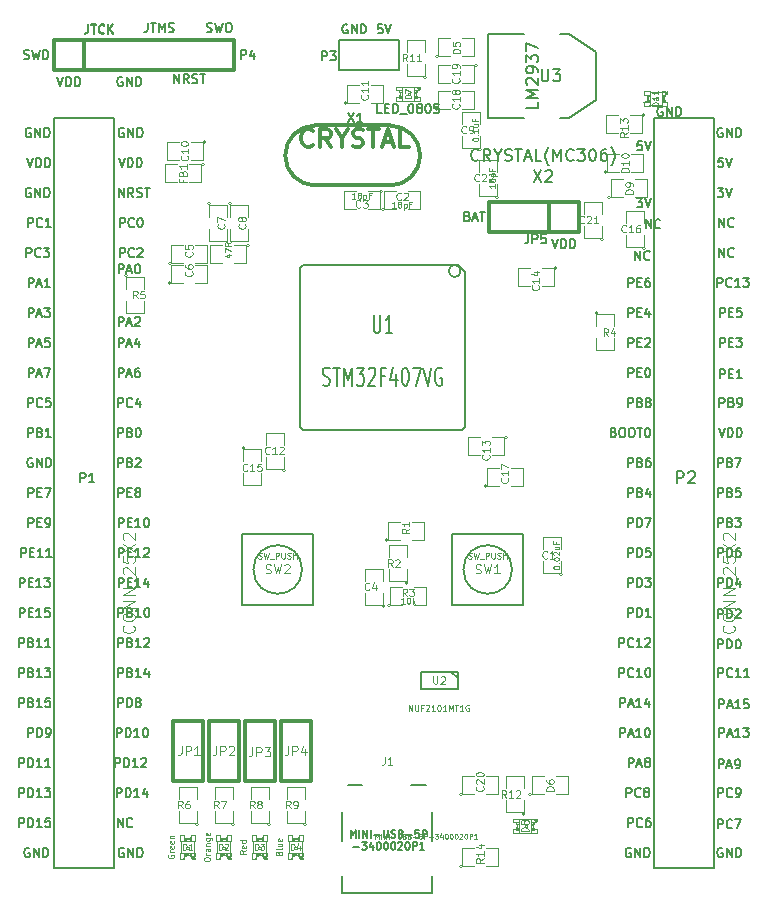
<source format=gto>
G04 (created by PCBNEW (2013-mar-13)-testing) date Втр 25 Фев 2014 20:18:30*
%MOIN*%
G04 Gerber Fmt 3.4, Leading zero omitted, Abs format*
%FSLAX34Y34*%
G01*
G70*
G90*
G04 APERTURE LIST*
%ADD10C,0.005906*%
%ADD11C,0.005000*%
%ADD12C,0.006000*%
%ADD13C,0.003000*%
%ADD14C,0.003900*%
%ADD15C,0.002600*%
%ADD16C,0.004000*%
%ADD17C,0.002000*%
%ADD18C,0.012000*%
%ADD19C,0.008000*%
%ADD20C,0.012500*%
%ADD21C,0.004300*%
%ADD22C,0.004500*%
%ADD23C,0.003500*%
G04 APERTURE END LIST*
G54D10*
G54D11*
X45388Y-60288D02*
X45388Y-60038D01*
X45471Y-60216D01*
X45554Y-60038D01*
X45554Y-60288D01*
X45673Y-60288D02*
X45673Y-60038D01*
X45792Y-60288D02*
X45792Y-60038D01*
X45935Y-60288D01*
X45935Y-60038D01*
X46054Y-60288D02*
X46054Y-60038D01*
X46173Y-60192D02*
X46364Y-60192D01*
X46483Y-60038D02*
X46483Y-60240D01*
X46495Y-60264D01*
X46507Y-60276D01*
X46530Y-60288D01*
X46578Y-60288D01*
X46602Y-60276D01*
X46614Y-60264D01*
X46626Y-60240D01*
X46626Y-60038D01*
X46733Y-60276D02*
X46769Y-60288D01*
X46828Y-60288D01*
X46852Y-60276D01*
X46864Y-60264D01*
X46876Y-60240D01*
X46876Y-60216D01*
X46864Y-60192D01*
X46852Y-60180D01*
X46828Y-60169D01*
X46780Y-60157D01*
X46757Y-60145D01*
X46745Y-60133D01*
X46733Y-60109D01*
X46733Y-60085D01*
X46745Y-60061D01*
X46757Y-60050D01*
X46780Y-60038D01*
X46840Y-60038D01*
X46876Y-60050D01*
X47066Y-60157D02*
X47102Y-60169D01*
X47114Y-60180D01*
X47126Y-60204D01*
X47126Y-60240D01*
X47114Y-60264D01*
X47102Y-60276D01*
X47078Y-60288D01*
X46983Y-60288D01*
X46983Y-60038D01*
X47066Y-60038D01*
X47090Y-60050D01*
X47102Y-60061D01*
X47114Y-60085D01*
X47114Y-60109D01*
X47102Y-60133D01*
X47090Y-60145D01*
X47066Y-60157D01*
X46983Y-60157D01*
X47233Y-60192D02*
X47423Y-60192D01*
X47661Y-60038D02*
X47542Y-60038D01*
X47530Y-60157D01*
X47542Y-60145D01*
X47566Y-60133D01*
X47626Y-60133D01*
X47649Y-60145D01*
X47661Y-60157D01*
X47673Y-60180D01*
X47673Y-60240D01*
X47661Y-60264D01*
X47649Y-60276D01*
X47626Y-60288D01*
X47566Y-60288D01*
X47542Y-60276D01*
X47530Y-60264D01*
X47780Y-60288D02*
X47780Y-60038D01*
X47876Y-60038D01*
X47899Y-60050D01*
X47911Y-60061D01*
X47923Y-60085D01*
X47923Y-60121D01*
X47911Y-60145D01*
X47899Y-60157D01*
X47876Y-60169D01*
X47780Y-60169D01*
X45477Y-60592D02*
X45667Y-60592D01*
X45763Y-60438D02*
X45917Y-60438D01*
X45834Y-60533D01*
X45870Y-60533D01*
X45894Y-60545D01*
X45905Y-60557D01*
X45917Y-60580D01*
X45917Y-60640D01*
X45905Y-60664D01*
X45894Y-60676D01*
X45870Y-60688D01*
X45798Y-60688D01*
X45774Y-60676D01*
X45763Y-60664D01*
X46132Y-60521D02*
X46132Y-60688D01*
X46072Y-60426D02*
X46013Y-60604D01*
X46167Y-60604D01*
X46310Y-60438D02*
X46334Y-60438D01*
X46358Y-60450D01*
X46370Y-60461D01*
X46382Y-60485D01*
X46394Y-60533D01*
X46394Y-60592D01*
X46382Y-60640D01*
X46370Y-60664D01*
X46358Y-60676D01*
X46334Y-60688D01*
X46310Y-60688D01*
X46286Y-60676D01*
X46275Y-60664D01*
X46263Y-60640D01*
X46251Y-60592D01*
X46251Y-60533D01*
X46263Y-60485D01*
X46275Y-60461D01*
X46286Y-60450D01*
X46310Y-60438D01*
X46548Y-60438D02*
X46572Y-60438D01*
X46596Y-60450D01*
X46608Y-60461D01*
X46620Y-60485D01*
X46632Y-60533D01*
X46632Y-60592D01*
X46620Y-60640D01*
X46608Y-60664D01*
X46596Y-60676D01*
X46572Y-60688D01*
X46548Y-60688D01*
X46525Y-60676D01*
X46513Y-60664D01*
X46501Y-60640D01*
X46489Y-60592D01*
X46489Y-60533D01*
X46501Y-60485D01*
X46513Y-60461D01*
X46525Y-60450D01*
X46548Y-60438D01*
X46786Y-60438D02*
X46810Y-60438D01*
X46834Y-60450D01*
X46846Y-60461D01*
X46858Y-60485D01*
X46870Y-60533D01*
X46870Y-60592D01*
X46858Y-60640D01*
X46846Y-60664D01*
X46834Y-60676D01*
X46810Y-60688D01*
X46786Y-60688D01*
X46763Y-60676D01*
X46751Y-60664D01*
X46739Y-60640D01*
X46727Y-60592D01*
X46727Y-60533D01*
X46739Y-60485D01*
X46751Y-60461D01*
X46763Y-60450D01*
X46786Y-60438D01*
X46965Y-60461D02*
X46977Y-60450D01*
X47001Y-60438D01*
X47060Y-60438D01*
X47084Y-60450D01*
X47096Y-60461D01*
X47108Y-60485D01*
X47108Y-60509D01*
X47096Y-60545D01*
X46953Y-60688D01*
X47108Y-60688D01*
X47263Y-60438D02*
X47286Y-60438D01*
X47310Y-60450D01*
X47322Y-60461D01*
X47334Y-60485D01*
X47346Y-60533D01*
X47346Y-60592D01*
X47334Y-60640D01*
X47322Y-60664D01*
X47310Y-60676D01*
X47286Y-60688D01*
X47263Y-60688D01*
X47239Y-60676D01*
X47227Y-60664D01*
X47215Y-60640D01*
X47203Y-60592D01*
X47203Y-60533D01*
X47215Y-60485D01*
X47227Y-60461D01*
X47239Y-60450D01*
X47263Y-60438D01*
X47453Y-60688D02*
X47453Y-60438D01*
X47548Y-60438D01*
X47572Y-60450D01*
X47584Y-60461D01*
X47596Y-60485D01*
X47596Y-60521D01*
X47584Y-60545D01*
X47572Y-60557D01*
X47548Y-60569D01*
X47453Y-60569D01*
X47834Y-60688D02*
X47691Y-60688D01*
X47763Y-60688D02*
X47763Y-60438D01*
X47739Y-60473D01*
X47715Y-60497D01*
X47691Y-60509D01*
G54D12*
X37688Y-39935D02*
X37688Y-39635D01*
X37802Y-39635D01*
X37831Y-39650D01*
X37845Y-39664D01*
X37860Y-39692D01*
X37860Y-39735D01*
X37845Y-39764D01*
X37831Y-39778D01*
X37802Y-39792D01*
X37688Y-39792D01*
X38160Y-39907D02*
X38145Y-39921D01*
X38102Y-39935D01*
X38074Y-39935D01*
X38031Y-39921D01*
X38002Y-39892D01*
X37988Y-39864D01*
X37974Y-39807D01*
X37974Y-39764D01*
X37988Y-39707D01*
X38002Y-39678D01*
X38031Y-39650D01*
X38074Y-39635D01*
X38102Y-39635D01*
X38145Y-39650D01*
X38160Y-39664D01*
X38345Y-39635D02*
X38374Y-39635D01*
X38402Y-39650D01*
X38417Y-39664D01*
X38431Y-39692D01*
X38445Y-39750D01*
X38445Y-39821D01*
X38431Y-39878D01*
X38417Y-39907D01*
X38402Y-39921D01*
X38374Y-39935D01*
X38345Y-39935D01*
X38317Y-39921D01*
X38302Y-39907D01*
X38288Y-39878D01*
X38274Y-39821D01*
X38274Y-39750D01*
X38288Y-39692D01*
X38302Y-39664D01*
X38317Y-39650D01*
X38345Y-39635D01*
X37688Y-40935D02*
X37688Y-40635D01*
X37802Y-40635D01*
X37831Y-40650D01*
X37845Y-40664D01*
X37860Y-40692D01*
X37860Y-40735D01*
X37845Y-40764D01*
X37831Y-40778D01*
X37802Y-40792D01*
X37688Y-40792D01*
X38160Y-40907D02*
X38145Y-40921D01*
X38102Y-40935D01*
X38074Y-40935D01*
X38031Y-40921D01*
X38002Y-40892D01*
X37988Y-40864D01*
X37974Y-40807D01*
X37974Y-40764D01*
X37988Y-40707D01*
X38002Y-40678D01*
X38031Y-40650D01*
X38074Y-40635D01*
X38102Y-40635D01*
X38145Y-40650D01*
X38160Y-40664D01*
X38274Y-40664D02*
X38288Y-40650D01*
X38317Y-40635D01*
X38388Y-40635D01*
X38417Y-40650D01*
X38431Y-40664D01*
X38445Y-40692D01*
X38445Y-40721D01*
X38431Y-40764D01*
X38260Y-40935D01*
X38445Y-40935D01*
X37650Y-43235D02*
X37650Y-42935D01*
X37764Y-42935D01*
X37792Y-42950D01*
X37807Y-42964D01*
X37821Y-42992D01*
X37821Y-43035D01*
X37807Y-43064D01*
X37792Y-43078D01*
X37764Y-43092D01*
X37650Y-43092D01*
X37935Y-43150D02*
X38078Y-43150D01*
X37907Y-43235D02*
X38007Y-42935D01*
X38107Y-43235D01*
X38192Y-42964D02*
X38207Y-42950D01*
X38235Y-42935D01*
X38307Y-42935D01*
X38335Y-42950D01*
X38350Y-42964D01*
X38364Y-42992D01*
X38364Y-43021D01*
X38350Y-43064D01*
X38178Y-43235D01*
X38364Y-43235D01*
X37628Y-47935D02*
X37628Y-47635D01*
X37742Y-47635D01*
X37771Y-47650D01*
X37785Y-47664D01*
X37800Y-47692D01*
X37800Y-47735D01*
X37785Y-47764D01*
X37771Y-47778D01*
X37742Y-47792D01*
X37628Y-47792D01*
X38028Y-47778D02*
X38071Y-47792D01*
X38085Y-47807D01*
X38100Y-47835D01*
X38100Y-47878D01*
X38085Y-47907D01*
X38071Y-47921D01*
X38042Y-47935D01*
X37928Y-47935D01*
X37928Y-47635D01*
X38028Y-47635D01*
X38057Y-47650D01*
X38071Y-47664D01*
X38085Y-47692D01*
X38085Y-47721D01*
X38071Y-47750D01*
X38057Y-47764D01*
X38028Y-47778D01*
X37928Y-47778D01*
X38214Y-47664D02*
X38228Y-47650D01*
X38257Y-47635D01*
X38328Y-47635D01*
X38357Y-47650D01*
X38371Y-47664D01*
X38385Y-47692D01*
X38385Y-47721D01*
X38371Y-47764D01*
X38200Y-47935D01*
X38385Y-47935D01*
X34628Y-46935D02*
X34628Y-46635D01*
X34742Y-46635D01*
X34771Y-46650D01*
X34785Y-46664D01*
X34800Y-46692D01*
X34800Y-46735D01*
X34785Y-46764D01*
X34771Y-46778D01*
X34742Y-46792D01*
X34628Y-46792D01*
X35028Y-46778D02*
X35071Y-46792D01*
X35085Y-46807D01*
X35100Y-46835D01*
X35100Y-46878D01*
X35085Y-46907D01*
X35071Y-46921D01*
X35042Y-46935D01*
X34928Y-46935D01*
X34928Y-46635D01*
X35028Y-46635D01*
X35057Y-46650D01*
X35071Y-46664D01*
X35085Y-46692D01*
X35085Y-46721D01*
X35071Y-46750D01*
X35057Y-46764D01*
X35028Y-46778D01*
X34928Y-46778D01*
X35385Y-46935D02*
X35214Y-46935D01*
X35300Y-46935D02*
X35300Y-46635D01*
X35271Y-46678D01*
X35242Y-46707D01*
X35214Y-46721D01*
X38614Y-33135D02*
X38614Y-33350D01*
X38600Y-33392D01*
X38571Y-33421D01*
X38528Y-33435D01*
X38500Y-33435D01*
X38714Y-33135D02*
X38885Y-33135D01*
X38800Y-33435D02*
X38800Y-33135D01*
X38985Y-33435D02*
X38985Y-33135D01*
X39085Y-33350D01*
X39185Y-33135D01*
X39185Y-33435D01*
X39314Y-33421D02*
X39357Y-33435D01*
X39428Y-33435D01*
X39457Y-33421D01*
X39471Y-33407D01*
X39485Y-33378D01*
X39485Y-33350D01*
X39471Y-33321D01*
X39457Y-33307D01*
X39428Y-33292D01*
X39371Y-33278D01*
X39342Y-33264D01*
X39328Y-33250D01*
X39314Y-33221D01*
X39314Y-33192D01*
X39328Y-33164D01*
X39342Y-33150D01*
X39371Y-33135D01*
X39442Y-33135D01*
X39485Y-33150D01*
X36628Y-33195D02*
X36628Y-33410D01*
X36614Y-33452D01*
X36585Y-33481D01*
X36542Y-33495D01*
X36514Y-33495D01*
X36728Y-33195D02*
X36900Y-33195D01*
X36814Y-33495D02*
X36814Y-33195D01*
X37171Y-33467D02*
X37157Y-33481D01*
X37114Y-33495D01*
X37085Y-33495D01*
X37042Y-33481D01*
X37014Y-33452D01*
X37000Y-33424D01*
X36985Y-33367D01*
X36985Y-33324D01*
X37000Y-33267D01*
X37014Y-33238D01*
X37042Y-33210D01*
X37085Y-33195D01*
X37114Y-33195D01*
X37157Y-33210D01*
X37171Y-33224D01*
X37300Y-33495D02*
X37300Y-33195D01*
X37471Y-33495D02*
X37342Y-33324D01*
X37471Y-33195D02*
X37300Y-33367D01*
X35600Y-34935D02*
X35700Y-35235D01*
X35800Y-34935D01*
X35900Y-35235D02*
X35900Y-34935D01*
X35971Y-34935D01*
X36014Y-34950D01*
X36042Y-34978D01*
X36057Y-35007D01*
X36071Y-35064D01*
X36071Y-35107D01*
X36057Y-35164D01*
X36042Y-35192D01*
X36014Y-35221D01*
X35971Y-35235D01*
X35900Y-35235D01*
X36200Y-35235D02*
X36200Y-34935D01*
X36271Y-34935D01*
X36314Y-34950D01*
X36342Y-34978D01*
X36357Y-35007D01*
X36371Y-35064D01*
X36371Y-35107D01*
X36357Y-35164D01*
X36342Y-35192D01*
X36314Y-35221D01*
X36271Y-35235D01*
X36200Y-35235D01*
X34492Y-34321D02*
X34535Y-34335D01*
X34607Y-34335D01*
X34635Y-34321D01*
X34650Y-34307D01*
X34664Y-34278D01*
X34664Y-34250D01*
X34650Y-34221D01*
X34635Y-34207D01*
X34607Y-34192D01*
X34550Y-34178D01*
X34521Y-34164D01*
X34507Y-34150D01*
X34492Y-34121D01*
X34492Y-34092D01*
X34507Y-34064D01*
X34521Y-34050D01*
X34550Y-34035D01*
X34621Y-34035D01*
X34664Y-34050D01*
X34764Y-34035D02*
X34835Y-34335D01*
X34892Y-34121D01*
X34950Y-34335D01*
X35021Y-34035D01*
X35135Y-34335D02*
X35135Y-34035D01*
X35207Y-34035D01*
X35250Y-34050D01*
X35278Y-34078D01*
X35292Y-34107D01*
X35307Y-34164D01*
X35307Y-34207D01*
X35292Y-34264D01*
X35278Y-34292D01*
X35250Y-34321D01*
X35207Y-34335D01*
X35135Y-34335D01*
X52100Y-40335D02*
X52200Y-40635D01*
X52300Y-40335D01*
X52400Y-40635D02*
X52400Y-40335D01*
X52471Y-40335D01*
X52514Y-40350D01*
X52542Y-40378D01*
X52557Y-40407D01*
X52571Y-40464D01*
X52571Y-40507D01*
X52557Y-40564D01*
X52542Y-40592D01*
X52514Y-40621D01*
X52471Y-40635D01*
X52400Y-40635D01*
X52700Y-40635D02*
X52700Y-40335D01*
X52771Y-40335D01*
X52814Y-40350D01*
X52842Y-40378D01*
X52857Y-40407D01*
X52871Y-40464D01*
X52871Y-40507D01*
X52857Y-40564D01*
X52842Y-40592D01*
X52814Y-40621D01*
X52771Y-40635D01*
X52700Y-40635D01*
X49278Y-39578D02*
X49321Y-39592D01*
X49335Y-39607D01*
X49350Y-39635D01*
X49350Y-39678D01*
X49335Y-39707D01*
X49321Y-39721D01*
X49292Y-39735D01*
X49178Y-39735D01*
X49178Y-39435D01*
X49278Y-39435D01*
X49307Y-39450D01*
X49321Y-39464D01*
X49335Y-39492D01*
X49335Y-39521D01*
X49321Y-39550D01*
X49307Y-39564D01*
X49278Y-39578D01*
X49178Y-39578D01*
X49464Y-39650D02*
X49607Y-39650D01*
X49435Y-39735D02*
X49535Y-39435D01*
X49635Y-39735D01*
X49692Y-39435D02*
X49864Y-39435D01*
X49778Y-39735D02*
X49778Y-39435D01*
X40585Y-33421D02*
X40628Y-33435D01*
X40700Y-33435D01*
X40728Y-33421D01*
X40742Y-33407D01*
X40757Y-33378D01*
X40757Y-33350D01*
X40742Y-33321D01*
X40728Y-33307D01*
X40700Y-33292D01*
X40642Y-33278D01*
X40614Y-33264D01*
X40600Y-33250D01*
X40585Y-33221D01*
X40585Y-33192D01*
X40600Y-33164D01*
X40614Y-33150D01*
X40642Y-33135D01*
X40714Y-33135D01*
X40757Y-33150D01*
X40857Y-33135D02*
X40928Y-33435D01*
X40985Y-33221D01*
X41042Y-33435D01*
X41114Y-33135D01*
X41285Y-33135D02*
X41342Y-33135D01*
X41371Y-33150D01*
X41400Y-33178D01*
X41414Y-33235D01*
X41414Y-33335D01*
X41400Y-33392D01*
X41371Y-33421D01*
X41342Y-33435D01*
X41285Y-33435D01*
X41257Y-33421D01*
X41228Y-33392D01*
X41214Y-33335D01*
X41214Y-33235D01*
X41228Y-33178D01*
X41257Y-33150D01*
X41285Y-33135D01*
X39507Y-35135D02*
X39507Y-34835D01*
X39678Y-35135D01*
X39678Y-34835D01*
X39992Y-35135D02*
X39892Y-34992D01*
X39821Y-35135D02*
X39821Y-34835D01*
X39935Y-34835D01*
X39964Y-34850D01*
X39978Y-34864D01*
X39992Y-34892D01*
X39992Y-34935D01*
X39978Y-34964D01*
X39964Y-34978D01*
X39935Y-34992D01*
X39821Y-34992D01*
X40107Y-35121D02*
X40150Y-35135D01*
X40221Y-35135D01*
X40250Y-35121D01*
X40264Y-35107D01*
X40278Y-35078D01*
X40278Y-35050D01*
X40264Y-35021D01*
X40250Y-35007D01*
X40221Y-34992D01*
X40164Y-34978D01*
X40135Y-34964D01*
X40121Y-34950D01*
X40107Y-34921D01*
X40107Y-34892D01*
X40121Y-34864D01*
X40135Y-34850D01*
X40164Y-34835D01*
X40235Y-34835D01*
X40278Y-34850D01*
X40364Y-34835D02*
X40535Y-34835D01*
X40450Y-35135D02*
X40450Y-34835D01*
X38614Y-33135D02*
X38614Y-33350D01*
X38600Y-33392D01*
X38571Y-33421D01*
X38528Y-33435D01*
X38500Y-33435D01*
X38714Y-33135D02*
X38885Y-33135D01*
X38800Y-33435D02*
X38800Y-33135D01*
X38985Y-33435D02*
X38985Y-33135D01*
X39085Y-33350D01*
X39185Y-33135D01*
X39185Y-33435D01*
X39314Y-33421D02*
X39357Y-33435D01*
X39428Y-33435D01*
X39457Y-33421D01*
X39471Y-33407D01*
X39485Y-33378D01*
X39485Y-33350D01*
X39471Y-33321D01*
X39457Y-33307D01*
X39428Y-33292D01*
X39371Y-33278D01*
X39342Y-33264D01*
X39328Y-33250D01*
X39314Y-33221D01*
X39314Y-33192D01*
X39328Y-33164D01*
X39342Y-33150D01*
X39371Y-33135D01*
X39442Y-33135D01*
X39485Y-33150D01*
X36628Y-33185D02*
X36628Y-33400D01*
X36614Y-33442D01*
X36585Y-33471D01*
X36542Y-33485D01*
X36514Y-33485D01*
X36728Y-33185D02*
X36900Y-33185D01*
X36814Y-33485D02*
X36814Y-33185D01*
X37171Y-33457D02*
X37157Y-33471D01*
X37114Y-33485D01*
X37085Y-33485D01*
X37042Y-33471D01*
X37014Y-33442D01*
X37000Y-33414D01*
X36985Y-33357D01*
X36985Y-33314D01*
X37000Y-33257D01*
X37014Y-33228D01*
X37042Y-33200D01*
X37085Y-33185D01*
X37114Y-33185D01*
X37157Y-33200D01*
X37171Y-33214D01*
X37300Y-33485D02*
X37300Y-33185D01*
X37471Y-33485D02*
X37342Y-33314D01*
X37471Y-33185D02*
X37300Y-33357D01*
X35600Y-34935D02*
X35700Y-35235D01*
X35800Y-34935D01*
X35900Y-35235D02*
X35900Y-34935D01*
X35971Y-34935D01*
X36014Y-34950D01*
X36042Y-34978D01*
X36057Y-35007D01*
X36071Y-35064D01*
X36071Y-35107D01*
X36057Y-35164D01*
X36042Y-35192D01*
X36014Y-35221D01*
X35971Y-35235D01*
X35900Y-35235D01*
X36200Y-35235D02*
X36200Y-34935D01*
X36271Y-34935D01*
X36314Y-34950D01*
X36342Y-34978D01*
X36357Y-35007D01*
X36371Y-35064D01*
X36371Y-35107D01*
X36357Y-35164D01*
X36342Y-35192D01*
X36314Y-35221D01*
X36271Y-35235D01*
X36200Y-35235D01*
X34492Y-34321D02*
X34535Y-34335D01*
X34607Y-34335D01*
X34635Y-34321D01*
X34650Y-34307D01*
X34664Y-34278D01*
X34664Y-34250D01*
X34650Y-34221D01*
X34635Y-34207D01*
X34607Y-34192D01*
X34550Y-34178D01*
X34521Y-34164D01*
X34507Y-34150D01*
X34492Y-34121D01*
X34492Y-34092D01*
X34507Y-34064D01*
X34521Y-34050D01*
X34550Y-34035D01*
X34621Y-34035D01*
X34664Y-34050D01*
X34764Y-34035D02*
X34835Y-34335D01*
X34892Y-34121D01*
X34950Y-34335D01*
X35021Y-34035D01*
X35135Y-34335D02*
X35135Y-34035D01*
X35207Y-34035D01*
X35250Y-34050D01*
X35278Y-34078D01*
X35292Y-34107D01*
X35307Y-34164D01*
X35307Y-34207D01*
X35292Y-34264D01*
X35278Y-34292D01*
X35250Y-34321D01*
X35207Y-34335D01*
X35135Y-34335D01*
X37771Y-34950D02*
X37742Y-34935D01*
X37700Y-34935D01*
X37657Y-34950D01*
X37628Y-34978D01*
X37614Y-35007D01*
X37600Y-35064D01*
X37600Y-35107D01*
X37614Y-35164D01*
X37628Y-35192D01*
X37657Y-35221D01*
X37700Y-35235D01*
X37728Y-35235D01*
X37771Y-35221D01*
X37785Y-35207D01*
X37785Y-35107D01*
X37728Y-35107D01*
X37914Y-35235D02*
X37914Y-34935D01*
X38085Y-35235D01*
X38085Y-34935D01*
X38228Y-35235D02*
X38228Y-34935D01*
X38300Y-34935D01*
X38342Y-34950D01*
X38371Y-34978D01*
X38385Y-35007D01*
X38400Y-35064D01*
X38400Y-35107D01*
X38385Y-35164D01*
X38371Y-35192D01*
X38342Y-35221D01*
X38300Y-35235D01*
X38228Y-35235D01*
G54D13*
X42985Y-60811D02*
X42995Y-60782D01*
X43004Y-60773D01*
X43023Y-60764D01*
X43051Y-60764D01*
X43070Y-60773D01*
X43079Y-60782D01*
X43089Y-60801D01*
X43089Y-60876D01*
X42892Y-60876D01*
X42892Y-60811D01*
X42901Y-60792D01*
X42910Y-60782D01*
X42929Y-60773D01*
X42948Y-60773D01*
X42967Y-60782D01*
X42976Y-60792D01*
X42985Y-60811D01*
X42985Y-60876D01*
X43089Y-60651D02*
X43079Y-60670D01*
X43060Y-60679D01*
X42892Y-60679D01*
X42957Y-60492D02*
X43089Y-60492D01*
X42957Y-60576D02*
X43060Y-60576D01*
X43079Y-60567D01*
X43089Y-60548D01*
X43089Y-60520D01*
X43079Y-60501D01*
X43070Y-60492D01*
X43079Y-60323D02*
X43089Y-60342D01*
X43089Y-60379D01*
X43079Y-60398D01*
X43060Y-60407D01*
X42985Y-60407D01*
X42967Y-60398D01*
X42957Y-60379D01*
X42957Y-60342D01*
X42967Y-60323D01*
X42985Y-60313D01*
X43004Y-60313D01*
X43023Y-60407D01*
X41889Y-60712D02*
X41795Y-60778D01*
X41889Y-60825D02*
X41692Y-60825D01*
X41692Y-60750D01*
X41701Y-60731D01*
X41710Y-60721D01*
X41729Y-60712D01*
X41757Y-60712D01*
X41776Y-60721D01*
X41785Y-60731D01*
X41795Y-60750D01*
X41795Y-60825D01*
X41879Y-60553D02*
X41889Y-60571D01*
X41889Y-60609D01*
X41879Y-60628D01*
X41860Y-60637D01*
X41785Y-60637D01*
X41767Y-60628D01*
X41757Y-60609D01*
X41757Y-60571D01*
X41767Y-60553D01*
X41785Y-60543D01*
X41804Y-60543D01*
X41823Y-60637D01*
X41889Y-60374D02*
X41692Y-60374D01*
X41879Y-60374D02*
X41889Y-60393D01*
X41889Y-60431D01*
X41879Y-60449D01*
X41870Y-60459D01*
X41851Y-60468D01*
X41795Y-60468D01*
X41776Y-60459D01*
X41767Y-60449D01*
X41757Y-60431D01*
X41757Y-60393D01*
X41767Y-60374D01*
X40492Y-61031D02*
X40492Y-60994D01*
X40501Y-60975D01*
X40520Y-60956D01*
X40557Y-60947D01*
X40623Y-60947D01*
X40660Y-60956D01*
X40679Y-60975D01*
X40689Y-60994D01*
X40689Y-61031D01*
X40679Y-61050D01*
X40660Y-61069D01*
X40623Y-61078D01*
X40557Y-61078D01*
X40520Y-61069D01*
X40501Y-61050D01*
X40492Y-61031D01*
X40689Y-60862D02*
X40557Y-60862D01*
X40595Y-60862D02*
X40576Y-60853D01*
X40567Y-60843D01*
X40557Y-60825D01*
X40557Y-60806D01*
X40689Y-60656D02*
X40585Y-60656D01*
X40567Y-60665D01*
X40557Y-60684D01*
X40557Y-60721D01*
X40567Y-60740D01*
X40679Y-60656D02*
X40689Y-60675D01*
X40689Y-60721D01*
X40679Y-60740D01*
X40660Y-60750D01*
X40642Y-60750D01*
X40623Y-60740D01*
X40614Y-60721D01*
X40614Y-60675D01*
X40604Y-60656D01*
X40557Y-60562D02*
X40689Y-60562D01*
X40576Y-60562D02*
X40567Y-60553D01*
X40557Y-60534D01*
X40557Y-60506D01*
X40567Y-60487D01*
X40585Y-60478D01*
X40689Y-60478D01*
X40557Y-60299D02*
X40717Y-60299D01*
X40736Y-60309D01*
X40745Y-60318D01*
X40754Y-60337D01*
X40754Y-60365D01*
X40745Y-60384D01*
X40679Y-60299D02*
X40689Y-60318D01*
X40689Y-60356D01*
X40679Y-60374D01*
X40670Y-60384D01*
X40651Y-60393D01*
X40595Y-60393D01*
X40576Y-60384D01*
X40567Y-60374D01*
X40557Y-60356D01*
X40557Y-60318D01*
X40567Y-60299D01*
X40679Y-60130D02*
X40689Y-60149D01*
X40689Y-60187D01*
X40679Y-60205D01*
X40660Y-60215D01*
X40585Y-60215D01*
X40567Y-60205D01*
X40557Y-60187D01*
X40557Y-60149D01*
X40567Y-60130D01*
X40585Y-60121D01*
X40604Y-60121D01*
X40623Y-60215D01*
X39301Y-60867D02*
X39292Y-60886D01*
X39292Y-60914D01*
X39301Y-60942D01*
X39320Y-60961D01*
X39339Y-60970D01*
X39376Y-60979D01*
X39404Y-60979D01*
X39442Y-60970D01*
X39460Y-60961D01*
X39479Y-60942D01*
X39489Y-60914D01*
X39489Y-60895D01*
X39479Y-60867D01*
X39470Y-60857D01*
X39404Y-60857D01*
X39404Y-60895D01*
X39489Y-60773D02*
X39357Y-60773D01*
X39395Y-60773D02*
X39376Y-60764D01*
X39367Y-60754D01*
X39357Y-60736D01*
X39357Y-60717D01*
X39479Y-60576D02*
X39489Y-60595D01*
X39489Y-60632D01*
X39479Y-60651D01*
X39460Y-60660D01*
X39385Y-60660D01*
X39367Y-60651D01*
X39357Y-60632D01*
X39357Y-60595D01*
X39367Y-60576D01*
X39385Y-60567D01*
X39404Y-60567D01*
X39423Y-60660D01*
X39479Y-60407D02*
X39489Y-60426D01*
X39489Y-60463D01*
X39479Y-60482D01*
X39460Y-60492D01*
X39385Y-60492D01*
X39367Y-60482D01*
X39357Y-60463D01*
X39357Y-60426D01*
X39367Y-60407D01*
X39385Y-60398D01*
X39404Y-60398D01*
X39423Y-60492D01*
X39357Y-60313D02*
X39489Y-60313D01*
X39376Y-60313D02*
X39367Y-60304D01*
X39357Y-60285D01*
X39357Y-60257D01*
X39367Y-60238D01*
X39385Y-60229D01*
X39489Y-60229D01*
G54D12*
X34578Y-40935D02*
X34578Y-40635D01*
X34692Y-40635D01*
X34721Y-40650D01*
X34735Y-40664D01*
X34750Y-40692D01*
X34750Y-40735D01*
X34735Y-40764D01*
X34721Y-40778D01*
X34692Y-40792D01*
X34578Y-40792D01*
X35050Y-40907D02*
X35035Y-40921D01*
X34992Y-40935D01*
X34964Y-40935D01*
X34921Y-40921D01*
X34892Y-40892D01*
X34878Y-40864D01*
X34864Y-40807D01*
X34864Y-40764D01*
X34878Y-40707D01*
X34892Y-40678D01*
X34921Y-40650D01*
X34964Y-40635D01*
X34992Y-40635D01*
X35035Y-40650D01*
X35050Y-40664D01*
X35150Y-40635D02*
X35335Y-40635D01*
X35235Y-40750D01*
X35278Y-40750D01*
X35307Y-40764D01*
X35321Y-40778D01*
X35335Y-40807D01*
X35335Y-40878D01*
X35321Y-40907D01*
X35307Y-40921D01*
X35278Y-40935D01*
X35192Y-40935D01*
X35164Y-40921D01*
X35150Y-40907D01*
X34721Y-36650D02*
X34692Y-36635D01*
X34650Y-36635D01*
X34607Y-36650D01*
X34578Y-36678D01*
X34564Y-36707D01*
X34550Y-36764D01*
X34550Y-36807D01*
X34564Y-36864D01*
X34578Y-36892D01*
X34607Y-36921D01*
X34650Y-36935D01*
X34678Y-36935D01*
X34721Y-36921D01*
X34735Y-36907D01*
X34735Y-36807D01*
X34678Y-36807D01*
X34864Y-36935D02*
X34864Y-36635D01*
X35035Y-36935D01*
X35035Y-36635D01*
X35178Y-36935D02*
X35178Y-36635D01*
X35250Y-36635D01*
X35292Y-36650D01*
X35321Y-36678D01*
X35335Y-36707D01*
X35350Y-36764D01*
X35350Y-36807D01*
X35335Y-36864D01*
X35321Y-36892D01*
X35292Y-36921D01*
X35250Y-36935D01*
X35178Y-36935D01*
X34628Y-39935D02*
X34628Y-39635D01*
X34742Y-39635D01*
X34771Y-39650D01*
X34785Y-39664D01*
X34800Y-39692D01*
X34800Y-39735D01*
X34785Y-39764D01*
X34771Y-39778D01*
X34742Y-39792D01*
X34628Y-39792D01*
X35100Y-39907D02*
X35085Y-39921D01*
X35042Y-39935D01*
X35014Y-39935D01*
X34971Y-39921D01*
X34942Y-39892D01*
X34928Y-39864D01*
X34914Y-39807D01*
X34914Y-39764D01*
X34928Y-39707D01*
X34942Y-39678D01*
X34971Y-39650D01*
X35014Y-39635D01*
X35042Y-39635D01*
X35085Y-39650D01*
X35100Y-39664D01*
X35385Y-39935D02*
X35214Y-39935D01*
X35300Y-39935D02*
X35300Y-39635D01*
X35271Y-39678D01*
X35242Y-39707D01*
X35214Y-39721D01*
X34650Y-41935D02*
X34650Y-41635D01*
X34764Y-41635D01*
X34792Y-41650D01*
X34807Y-41664D01*
X34821Y-41692D01*
X34821Y-41735D01*
X34807Y-41764D01*
X34792Y-41778D01*
X34764Y-41792D01*
X34650Y-41792D01*
X34935Y-41850D02*
X35078Y-41850D01*
X34907Y-41935D02*
X35007Y-41635D01*
X35107Y-41935D01*
X35364Y-41935D02*
X35192Y-41935D01*
X35278Y-41935D02*
X35278Y-41635D01*
X35250Y-41678D01*
X35221Y-41707D01*
X35192Y-41721D01*
X34650Y-42935D02*
X34650Y-42635D01*
X34764Y-42635D01*
X34792Y-42650D01*
X34807Y-42664D01*
X34821Y-42692D01*
X34821Y-42735D01*
X34807Y-42764D01*
X34792Y-42778D01*
X34764Y-42792D01*
X34650Y-42792D01*
X34935Y-42850D02*
X35078Y-42850D01*
X34907Y-42935D02*
X35007Y-42635D01*
X35107Y-42935D01*
X35178Y-42635D02*
X35364Y-42635D01*
X35264Y-42750D01*
X35307Y-42750D01*
X35335Y-42764D01*
X35350Y-42778D01*
X35364Y-42807D01*
X35364Y-42878D01*
X35350Y-42907D01*
X35335Y-42921D01*
X35307Y-42935D01*
X35221Y-42935D01*
X35192Y-42921D01*
X35178Y-42907D01*
X34650Y-43935D02*
X34650Y-43635D01*
X34764Y-43635D01*
X34792Y-43650D01*
X34807Y-43664D01*
X34821Y-43692D01*
X34821Y-43735D01*
X34807Y-43764D01*
X34792Y-43778D01*
X34764Y-43792D01*
X34650Y-43792D01*
X34935Y-43850D02*
X35078Y-43850D01*
X34907Y-43935D02*
X35007Y-43635D01*
X35107Y-43935D01*
X35350Y-43635D02*
X35207Y-43635D01*
X35192Y-43778D01*
X35207Y-43764D01*
X35235Y-43750D01*
X35307Y-43750D01*
X35335Y-43764D01*
X35350Y-43778D01*
X35364Y-43807D01*
X35364Y-43878D01*
X35350Y-43907D01*
X35335Y-43921D01*
X35307Y-43935D01*
X35235Y-43935D01*
X35207Y-43921D01*
X35192Y-43907D01*
X34650Y-44935D02*
X34650Y-44635D01*
X34764Y-44635D01*
X34792Y-44650D01*
X34807Y-44664D01*
X34821Y-44692D01*
X34821Y-44735D01*
X34807Y-44764D01*
X34792Y-44778D01*
X34764Y-44792D01*
X34650Y-44792D01*
X34935Y-44850D02*
X35078Y-44850D01*
X34907Y-44935D02*
X35007Y-44635D01*
X35107Y-44935D01*
X35178Y-44635D02*
X35378Y-44635D01*
X35250Y-44935D01*
X34628Y-45935D02*
X34628Y-45635D01*
X34742Y-45635D01*
X34771Y-45650D01*
X34785Y-45664D01*
X34800Y-45692D01*
X34800Y-45735D01*
X34785Y-45764D01*
X34771Y-45778D01*
X34742Y-45792D01*
X34628Y-45792D01*
X35100Y-45907D02*
X35085Y-45921D01*
X35042Y-45935D01*
X35014Y-45935D01*
X34971Y-45921D01*
X34942Y-45892D01*
X34928Y-45864D01*
X34914Y-45807D01*
X34914Y-45764D01*
X34928Y-45707D01*
X34942Y-45678D01*
X34971Y-45650D01*
X35014Y-45635D01*
X35042Y-45635D01*
X35085Y-45650D01*
X35100Y-45664D01*
X35371Y-45635D02*
X35228Y-45635D01*
X35214Y-45778D01*
X35228Y-45764D01*
X35257Y-45750D01*
X35328Y-45750D01*
X35357Y-45764D01*
X35371Y-45778D01*
X35385Y-45807D01*
X35385Y-45878D01*
X35371Y-45907D01*
X35357Y-45921D01*
X35328Y-45935D01*
X35257Y-45935D01*
X35228Y-45921D01*
X35214Y-45907D01*
X34771Y-47650D02*
X34742Y-47635D01*
X34700Y-47635D01*
X34657Y-47650D01*
X34628Y-47678D01*
X34614Y-47707D01*
X34600Y-47764D01*
X34600Y-47807D01*
X34614Y-47864D01*
X34628Y-47892D01*
X34657Y-47921D01*
X34700Y-47935D01*
X34728Y-47935D01*
X34771Y-47921D01*
X34785Y-47907D01*
X34785Y-47807D01*
X34728Y-47807D01*
X34914Y-47935D02*
X34914Y-47635D01*
X35085Y-47935D01*
X35085Y-47635D01*
X35228Y-47935D02*
X35228Y-47635D01*
X35300Y-47635D01*
X35342Y-47650D01*
X35371Y-47678D01*
X35385Y-47707D01*
X35400Y-47764D01*
X35400Y-47807D01*
X35385Y-47864D01*
X35371Y-47892D01*
X35342Y-47921D01*
X35300Y-47935D01*
X35228Y-47935D01*
X34642Y-48935D02*
X34642Y-48635D01*
X34757Y-48635D01*
X34785Y-48650D01*
X34800Y-48664D01*
X34814Y-48692D01*
X34814Y-48735D01*
X34800Y-48764D01*
X34785Y-48778D01*
X34757Y-48792D01*
X34642Y-48792D01*
X34942Y-48778D02*
X35042Y-48778D01*
X35085Y-48935D02*
X34942Y-48935D01*
X34942Y-48635D01*
X35085Y-48635D01*
X35185Y-48635D02*
X35385Y-48635D01*
X35257Y-48935D01*
X34642Y-49935D02*
X34642Y-49635D01*
X34757Y-49635D01*
X34785Y-49650D01*
X34800Y-49664D01*
X34814Y-49692D01*
X34814Y-49735D01*
X34800Y-49764D01*
X34785Y-49778D01*
X34757Y-49792D01*
X34642Y-49792D01*
X34942Y-49778D02*
X35042Y-49778D01*
X35085Y-49935D02*
X34942Y-49935D01*
X34942Y-49635D01*
X35085Y-49635D01*
X35228Y-49935D02*
X35285Y-49935D01*
X35314Y-49921D01*
X35328Y-49907D01*
X35357Y-49864D01*
X35371Y-49807D01*
X35371Y-49692D01*
X35357Y-49664D01*
X35342Y-49650D01*
X35314Y-49635D01*
X35257Y-49635D01*
X35228Y-49650D01*
X35214Y-49664D01*
X35200Y-49692D01*
X35200Y-49764D01*
X35214Y-49792D01*
X35228Y-49807D01*
X35257Y-49821D01*
X35314Y-49821D01*
X35342Y-49807D01*
X35357Y-49792D01*
X35371Y-49764D01*
X34400Y-50935D02*
X34400Y-50635D01*
X34514Y-50635D01*
X34542Y-50650D01*
X34557Y-50664D01*
X34571Y-50692D01*
X34571Y-50735D01*
X34557Y-50764D01*
X34542Y-50778D01*
X34514Y-50792D01*
X34400Y-50792D01*
X34700Y-50778D02*
X34800Y-50778D01*
X34842Y-50935D02*
X34700Y-50935D01*
X34700Y-50635D01*
X34842Y-50635D01*
X35128Y-50935D02*
X34957Y-50935D01*
X35042Y-50935D02*
X35042Y-50635D01*
X35014Y-50678D01*
X34985Y-50707D01*
X34957Y-50721D01*
X35414Y-50935D02*
X35242Y-50935D01*
X35328Y-50935D02*
X35328Y-50635D01*
X35300Y-50678D01*
X35271Y-50707D01*
X35242Y-50721D01*
X34350Y-51935D02*
X34350Y-51635D01*
X34464Y-51635D01*
X34492Y-51650D01*
X34507Y-51664D01*
X34521Y-51692D01*
X34521Y-51735D01*
X34507Y-51764D01*
X34492Y-51778D01*
X34464Y-51792D01*
X34350Y-51792D01*
X34650Y-51778D02*
X34750Y-51778D01*
X34792Y-51935D02*
X34650Y-51935D01*
X34650Y-51635D01*
X34792Y-51635D01*
X35078Y-51935D02*
X34907Y-51935D01*
X34992Y-51935D02*
X34992Y-51635D01*
X34964Y-51678D01*
X34935Y-51707D01*
X34907Y-51721D01*
X35178Y-51635D02*
X35364Y-51635D01*
X35264Y-51750D01*
X35307Y-51750D01*
X35335Y-51764D01*
X35350Y-51778D01*
X35364Y-51807D01*
X35364Y-51878D01*
X35350Y-51907D01*
X35335Y-51921D01*
X35307Y-51935D01*
X35221Y-51935D01*
X35192Y-51921D01*
X35178Y-51907D01*
X34350Y-52935D02*
X34350Y-52635D01*
X34464Y-52635D01*
X34492Y-52650D01*
X34507Y-52664D01*
X34521Y-52692D01*
X34521Y-52735D01*
X34507Y-52764D01*
X34492Y-52778D01*
X34464Y-52792D01*
X34350Y-52792D01*
X34650Y-52778D02*
X34750Y-52778D01*
X34792Y-52935D02*
X34650Y-52935D01*
X34650Y-52635D01*
X34792Y-52635D01*
X35078Y-52935D02*
X34907Y-52935D01*
X34992Y-52935D02*
X34992Y-52635D01*
X34964Y-52678D01*
X34935Y-52707D01*
X34907Y-52721D01*
X35350Y-52635D02*
X35207Y-52635D01*
X35192Y-52778D01*
X35207Y-52764D01*
X35235Y-52750D01*
X35307Y-52750D01*
X35335Y-52764D01*
X35350Y-52778D01*
X35364Y-52807D01*
X35364Y-52878D01*
X35350Y-52907D01*
X35335Y-52921D01*
X35307Y-52935D01*
X35235Y-52935D01*
X35207Y-52921D01*
X35192Y-52907D01*
X34335Y-53935D02*
X34335Y-53635D01*
X34450Y-53635D01*
X34478Y-53650D01*
X34492Y-53664D01*
X34507Y-53692D01*
X34507Y-53735D01*
X34492Y-53764D01*
X34478Y-53778D01*
X34450Y-53792D01*
X34335Y-53792D01*
X34735Y-53778D02*
X34778Y-53792D01*
X34792Y-53807D01*
X34807Y-53835D01*
X34807Y-53878D01*
X34792Y-53907D01*
X34778Y-53921D01*
X34750Y-53935D01*
X34635Y-53935D01*
X34635Y-53635D01*
X34735Y-53635D01*
X34764Y-53650D01*
X34778Y-53664D01*
X34792Y-53692D01*
X34792Y-53721D01*
X34778Y-53750D01*
X34764Y-53764D01*
X34735Y-53778D01*
X34635Y-53778D01*
X35092Y-53935D02*
X34921Y-53935D01*
X35007Y-53935D02*
X35007Y-53635D01*
X34978Y-53678D01*
X34950Y-53707D01*
X34921Y-53721D01*
X35378Y-53935D02*
X35207Y-53935D01*
X35292Y-53935D02*
X35292Y-53635D01*
X35264Y-53678D01*
X35235Y-53707D01*
X35207Y-53721D01*
X34335Y-54935D02*
X34335Y-54635D01*
X34450Y-54635D01*
X34478Y-54650D01*
X34492Y-54664D01*
X34507Y-54692D01*
X34507Y-54735D01*
X34492Y-54764D01*
X34478Y-54778D01*
X34450Y-54792D01*
X34335Y-54792D01*
X34735Y-54778D02*
X34778Y-54792D01*
X34792Y-54807D01*
X34807Y-54835D01*
X34807Y-54878D01*
X34792Y-54907D01*
X34778Y-54921D01*
X34750Y-54935D01*
X34635Y-54935D01*
X34635Y-54635D01*
X34735Y-54635D01*
X34764Y-54650D01*
X34778Y-54664D01*
X34792Y-54692D01*
X34792Y-54721D01*
X34778Y-54750D01*
X34764Y-54764D01*
X34735Y-54778D01*
X34635Y-54778D01*
X35092Y-54935D02*
X34921Y-54935D01*
X35007Y-54935D02*
X35007Y-54635D01*
X34978Y-54678D01*
X34950Y-54707D01*
X34921Y-54721D01*
X35192Y-54635D02*
X35378Y-54635D01*
X35278Y-54750D01*
X35321Y-54750D01*
X35350Y-54764D01*
X35364Y-54778D01*
X35378Y-54807D01*
X35378Y-54878D01*
X35364Y-54907D01*
X35350Y-54921D01*
X35321Y-54935D01*
X35235Y-54935D01*
X35207Y-54921D01*
X35192Y-54907D01*
X34335Y-55935D02*
X34335Y-55635D01*
X34450Y-55635D01*
X34478Y-55650D01*
X34492Y-55664D01*
X34507Y-55692D01*
X34507Y-55735D01*
X34492Y-55764D01*
X34478Y-55778D01*
X34450Y-55792D01*
X34335Y-55792D01*
X34735Y-55778D02*
X34778Y-55792D01*
X34792Y-55807D01*
X34807Y-55835D01*
X34807Y-55878D01*
X34792Y-55907D01*
X34778Y-55921D01*
X34750Y-55935D01*
X34635Y-55935D01*
X34635Y-55635D01*
X34735Y-55635D01*
X34764Y-55650D01*
X34778Y-55664D01*
X34792Y-55692D01*
X34792Y-55721D01*
X34778Y-55750D01*
X34764Y-55764D01*
X34735Y-55778D01*
X34635Y-55778D01*
X35092Y-55935D02*
X34921Y-55935D01*
X35007Y-55935D02*
X35007Y-55635D01*
X34978Y-55678D01*
X34950Y-55707D01*
X34921Y-55721D01*
X35364Y-55635D02*
X35221Y-55635D01*
X35207Y-55778D01*
X35221Y-55764D01*
X35250Y-55750D01*
X35321Y-55750D01*
X35350Y-55764D01*
X35364Y-55778D01*
X35378Y-55807D01*
X35378Y-55878D01*
X35364Y-55907D01*
X35350Y-55921D01*
X35321Y-55935D01*
X35250Y-55935D01*
X35221Y-55921D01*
X35207Y-55907D01*
X34628Y-56935D02*
X34628Y-56635D01*
X34742Y-56635D01*
X34771Y-56650D01*
X34785Y-56664D01*
X34800Y-56692D01*
X34800Y-56735D01*
X34785Y-56764D01*
X34771Y-56778D01*
X34742Y-56792D01*
X34628Y-56792D01*
X34928Y-56935D02*
X34928Y-56635D01*
X35000Y-56635D01*
X35042Y-56650D01*
X35071Y-56678D01*
X35085Y-56707D01*
X35100Y-56764D01*
X35100Y-56807D01*
X35085Y-56864D01*
X35071Y-56892D01*
X35042Y-56921D01*
X35000Y-56935D01*
X34928Y-56935D01*
X35242Y-56935D02*
X35300Y-56935D01*
X35328Y-56921D01*
X35342Y-56907D01*
X35371Y-56864D01*
X35385Y-56807D01*
X35385Y-56692D01*
X35371Y-56664D01*
X35357Y-56650D01*
X35328Y-56635D01*
X35271Y-56635D01*
X35242Y-56650D01*
X35228Y-56664D01*
X35214Y-56692D01*
X35214Y-56764D01*
X35228Y-56792D01*
X35242Y-56807D01*
X35271Y-56821D01*
X35328Y-56821D01*
X35357Y-56807D01*
X35371Y-56792D01*
X35385Y-56764D01*
X34335Y-57935D02*
X34335Y-57635D01*
X34450Y-57635D01*
X34478Y-57650D01*
X34492Y-57664D01*
X34507Y-57692D01*
X34507Y-57735D01*
X34492Y-57764D01*
X34478Y-57778D01*
X34450Y-57792D01*
X34335Y-57792D01*
X34635Y-57935D02*
X34635Y-57635D01*
X34707Y-57635D01*
X34750Y-57650D01*
X34778Y-57678D01*
X34792Y-57707D01*
X34807Y-57764D01*
X34807Y-57807D01*
X34792Y-57864D01*
X34778Y-57892D01*
X34750Y-57921D01*
X34707Y-57935D01*
X34635Y-57935D01*
X35092Y-57935D02*
X34921Y-57935D01*
X35007Y-57935D02*
X35007Y-57635D01*
X34978Y-57678D01*
X34950Y-57707D01*
X34921Y-57721D01*
X35378Y-57935D02*
X35207Y-57935D01*
X35292Y-57935D02*
X35292Y-57635D01*
X35264Y-57678D01*
X35235Y-57707D01*
X35207Y-57721D01*
X34335Y-58935D02*
X34335Y-58635D01*
X34450Y-58635D01*
X34478Y-58650D01*
X34492Y-58664D01*
X34507Y-58692D01*
X34507Y-58735D01*
X34492Y-58764D01*
X34478Y-58778D01*
X34450Y-58792D01*
X34335Y-58792D01*
X34635Y-58935D02*
X34635Y-58635D01*
X34707Y-58635D01*
X34750Y-58650D01*
X34778Y-58678D01*
X34792Y-58707D01*
X34807Y-58764D01*
X34807Y-58807D01*
X34792Y-58864D01*
X34778Y-58892D01*
X34750Y-58921D01*
X34707Y-58935D01*
X34635Y-58935D01*
X35092Y-58935D02*
X34921Y-58935D01*
X35007Y-58935D02*
X35007Y-58635D01*
X34978Y-58678D01*
X34950Y-58707D01*
X34921Y-58721D01*
X35192Y-58635D02*
X35378Y-58635D01*
X35278Y-58750D01*
X35321Y-58750D01*
X35350Y-58764D01*
X35364Y-58778D01*
X35378Y-58807D01*
X35378Y-58878D01*
X35364Y-58907D01*
X35350Y-58921D01*
X35321Y-58935D01*
X35235Y-58935D01*
X35207Y-58921D01*
X35192Y-58907D01*
X34335Y-59935D02*
X34335Y-59635D01*
X34450Y-59635D01*
X34478Y-59650D01*
X34492Y-59664D01*
X34507Y-59692D01*
X34507Y-59735D01*
X34492Y-59764D01*
X34478Y-59778D01*
X34450Y-59792D01*
X34335Y-59792D01*
X34635Y-59935D02*
X34635Y-59635D01*
X34707Y-59635D01*
X34750Y-59650D01*
X34778Y-59678D01*
X34792Y-59707D01*
X34807Y-59764D01*
X34807Y-59807D01*
X34792Y-59864D01*
X34778Y-59892D01*
X34750Y-59921D01*
X34707Y-59935D01*
X34635Y-59935D01*
X35092Y-59935D02*
X34921Y-59935D01*
X35007Y-59935D02*
X35007Y-59635D01*
X34978Y-59678D01*
X34950Y-59707D01*
X34921Y-59721D01*
X35364Y-59635D02*
X35221Y-59635D01*
X35207Y-59778D01*
X35221Y-59764D01*
X35250Y-59750D01*
X35321Y-59750D01*
X35350Y-59764D01*
X35364Y-59778D01*
X35378Y-59807D01*
X35378Y-59878D01*
X35364Y-59907D01*
X35350Y-59921D01*
X35321Y-59935D01*
X35250Y-59935D01*
X35221Y-59921D01*
X35207Y-59907D01*
X34671Y-60650D02*
X34642Y-60635D01*
X34600Y-60635D01*
X34557Y-60650D01*
X34528Y-60678D01*
X34514Y-60707D01*
X34500Y-60764D01*
X34500Y-60807D01*
X34514Y-60864D01*
X34528Y-60892D01*
X34557Y-60921D01*
X34600Y-60935D01*
X34628Y-60935D01*
X34671Y-60921D01*
X34685Y-60907D01*
X34685Y-60807D01*
X34628Y-60807D01*
X34814Y-60935D02*
X34814Y-60635D01*
X34985Y-60935D01*
X34985Y-60635D01*
X35128Y-60935D02*
X35128Y-60635D01*
X35200Y-60635D01*
X35242Y-60650D01*
X35271Y-60678D01*
X35285Y-60707D01*
X35300Y-60764D01*
X35300Y-60807D01*
X35285Y-60864D01*
X35271Y-60892D01*
X35242Y-60921D01*
X35200Y-60935D01*
X35128Y-60935D01*
X34600Y-37635D02*
X34700Y-37935D01*
X34800Y-37635D01*
X34900Y-37935D02*
X34900Y-37635D01*
X34971Y-37635D01*
X35014Y-37650D01*
X35042Y-37678D01*
X35057Y-37707D01*
X35071Y-37764D01*
X35071Y-37807D01*
X35057Y-37864D01*
X35042Y-37892D01*
X35014Y-37921D01*
X34971Y-37935D01*
X34900Y-37935D01*
X35200Y-37935D02*
X35200Y-37635D01*
X35271Y-37635D01*
X35314Y-37650D01*
X35342Y-37678D01*
X35357Y-37707D01*
X35371Y-37764D01*
X35371Y-37807D01*
X35357Y-37864D01*
X35342Y-37892D01*
X35314Y-37921D01*
X35271Y-37935D01*
X35200Y-37935D01*
X34721Y-38650D02*
X34692Y-38635D01*
X34650Y-38635D01*
X34607Y-38650D01*
X34578Y-38678D01*
X34564Y-38707D01*
X34550Y-38764D01*
X34550Y-38807D01*
X34564Y-38864D01*
X34578Y-38892D01*
X34607Y-38921D01*
X34650Y-38935D01*
X34678Y-38935D01*
X34721Y-38921D01*
X34735Y-38907D01*
X34735Y-38807D01*
X34678Y-38807D01*
X34864Y-38935D02*
X34864Y-38635D01*
X35035Y-38935D01*
X35035Y-38635D01*
X35178Y-38935D02*
X35178Y-38635D01*
X35250Y-38635D01*
X35292Y-38650D01*
X35321Y-38678D01*
X35335Y-38707D01*
X35350Y-38764D01*
X35350Y-38807D01*
X35335Y-38864D01*
X35321Y-38892D01*
X35292Y-38921D01*
X35250Y-38935D01*
X35178Y-38935D01*
X37821Y-36650D02*
X37792Y-36635D01*
X37750Y-36635D01*
X37707Y-36650D01*
X37678Y-36678D01*
X37664Y-36707D01*
X37650Y-36764D01*
X37650Y-36807D01*
X37664Y-36864D01*
X37678Y-36892D01*
X37707Y-36921D01*
X37750Y-36935D01*
X37778Y-36935D01*
X37821Y-36921D01*
X37835Y-36907D01*
X37835Y-36807D01*
X37778Y-36807D01*
X37964Y-36935D02*
X37964Y-36635D01*
X38135Y-36935D01*
X38135Y-36635D01*
X38278Y-36935D02*
X38278Y-36635D01*
X38350Y-36635D01*
X38392Y-36650D01*
X38421Y-36678D01*
X38435Y-36707D01*
X38450Y-36764D01*
X38450Y-36807D01*
X38435Y-36864D01*
X38421Y-36892D01*
X38392Y-36921D01*
X38350Y-36935D01*
X38278Y-36935D01*
X37650Y-37635D02*
X37750Y-37935D01*
X37850Y-37635D01*
X37950Y-37935D02*
X37950Y-37635D01*
X38021Y-37635D01*
X38064Y-37650D01*
X38092Y-37678D01*
X38107Y-37707D01*
X38121Y-37764D01*
X38121Y-37807D01*
X38107Y-37864D01*
X38092Y-37892D01*
X38064Y-37921D01*
X38021Y-37935D01*
X37950Y-37935D01*
X38250Y-37935D02*
X38250Y-37635D01*
X38321Y-37635D01*
X38364Y-37650D01*
X38392Y-37678D01*
X38407Y-37707D01*
X38421Y-37764D01*
X38421Y-37807D01*
X38407Y-37864D01*
X38392Y-37892D01*
X38364Y-37921D01*
X38321Y-37935D01*
X38250Y-37935D01*
X37657Y-38935D02*
X37657Y-38635D01*
X37828Y-38935D01*
X37828Y-38635D01*
X38142Y-38935D02*
X38042Y-38792D01*
X37971Y-38935D02*
X37971Y-38635D01*
X38085Y-38635D01*
X38114Y-38650D01*
X38128Y-38664D01*
X38142Y-38692D01*
X38142Y-38735D01*
X38128Y-38764D01*
X38114Y-38778D01*
X38085Y-38792D01*
X37971Y-38792D01*
X38257Y-38921D02*
X38300Y-38935D01*
X38371Y-38935D01*
X38400Y-38921D01*
X38414Y-38907D01*
X38428Y-38878D01*
X38428Y-38850D01*
X38414Y-38821D01*
X38400Y-38807D01*
X38371Y-38792D01*
X38314Y-38778D01*
X38285Y-38764D01*
X38271Y-38750D01*
X38257Y-38721D01*
X38257Y-38692D01*
X38271Y-38664D01*
X38285Y-38650D01*
X38314Y-38635D01*
X38385Y-38635D01*
X38428Y-38650D01*
X38514Y-38635D02*
X38685Y-38635D01*
X38600Y-38935D02*
X38600Y-38635D01*
X37650Y-41485D02*
X37650Y-41185D01*
X37764Y-41185D01*
X37792Y-41200D01*
X37807Y-41214D01*
X37821Y-41242D01*
X37821Y-41285D01*
X37807Y-41314D01*
X37792Y-41328D01*
X37764Y-41342D01*
X37650Y-41342D01*
X37935Y-41400D02*
X38078Y-41400D01*
X37907Y-41485D02*
X38007Y-41185D01*
X38107Y-41485D01*
X38264Y-41185D02*
X38292Y-41185D01*
X38321Y-41200D01*
X38335Y-41214D01*
X38350Y-41242D01*
X38364Y-41300D01*
X38364Y-41371D01*
X38350Y-41428D01*
X38335Y-41457D01*
X38321Y-41471D01*
X38292Y-41485D01*
X38264Y-41485D01*
X38235Y-41471D01*
X38221Y-41457D01*
X38207Y-41428D01*
X38192Y-41371D01*
X38192Y-41300D01*
X38207Y-41242D01*
X38221Y-41214D01*
X38235Y-41200D01*
X38264Y-41185D01*
X37650Y-43935D02*
X37650Y-43635D01*
X37764Y-43635D01*
X37792Y-43650D01*
X37807Y-43664D01*
X37821Y-43692D01*
X37821Y-43735D01*
X37807Y-43764D01*
X37792Y-43778D01*
X37764Y-43792D01*
X37650Y-43792D01*
X37935Y-43850D02*
X38078Y-43850D01*
X37907Y-43935D02*
X38007Y-43635D01*
X38107Y-43935D01*
X38335Y-43735D02*
X38335Y-43935D01*
X38264Y-43621D02*
X38192Y-43835D01*
X38378Y-43835D01*
X37650Y-44935D02*
X37650Y-44635D01*
X37764Y-44635D01*
X37792Y-44650D01*
X37807Y-44664D01*
X37821Y-44692D01*
X37821Y-44735D01*
X37807Y-44764D01*
X37792Y-44778D01*
X37764Y-44792D01*
X37650Y-44792D01*
X37935Y-44850D02*
X38078Y-44850D01*
X37907Y-44935D02*
X38007Y-44635D01*
X38107Y-44935D01*
X38335Y-44635D02*
X38278Y-44635D01*
X38250Y-44650D01*
X38235Y-44664D01*
X38207Y-44707D01*
X38192Y-44764D01*
X38192Y-44878D01*
X38207Y-44907D01*
X38221Y-44921D01*
X38250Y-44935D01*
X38307Y-44935D01*
X38335Y-44921D01*
X38350Y-44907D01*
X38364Y-44878D01*
X38364Y-44807D01*
X38350Y-44778D01*
X38335Y-44764D01*
X38307Y-44750D01*
X38250Y-44750D01*
X38221Y-44764D01*
X38207Y-44778D01*
X38192Y-44807D01*
X37628Y-45935D02*
X37628Y-45635D01*
X37742Y-45635D01*
X37771Y-45650D01*
X37785Y-45664D01*
X37800Y-45692D01*
X37800Y-45735D01*
X37785Y-45764D01*
X37771Y-45778D01*
X37742Y-45792D01*
X37628Y-45792D01*
X38100Y-45907D02*
X38085Y-45921D01*
X38042Y-45935D01*
X38014Y-45935D01*
X37971Y-45921D01*
X37942Y-45892D01*
X37928Y-45864D01*
X37914Y-45807D01*
X37914Y-45764D01*
X37928Y-45707D01*
X37942Y-45678D01*
X37971Y-45650D01*
X38014Y-45635D01*
X38042Y-45635D01*
X38085Y-45650D01*
X38100Y-45664D01*
X38357Y-45735D02*
X38357Y-45935D01*
X38285Y-45621D02*
X38214Y-45835D01*
X38400Y-45835D01*
X37628Y-46935D02*
X37628Y-46635D01*
X37742Y-46635D01*
X37771Y-46650D01*
X37785Y-46664D01*
X37800Y-46692D01*
X37800Y-46735D01*
X37785Y-46764D01*
X37771Y-46778D01*
X37742Y-46792D01*
X37628Y-46792D01*
X38028Y-46778D02*
X38071Y-46792D01*
X38085Y-46807D01*
X38100Y-46835D01*
X38100Y-46878D01*
X38085Y-46907D01*
X38071Y-46921D01*
X38042Y-46935D01*
X37928Y-46935D01*
X37928Y-46635D01*
X38028Y-46635D01*
X38057Y-46650D01*
X38071Y-46664D01*
X38085Y-46692D01*
X38085Y-46721D01*
X38071Y-46750D01*
X38057Y-46764D01*
X38028Y-46778D01*
X37928Y-46778D01*
X38285Y-46635D02*
X38314Y-46635D01*
X38342Y-46650D01*
X38357Y-46664D01*
X38371Y-46692D01*
X38385Y-46750D01*
X38385Y-46821D01*
X38371Y-46878D01*
X38357Y-46907D01*
X38342Y-46921D01*
X38314Y-46935D01*
X38285Y-46935D01*
X38257Y-46921D01*
X38242Y-46907D01*
X38228Y-46878D01*
X38214Y-46821D01*
X38214Y-46750D01*
X38228Y-46692D01*
X38242Y-46664D01*
X38257Y-46650D01*
X38285Y-46635D01*
X37642Y-48935D02*
X37642Y-48635D01*
X37757Y-48635D01*
X37785Y-48650D01*
X37800Y-48664D01*
X37814Y-48692D01*
X37814Y-48735D01*
X37800Y-48764D01*
X37785Y-48778D01*
X37757Y-48792D01*
X37642Y-48792D01*
X37942Y-48778D02*
X38042Y-48778D01*
X38085Y-48935D02*
X37942Y-48935D01*
X37942Y-48635D01*
X38085Y-48635D01*
X38257Y-48764D02*
X38228Y-48750D01*
X38214Y-48735D01*
X38200Y-48707D01*
X38200Y-48692D01*
X38214Y-48664D01*
X38228Y-48650D01*
X38257Y-48635D01*
X38314Y-48635D01*
X38342Y-48650D01*
X38357Y-48664D01*
X38371Y-48692D01*
X38371Y-48707D01*
X38357Y-48735D01*
X38342Y-48750D01*
X38314Y-48764D01*
X38257Y-48764D01*
X38228Y-48778D01*
X38214Y-48792D01*
X38200Y-48821D01*
X38200Y-48878D01*
X38214Y-48907D01*
X38228Y-48921D01*
X38257Y-48935D01*
X38314Y-48935D01*
X38342Y-48921D01*
X38357Y-48907D01*
X38371Y-48878D01*
X38371Y-48821D01*
X38357Y-48792D01*
X38342Y-48778D01*
X38314Y-48764D01*
X37650Y-49935D02*
X37650Y-49635D01*
X37764Y-49635D01*
X37792Y-49650D01*
X37807Y-49664D01*
X37821Y-49692D01*
X37821Y-49735D01*
X37807Y-49764D01*
X37792Y-49778D01*
X37764Y-49792D01*
X37650Y-49792D01*
X37950Y-49778D02*
X38050Y-49778D01*
X38092Y-49935D02*
X37950Y-49935D01*
X37950Y-49635D01*
X38092Y-49635D01*
X38378Y-49935D02*
X38207Y-49935D01*
X38292Y-49935D02*
X38292Y-49635D01*
X38264Y-49678D01*
X38235Y-49707D01*
X38207Y-49721D01*
X38564Y-49635D02*
X38592Y-49635D01*
X38621Y-49650D01*
X38635Y-49664D01*
X38650Y-49692D01*
X38664Y-49750D01*
X38664Y-49821D01*
X38650Y-49878D01*
X38635Y-49907D01*
X38621Y-49921D01*
X38592Y-49935D01*
X38564Y-49935D01*
X38535Y-49921D01*
X38521Y-49907D01*
X38507Y-49878D01*
X38492Y-49821D01*
X38492Y-49750D01*
X38507Y-49692D01*
X38521Y-49664D01*
X38535Y-49650D01*
X38564Y-49635D01*
X37650Y-50935D02*
X37650Y-50635D01*
X37764Y-50635D01*
X37792Y-50650D01*
X37807Y-50664D01*
X37821Y-50692D01*
X37821Y-50735D01*
X37807Y-50764D01*
X37792Y-50778D01*
X37764Y-50792D01*
X37650Y-50792D01*
X37950Y-50778D02*
X38050Y-50778D01*
X38092Y-50935D02*
X37950Y-50935D01*
X37950Y-50635D01*
X38092Y-50635D01*
X38378Y-50935D02*
X38207Y-50935D01*
X38292Y-50935D02*
X38292Y-50635D01*
X38264Y-50678D01*
X38235Y-50707D01*
X38207Y-50721D01*
X38492Y-50664D02*
X38507Y-50650D01*
X38535Y-50635D01*
X38607Y-50635D01*
X38635Y-50650D01*
X38650Y-50664D01*
X38664Y-50692D01*
X38664Y-50721D01*
X38650Y-50764D01*
X38478Y-50935D01*
X38664Y-50935D01*
X37650Y-51935D02*
X37650Y-51635D01*
X37764Y-51635D01*
X37792Y-51650D01*
X37807Y-51664D01*
X37821Y-51692D01*
X37821Y-51735D01*
X37807Y-51764D01*
X37792Y-51778D01*
X37764Y-51792D01*
X37650Y-51792D01*
X37950Y-51778D02*
X38050Y-51778D01*
X38092Y-51935D02*
X37950Y-51935D01*
X37950Y-51635D01*
X38092Y-51635D01*
X38378Y-51935D02*
X38207Y-51935D01*
X38292Y-51935D02*
X38292Y-51635D01*
X38264Y-51678D01*
X38235Y-51707D01*
X38207Y-51721D01*
X38635Y-51735D02*
X38635Y-51935D01*
X38564Y-51621D02*
X38492Y-51835D01*
X38678Y-51835D01*
X37635Y-52935D02*
X37635Y-52635D01*
X37750Y-52635D01*
X37778Y-52650D01*
X37792Y-52664D01*
X37807Y-52692D01*
X37807Y-52735D01*
X37792Y-52764D01*
X37778Y-52778D01*
X37750Y-52792D01*
X37635Y-52792D01*
X38035Y-52778D02*
X38078Y-52792D01*
X38092Y-52807D01*
X38107Y-52835D01*
X38107Y-52878D01*
X38092Y-52907D01*
X38078Y-52921D01*
X38050Y-52935D01*
X37935Y-52935D01*
X37935Y-52635D01*
X38035Y-52635D01*
X38064Y-52650D01*
X38078Y-52664D01*
X38092Y-52692D01*
X38092Y-52721D01*
X38078Y-52750D01*
X38064Y-52764D01*
X38035Y-52778D01*
X37935Y-52778D01*
X38392Y-52935D02*
X38221Y-52935D01*
X38307Y-52935D02*
X38307Y-52635D01*
X38278Y-52678D01*
X38250Y-52707D01*
X38221Y-52721D01*
X38578Y-52635D02*
X38607Y-52635D01*
X38635Y-52650D01*
X38650Y-52664D01*
X38664Y-52692D01*
X38678Y-52750D01*
X38678Y-52821D01*
X38664Y-52878D01*
X38650Y-52907D01*
X38635Y-52921D01*
X38607Y-52935D01*
X38578Y-52935D01*
X38550Y-52921D01*
X38535Y-52907D01*
X38521Y-52878D01*
X38507Y-52821D01*
X38507Y-52750D01*
X38521Y-52692D01*
X38535Y-52664D01*
X38550Y-52650D01*
X38578Y-52635D01*
X37635Y-53935D02*
X37635Y-53635D01*
X37750Y-53635D01*
X37778Y-53650D01*
X37792Y-53664D01*
X37807Y-53692D01*
X37807Y-53735D01*
X37792Y-53764D01*
X37778Y-53778D01*
X37750Y-53792D01*
X37635Y-53792D01*
X38035Y-53778D02*
X38078Y-53792D01*
X38092Y-53807D01*
X38107Y-53835D01*
X38107Y-53878D01*
X38092Y-53907D01*
X38078Y-53921D01*
X38050Y-53935D01*
X37935Y-53935D01*
X37935Y-53635D01*
X38035Y-53635D01*
X38064Y-53650D01*
X38078Y-53664D01*
X38092Y-53692D01*
X38092Y-53721D01*
X38078Y-53750D01*
X38064Y-53764D01*
X38035Y-53778D01*
X37935Y-53778D01*
X38392Y-53935D02*
X38221Y-53935D01*
X38307Y-53935D02*
X38307Y-53635D01*
X38278Y-53678D01*
X38250Y-53707D01*
X38221Y-53721D01*
X38507Y-53664D02*
X38521Y-53650D01*
X38550Y-53635D01*
X38621Y-53635D01*
X38650Y-53650D01*
X38664Y-53664D01*
X38678Y-53692D01*
X38678Y-53721D01*
X38664Y-53764D01*
X38492Y-53935D01*
X38678Y-53935D01*
X37635Y-54935D02*
X37635Y-54635D01*
X37750Y-54635D01*
X37778Y-54650D01*
X37792Y-54664D01*
X37807Y-54692D01*
X37807Y-54735D01*
X37792Y-54764D01*
X37778Y-54778D01*
X37750Y-54792D01*
X37635Y-54792D01*
X38035Y-54778D02*
X38078Y-54792D01*
X38092Y-54807D01*
X38107Y-54835D01*
X38107Y-54878D01*
X38092Y-54907D01*
X38078Y-54921D01*
X38050Y-54935D01*
X37935Y-54935D01*
X37935Y-54635D01*
X38035Y-54635D01*
X38064Y-54650D01*
X38078Y-54664D01*
X38092Y-54692D01*
X38092Y-54721D01*
X38078Y-54750D01*
X38064Y-54764D01*
X38035Y-54778D01*
X37935Y-54778D01*
X38392Y-54935D02*
X38221Y-54935D01*
X38307Y-54935D02*
X38307Y-54635D01*
X38278Y-54678D01*
X38250Y-54707D01*
X38221Y-54721D01*
X38650Y-54735D02*
X38650Y-54935D01*
X38578Y-54621D02*
X38507Y-54835D01*
X38692Y-54835D01*
X37628Y-55935D02*
X37628Y-55635D01*
X37742Y-55635D01*
X37771Y-55650D01*
X37785Y-55664D01*
X37800Y-55692D01*
X37800Y-55735D01*
X37785Y-55764D01*
X37771Y-55778D01*
X37742Y-55792D01*
X37628Y-55792D01*
X37928Y-55935D02*
X37928Y-55635D01*
X38000Y-55635D01*
X38042Y-55650D01*
X38071Y-55678D01*
X38085Y-55707D01*
X38100Y-55764D01*
X38100Y-55807D01*
X38085Y-55864D01*
X38071Y-55892D01*
X38042Y-55921D01*
X38000Y-55935D01*
X37928Y-55935D01*
X38271Y-55764D02*
X38242Y-55750D01*
X38228Y-55735D01*
X38214Y-55707D01*
X38214Y-55692D01*
X38228Y-55664D01*
X38242Y-55650D01*
X38271Y-55635D01*
X38328Y-55635D01*
X38357Y-55650D01*
X38371Y-55664D01*
X38385Y-55692D01*
X38385Y-55707D01*
X38371Y-55735D01*
X38357Y-55750D01*
X38328Y-55764D01*
X38271Y-55764D01*
X38242Y-55778D01*
X38228Y-55792D01*
X38214Y-55821D01*
X38214Y-55878D01*
X38228Y-55907D01*
X38242Y-55921D01*
X38271Y-55935D01*
X38328Y-55935D01*
X38357Y-55921D01*
X38371Y-55907D01*
X38385Y-55878D01*
X38385Y-55821D01*
X38371Y-55792D01*
X38357Y-55778D01*
X38328Y-55764D01*
X37585Y-56935D02*
X37585Y-56635D01*
X37700Y-56635D01*
X37728Y-56650D01*
X37742Y-56664D01*
X37757Y-56692D01*
X37757Y-56735D01*
X37742Y-56764D01*
X37728Y-56778D01*
X37700Y-56792D01*
X37585Y-56792D01*
X37885Y-56935D02*
X37885Y-56635D01*
X37957Y-56635D01*
X38000Y-56650D01*
X38028Y-56678D01*
X38042Y-56707D01*
X38057Y-56764D01*
X38057Y-56807D01*
X38042Y-56864D01*
X38028Y-56892D01*
X38000Y-56921D01*
X37957Y-56935D01*
X37885Y-56935D01*
X38342Y-56935D02*
X38171Y-56935D01*
X38257Y-56935D02*
X38257Y-56635D01*
X38228Y-56678D01*
X38200Y-56707D01*
X38171Y-56721D01*
X38528Y-56635D02*
X38557Y-56635D01*
X38585Y-56650D01*
X38600Y-56664D01*
X38614Y-56692D01*
X38628Y-56750D01*
X38628Y-56821D01*
X38614Y-56878D01*
X38600Y-56907D01*
X38585Y-56921D01*
X38557Y-56935D01*
X38528Y-56935D01*
X38500Y-56921D01*
X38485Y-56907D01*
X38471Y-56878D01*
X38457Y-56821D01*
X38457Y-56750D01*
X38471Y-56692D01*
X38485Y-56664D01*
X38500Y-56650D01*
X38528Y-56635D01*
X37535Y-57935D02*
X37535Y-57635D01*
X37650Y-57635D01*
X37678Y-57650D01*
X37692Y-57664D01*
X37707Y-57692D01*
X37707Y-57735D01*
X37692Y-57764D01*
X37678Y-57778D01*
X37650Y-57792D01*
X37535Y-57792D01*
X37835Y-57935D02*
X37835Y-57635D01*
X37907Y-57635D01*
X37950Y-57650D01*
X37978Y-57678D01*
X37992Y-57707D01*
X38007Y-57764D01*
X38007Y-57807D01*
X37992Y-57864D01*
X37978Y-57892D01*
X37950Y-57921D01*
X37907Y-57935D01*
X37835Y-57935D01*
X38292Y-57935D02*
X38121Y-57935D01*
X38207Y-57935D02*
X38207Y-57635D01*
X38178Y-57678D01*
X38150Y-57707D01*
X38121Y-57721D01*
X38407Y-57664D02*
X38421Y-57650D01*
X38450Y-57635D01*
X38521Y-57635D01*
X38550Y-57650D01*
X38564Y-57664D01*
X38578Y-57692D01*
X38578Y-57721D01*
X38564Y-57764D01*
X38392Y-57935D01*
X38578Y-57935D01*
X37585Y-58935D02*
X37585Y-58635D01*
X37700Y-58635D01*
X37728Y-58650D01*
X37742Y-58664D01*
X37757Y-58692D01*
X37757Y-58735D01*
X37742Y-58764D01*
X37728Y-58778D01*
X37700Y-58792D01*
X37585Y-58792D01*
X37885Y-58935D02*
X37885Y-58635D01*
X37957Y-58635D01*
X38000Y-58650D01*
X38028Y-58678D01*
X38042Y-58707D01*
X38057Y-58764D01*
X38057Y-58807D01*
X38042Y-58864D01*
X38028Y-58892D01*
X38000Y-58921D01*
X37957Y-58935D01*
X37885Y-58935D01*
X38342Y-58935D02*
X38171Y-58935D01*
X38257Y-58935D02*
X38257Y-58635D01*
X38228Y-58678D01*
X38200Y-58707D01*
X38171Y-58721D01*
X38600Y-58735D02*
X38600Y-58935D01*
X38528Y-58621D02*
X38457Y-58835D01*
X38642Y-58835D01*
X37614Y-59935D02*
X37614Y-59635D01*
X37785Y-59935D01*
X37785Y-59635D01*
X38100Y-59907D02*
X38085Y-59921D01*
X38042Y-59935D01*
X38014Y-59935D01*
X37971Y-59921D01*
X37942Y-59892D01*
X37928Y-59864D01*
X37914Y-59807D01*
X37914Y-59764D01*
X37928Y-59707D01*
X37942Y-59678D01*
X37971Y-59650D01*
X38014Y-59635D01*
X38042Y-59635D01*
X38085Y-59650D01*
X38100Y-59664D01*
X37821Y-60650D02*
X37792Y-60635D01*
X37750Y-60635D01*
X37707Y-60650D01*
X37678Y-60678D01*
X37664Y-60707D01*
X37650Y-60764D01*
X37650Y-60807D01*
X37664Y-60864D01*
X37678Y-60892D01*
X37707Y-60921D01*
X37750Y-60935D01*
X37778Y-60935D01*
X37821Y-60921D01*
X37835Y-60907D01*
X37835Y-60807D01*
X37778Y-60807D01*
X37964Y-60935D02*
X37964Y-60635D01*
X38135Y-60935D01*
X38135Y-60635D01*
X38278Y-60935D02*
X38278Y-60635D01*
X38350Y-60635D01*
X38392Y-60650D01*
X38421Y-60678D01*
X38435Y-60707D01*
X38450Y-60764D01*
X38450Y-60807D01*
X38435Y-60864D01*
X38421Y-60892D01*
X38392Y-60921D01*
X38350Y-60935D01*
X38278Y-60935D01*
X54921Y-38985D02*
X55107Y-38985D01*
X55007Y-39100D01*
X55050Y-39100D01*
X55078Y-39114D01*
X55092Y-39128D01*
X55107Y-39157D01*
X55107Y-39228D01*
X55092Y-39257D01*
X55078Y-39271D01*
X55050Y-39285D01*
X54964Y-39285D01*
X54935Y-39271D01*
X54921Y-39257D01*
X55192Y-38985D02*
X55292Y-39285D01*
X55392Y-38985D01*
X55092Y-37085D02*
X54950Y-37085D01*
X54935Y-37228D01*
X54950Y-37214D01*
X54978Y-37200D01*
X55050Y-37200D01*
X55078Y-37214D01*
X55092Y-37228D01*
X55107Y-37257D01*
X55107Y-37328D01*
X55092Y-37357D01*
X55078Y-37371D01*
X55050Y-37385D01*
X54978Y-37385D01*
X54950Y-37371D01*
X54935Y-37357D01*
X55192Y-37085D02*
X55292Y-37385D01*
X55392Y-37085D01*
X57771Y-60650D02*
X57742Y-60635D01*
X57700Y-60635D01*
X57657Y-60650D01*
X57628Y-60678D01*
X57614Y-60707D01*
X57600Y-60764D01*
X57600Y-60807D01*
X57614Y-60864D01*
X57628Y-60892D01*
X57657Y-60921D01*
X57700Y-60935D01*
X57728Y-60935D01*
X57771Y-60921D01*
X57785Y-60907D01*
X57785Y-60807D01*
X57728Y-60807D01*
X57914Y-60935D02*
X57914Y-60635D01*
X58085Y-60935D01*
X58085Y-60635D01*
X58228Y-60935D02*
X58228Y-60635D01*
X58300Y-60635D01*
X58342Y-60650D01*
X58371Y-60678D01*
X58385Y-60707D01*
X58400Y-60764D01*
X58400Y-60807D01*
X58385Y-60864D01*
X58371Y-60892D01*
X58342Y-60921D01*
X58300Y-60935D01*
X58228Y-60935D01*
X54721Y-60650D02*
X54692Y-60635D01*
X54650Y-60635D01*
X54607Y-60650D01*
X54578Y-60678D01*
X54564Y-60707D01*
X54550Y-60764D01*
X54550Y-60807D01*
X54564Y-60864D01*
X54578Y-60892D01*
X54607Y-60921D01*
X54650Y-60935D01*
X54678Y-60935D01*
X54721Y-60921D01*
X54735Y-60907D01*
X54735Y-60807D01*
X54678Y-60807D01*
X54864Y-60935D02*
X54864Y-60635D01*
X55035Y-60935D01*
X55035Y-60635D01*
X55178Y-60935D02*
X55178Y-60635D01*
X55250Y-60635D01*
X55292Y-60650D01*
X55321Y-60678D01*
X55335Y-60707D01*
X55350Y-60764D01*
X55350Y-60807D01*
X55335Y-60864D01*
X55321Y-60892D01*
X55292Y-60921D01*
X55250Y-60935D01*
X55178Y-60935D01*
X57628Y-59985D02*
X57628Y-59685D01*
X57742Y-59685D01*
X57771Y-59700D01*
X57785Y-59714D01*
X57800Y-59742D01*
X57800Y-59785D01*
X57785Y-59814D01*
X57771Y-59828D01*
X57742Y-59842D01*
X57628Y-59842D01*
X58100Y-59957D02*
X58085Y-59971D01*
X58042Y-59985D01*
X58014Y-59985D01*
X57971Y-59971D01*
X57942Y-59942D01*
X57928Y-59914D01*
X57914Y-59857D01*
X57914Y-59814D01*
X57928Y-59757D01*
X57942Y-59728D01*
X57971Y-59700D01*
X58014Y-59685D01*
X58042Y-59685D01*
X58085Y-59700D01*
X58100Y-59714D01*
X58200Y-59685D02*
X58400Y-59685D01*
X58271Y-59985D01*
X54628Y-59935D02*
X54628Y-59635D01*
X54742Y-59635D01*
X54771Y-59650D01*
X54785Y-59664D01*
X54800Y-59692D01*
X54800Y-59735D01*
X54785Y-59764D01*
X54771Y-59778D01*
X54742Y-59792D01*
X54628Y-59792D01*
X55100Y-59907D02*
X55085Y-59921D01*
X55042Y-59935D01*
X55014Y-59935D01*
X54971Y-59921D01*
X54942Y-59892D01*
X54928Y-59864D01*
X54914Y-59807D01*
X54914Y-59764D01*
X54928Y-59707D01*
X54942Y-59678D01*
X54971Y-59650D01*
X55014Y-59635D01*
X55042Y-59635D01*
X55085Y-59650D01*
X55100Y-59664D01*
X55357Y-59635D02*
X55300Y-59635D01*
X55271Y-59650D01*
X55257Y-59664D01*
X55228Y-59707D01*
X55214Y-59764D01*
X55214Y-59878D01*
X55228Y-59907D01*
X55242Y-59921D01*
X55271Y-59935D01*
X55328Y-59935D01*
X55357Y-59921D01*
X55371Y-59907D01*
X55385Y-59878D01*
X55385Y-59807D01*
X55371Y-59778D01*
X55357Y-59764D01*
X55328Y-59750D01*
X55271Y-59750D01*
X55242Y-59764D01*
X55228Y-59778D01*
X55214Y-59807D01*
X54578Y-58935D02*
X54578Y-58635D01*
X54692Y-58635D01*
X54721Y-58650D01*
X54735Y-58664D01*
X54750Y-58692D01*
X54750Y-58735D01*
X54735Y-58764D01*
X54721Y-58778D01*
X54692Y-58792D01*
X54578Y-58792D01*
X55050Y-58907D02*
X55035Y-58921D01*
X54992Y-58935D01*
X54964Y-58935D01*
X54921Y-58921D01*
X54892Y-58892D01*
X54878Y-58864D01*
X54864Y-58807D01*
X54864Y-58764D01*
X54878Y-58707D01*
X54892Y-58678D01*
X54921Y-58650D01*
X54964Y-58635D01*
X54992Y-58635D01*
X55035Y-58650D01*
X55050Y-58664D01*
X55221Y-58764D02*
X55192Y-58750D01*
X55178Y-58735D01*
X55164Y-58707D01*
X55164Y-58692D01*
X55178Y-58664D01*
X55192Y-58650D01*
X55221Y-58635D01*
X55278Y-58635D01*
X55307Y-58650D01*
X55321Y-58664D01*
X55335Y-58692D01*
X55335Y-58707D01*
X55321Y-58735D01*
X55307Y-58750D01*
X55278Y-58764D01*
X55221Y-58764D01*
X55192Y-58778D01*
X55178Y-58792D01*
X55164Y-58821D01*
X55164Y-58878D01*
X55178Y-58907D01*
X55192Y-58921D01*
X55221Y-58935D01*
X55278Y-58935D01*
X55307Y-58921D01*
X55321Y-58907D01*
X55335Y-58878D01*
X55335Y-58821D01*
X55321Y-58792D01*
X55307Y-58778D01*
X55278Y-58764D01*
X57628Y-58935D02*
X57628Y-58635D01*
X57742Y-58635D01*
X57771Y-58650D01*
X57785Y-58664D01*
X57800Y-58692D01*
X57800Y-58735D01*
X57785Y-58764D01*
X57771Y-58778D01*
X57742Y-58792D01*
X57628Y-58792D01*
X58100Y-58907D02*
X58085Y-58921D01*
X58042Y-58935D01*
X58014Y-58935D01*
X57971Y-58921D01*
X57942Y-58892D01*
X57928Y-58864D01*
X57914Y-58807D01*
X57914Y-58764D01*
X57928Y-58707D01*
X57942Y-58678D01*
X57971Y-58650D01*
X58014Y-58635D01*
X58042Y-58635D01*
X58085Y-58650D01*
X58100Y-58664D01*
X58242Y-58935D02*
X58300Y-58935D01*
X58328Y-58921D01*
X58342Y-58907D01*
X58371Y-58864D01*
X58385Y-58807D01*
X58385Y-58692D01*
X58371Y-58664D01*
X58357Y-58650D01*
X58328Y-58635D01*
X58271Y-58635D01*
X58242Y-58650D01*
X58228Y-58664D01*
X58214Y-58692D01*
X58214Y-58764D01*
X58228Y-58792D01*
X58242Y-58807D01*
X58271Y-58821D01*
X58328Y-58821D01*
X58357Y-58807D01*
X58371Y-58792D01*
X58385Y-58764D01*
X57650Y-57985D02*
X57650Y-57685D01*
X57764Y-57685D01*
X57792Y-57700D01*
X57807Y-57714D01*
X57821Y-57742D01*
X57821Y-57785D01*
X57807Y-57814D01*
X57792Y-57828D01*
X57764Y-57842D01*
X57650Y-57842D01*
X57935Y-57900D02*
X58078Y-57900D01*
X57907Y-57985D02*
X58007Y-57685D01*
X58107Y-57985D01*
X58221Y-57985D02*
X58278Y-57985D01*
X58307Y-57971D01*
X58321Y-57957D01*
X58350Y-57914D01*
X58364Y-57857D01*
X58364Y-57742D01*
X58350Y-57714D01*
X58335Y-57700D01*
X58307Y-57685D01*
X58250Y-57685D01*
X58221Y-57700D01*
X58207Y-57714D01*
X58192Y-57742D01*
X58192Y-57814D01*
X58207Y-57842D01*
X58221Y-57857D01*
X58250Y-57871D01*
X58307Y-57871D01*
X58335Y-57857D01*
X58350Y-57842D01*
X58364Y-57814D01*
X54650Y-57935D02*
X54650Y-57635D01*
X54764Y-57635D01*
X54792Y-57650D01*
X54807Y-57664D01*
X54821Y-57692D01*
X54821Y-57735D01*
X54807Y-57764D01*
X54792Y-57778D01*
X54764Y-57792D01*
X54650Y-57792D01*
X54935Y-57850D02*
X55078Y-57850D01*
X54907Y-57935D02*
X55007Y-57635D01*
X55107Y-57935D01*
X55250Y-57764D02*
X55221Y-57750D01*
X55207Y-57735D01*
X55192Y-57707D01*
X55192Y-57692D01*
X55207Y-57664D01*
X55221Y-57650D01*
X55250Y-57635D01*
X55307Y-57635D01*
X55335Y-57650D01*
X55350Y-57664D01*
X55364Y-57692D01*
X55364Y-57707D01*
X55350Y-57735D01*
X55335Y-57750D01*
X55307Y-57764D01*
X55250Y-57764D01*
X55221Y-57778D01*
X55207Y-57792D01*
X55192Y-57821D01*
X55192Y-57878D01*
X55207Y-57907D01*
X55221Y-57921D01*
X55250Y-57935D01*
X55307Y-57935D01*
X55335Y-57921D01*
X55350Y-57907D01*
X55364Y-57878D01*
X55364Y-57821D01*
X55350Y-57792D01*
X55335Y-57778D01*
X55307Y-57764D01*
X57657Y-56935D02*
X57657Y-56635D01*
X57771Y-56635D01*
X57800Y-56650D01*
X57814Y-56664D01*
X57828Y-56692D01*
X57828Y-56735D01*
X57814Y-56764D01*
X57800Y-56778D01*
X57771Y-56792D01*
X57657Y-56792D01*
X57942Y-56850D02*
X58085Y-56850D01*
X57914Y-56935D02*
X58014Y-56635D01*
X58114Y-56935D01*
X58371Y-56935D02*
X58200Y-56935D01*
X58285Y-56935D02*
X58285Y-56635D01*
X58257Y-56678D01*
X58228Y-56707D01*
X58200Y-56721D01*
X58471Y-56635D02*
X58657Y-56635D01*
X58557Y-56750D01*
X58600Y-56750D01*
X58628Y-56764D01*
X58642Y-56778D01*
X58657Y-56807D01*
X58657Y-56878D01*
X58642Y-56907D01*
X58628Y-56921D01*
X58600Y-56935D01*
X58514Y-56935D01*
X58485Y-56921D01*
X58471Y-56907D01*
X54357Y-56935D02*
X54357Y-56635D01*
X54471Y-56635D01*
X54500Y-56650D01*
X54514Y-56664D01*
X54528Y-56692D01*
X54528Y-56735D01*
X54514Y-56764D01*
X54500Y-56778D01*
X54471Y-56792D01*
X54357Y-56792D01*
X54642Y-56850D02*
X54785Y-56850D01*
X54614Y-56935D02*
X54714Y-56635D01*
X54814Y-56935D01*
X55071Y-56935D02*
X54900Y-56935D01*
X54985Y-56935D02*
X54985Y-56635D01*
X54957Y-56678D01*
X54928Y-56707D01*
X54900Y-56721D01*
X55257Y-56635D02*
X55285Y-56635D01*
X55314Y-56650D01*
X55328Y-56664D01*
X55342Y-56692D01*
X55357Y-56750D01*
X55357Y-56821D01*
X55342Y-56878D01*
X55328Y-56907D01*
X55314Y-56921D01*
X55285Y-56935D01*
X55257Y-56935D01*
X55228Y-56921D01*
X55214Y-56907D01*
X55200Y-56878D01*
X55185Y-56821D01*
X55185Y-56750D01*
X55200Y-56692D01*
X55214Y-56664D01*
X55228Y-56650D01*
X55257Y-56635D01*
X57657Y-55985D02*
X57657Y-55685D01*
X57771Y-55685D01*
X57800Y-55700D01*
X57814Y-55714D01*
X57828Y-55742D01*
X57828Y-55785D01*
X57814Y-55814D01*
X57800Y-55828D01*
X57771Y-55842D01*
X57657Y-55842D01*
X57942Y-55900D02*
X58085Y-55900D01*
X57914Y-55985D02*
X58014Y-55685D01*
X58114Y-55985D01*
X58371Y-55985D02*
X58200Y-55985D01*
X58285Y-55985D02*
X58285Y-55685D01*
X58257Y-55728D01*
X58228Y-55757D01*
X58200Y-55771D01*
X58642Y-55685D02*
X58500Y-55685D01*
X58485Y-55828D01*
X58500Y-55814D01*
X58528Y-55800D01*
X58600Y-55800D01*
X58628Y-55814D01*
X58642Y-55828D01*
X58657Y-55857D01*
X58657Y-55928D01*
X58642Y-55957D01*
X58628Y-55971D01*
X58600Y-55985D01*
X58528Y-55985D01*
X58500Y-55971D01*
X58485Y-55957D01*
X54357Y-55935D02*
X54357Y-55635D01*
X54471Y-55635D01*
X54500Y-55650D01*
X54514Y-55664D01*
X54528Y-55692D01*
X54528Y-55735D01*
X54514Y-55764D01*
X54500Y-55778D01*
X54471Y-55792D01*
X54357Y-55792D01*
X54642Y-55850D02*
X54785Y-55850D01*
X54614Y-55935D02*
X54714Y-55635D01*
X54814Y-55935D01*
X55071Y-55935D02*
X54900Y-55935D01*
X54985Y-55935D02*
X54985Y-55635D01*
X54957Y-55678D01*
X54928Y-55707D01*
X54900Y-55721D01*
X55328Y-55735D02*
X55328Y-55935D01*
X55257Y-55621D02*
X55185Y-55835D01*
X55371Y-55835D01*
X57635Y-54935D02*
X57635Y-54635D01*
X57750Y-54635D01*
X57778Y-54650D01*
X57792Y-54664D01*
X57807Y-54692D01*
X57807Y-54735D01*
X57792Y-54764D01*
X57778Y-54778D01*
X57750Y-54792D01*
X57635Y-54792D01*
X58107Y-54907D02*
X58092Y-54921D01*
X58050Y-54935D01*
X58021Y-54935D01*
X57978Y-54921D01*
X57950Y-54892D01*
X57935Y-54864D01*
X57921Y-54807D01*
X57921Y-54764D01*
X57935Y-54707D01*
X57950Y-54678D01*
X57978Y-54650D01*
X58021Y-54635D01*
X58050Y-54635D01*
X58092Y-54650D01*
X58107Y-54664D01*
X58392Y-54935D02*
X58221Y-54935D01*
X58307Y-54935D02*
X58307Y-54635D01*
X58278Y-54678D01*
X58250Y-54707D01*
X58221Y-54721D01*
X58678Y-54935D02*
X58507Y-54935D01*
X58592Y-54935D02*
X58592Y-54635D01*
X58564Y-54678D01*
X58535Y-54707D01*
X58507Y-54721D01*
X54335Y-54935D02*
X54335Y-54635D01*
X54450Y-54635D01*
X54478Y-54650D01*
X54492Y-54664D01*
X54507Y-54692D01*
X54507Y-54735D01*
X54492Y-54764D01*
X54478Y-54778D01*
X54450Y-54792D01*
X54335Y-54792D01*
X54807Y-54907D02*
X54792Y-54921D01*
X54750Y-54935D01*
X54721Y-54935D01*
X54678Y-54921D01*
X54650Y-54892D01*
X54635Y-54864D01*
X54621Y-54807D01*
X54621Y-54764D01*
X54635Y-54707D01*
X54650Y-54678D01*
X54678Y-54650D01*
X54721Y-54635D01*
X54750Y-54635D01*
X54792Y-54650D01*
X54807Y-54664D01*
X55092Y-54935D02*
X54921Y-54935D01*
X55007Y-54935D02*
X55007Y-54635D01*
X54978Y-54678D01*
X54950Y-54707D01*
X54921Y-54721D01*
X55278Y-54635D02*
X55307Y-54635D01*
X55335Y-54650D01*
X55350Y-54664D01*
X55364Y-54692D01*
X55378Y-54750D01*
X55378Y-54821D01*
X55364Y-54878D01*
X55350Y-54907D01*
X55335Y-54921D01*
X55307Y-54935D01*
X55278Y-54935D01*
X55250Y-54921D01*
X55235Y-54907D01*
X55221Y-54878D01*
X55207Y-54821D01*
X55207Y-54750D01*
X55221Y-54692D01*
X55235Y-54664D01*
X55250Y-54650D01*
X55278Y-54635D01*
X54335Y-53935D02*
X54335Y-53635D01*
X54450Y-53635D01*
X54478Y-53650D01*
X54492Y-53664D01*
X54507Y-53692D01*
X54507Y-53735D01*
X54492Y-53764D01*
X54478Y-53778D01*
X54450Y-53792D01*
X54335Y-53792D01*
X54807Y-53907D02*
X54792Y-53921D01*
X54750Y-53935D01*
X54721Y-53935D01*
X54678Y-53921D01*
X54650Y-53892D01*
X54635Y-53864D01*
X54621Y-53807D01*
X54621Y-53764D01*
X54635Y-53707D01*
X54650Y-53678D01*
X54678Y-53650D01*
X54721Y-53635D01*
X54750Y-53635D01*
X54792Y-53650D01*
X54807Y-53664D01*
X55092Y-53935D02*
X54921Y-53935D01*
X55007Y-53935D02*
X55007Y-53635D01*
X54978Y-53678D01*
X54950Y-53707D01*
X54921Y-53721D01*
X55207Y-53664D02*
X55221Y-53650D01*
X55250Y-53635D01*
X55321Y-53635D01*
X55350Y-53650D01*
X55364Y-53664D01*
X55378Y-53692D01*
X55378Y-53721D01*
X55364Y-53764D01*
X55192Y-53935D01*
X55378Y-53935D01*
X54628Y-52935D02*
X54628Y-52635D01*
X54742Y-52635D01*
X54771Y-52650D01*
X54785Y-52664D01*
X54800Y-52692D01*
X54800Y-52735D01*
X54785Y-52764D01*
X54771Y-52778D01*
X54742Y-52792D01*
X54628Y-52792D01*
X54928Y-52935D02*
X54928Y-52635D01*
X55000Y-52635D01*
X55042Y-52650D01*
X55071Y-52678D01*
X55085Y-52707D01*
X55100Y-52764D01*
X55100Y-52807D01*
X55085Y-52864D01*
X55071Y-52892D01*
X55042Y-52921D01*
X55000Y-52935D01*
X54928Y-52935D01*
X55385Y-52935D02*
X55214Y-52935D01*
X55300Y-52935D02*
X55300Y-52635D01*
X55271Y-52678D01*
X55242Y-52707D01*
X55214Y-52721D01*
X54628Y-51935D02*
X54628Y-51635D01*
X54742Y-51635D01*
X54771Y-51650D01*
X54785Y-51664D01*
X54800Y-51692D01*
X54800Y-51735D01*
X54785Y-51764D01*
X54771Y-51778D01*
X54742Y-51792D01*
X54628Y-51792D01*
X54928Y-51935D02*
X54928Y-51635D01*
X55000Y-51635D01*
X55042Y-51650D01*
X55071Y-51678D01*
X55085Y-51707D01*
X55100Y-51764D01*
X55100Y-51807D01*
X55085Y-51864D01*
X55071Y-51892D01*
X55042Y-51921D01*
X55000Y-51935D01*
X54928Y-51935D01*
X55200Y-51635D02*
X55385Y-51635D01*
X55285Y-51750D01*
X55328Y-51750D01*
X55357Y-51764D01*
X55371Y-51778D01*
X55385Y-51807D01*
X55385Y-51878D01*
X55371Y-51907D01*
X55357Y-51921D01*
X55328Y-51935D01*
X55242Y-51935D01*
X55214Y-51921D01*
X55200Y-51907D01*
X57628Y-53985D02*
X57628Y-53685D01*
X57742Y-53685D01*
X57771Y-53700D01*
X57785Y-53714D01*
X57800Y-53742D01*
X57800Y-53785D01*
X57785Y-53814D01*
X57771Y-53828D01*
X57742Y-53842D01*
X57628Y-53842D01*
X57928Y-53985D02*
X57928Y-53685D01*
X58000Y-53685D01*
X58042Y-53700D01*
X58071Y-53728D01*
X58085Y-53757D01*
X58100Y-53814D01*
X58100Y-53857D01*
X58085Y-53914D01*
X58071Y-53942D01*
X58042Y-53971D01*
X58000Y-53985D01*
X57928Y-53985D01*
X58285Y-53685D02*
X58314Y-53685D01*
X58342Y-53700D01*
X58357Y-53714D01*
X58371Y-53742D01*
X58385Y-53800D01*
X58385Y-53871D01*
X58371Y-53928D01*
X58357Y-53957D01*
X58342Y-53971D01*
X58314Y-53985D01*
X58285Y-53985D01*
X58257Y-53971D01*
X58242Y-53957D01*
X58228Y-53928D01*
X58214Y-53871D01*
X58214Y-53800D01*
X58228Y-53742D01*
X58242Y-53714D01*
X58257Y-53700D01*
X58285Y-53685D01*
X57628Y-52985D02*
X57628Y-52685D01*
X57742Y-52685D01*
X57771Y-52700D01*
X57785Y-52714D01*
X57800Y-52742D01*
X57800Y-52785D01*
X57785Y-52814D01*
X57771Y-52828D01*
X57742Y-52842D01*
X57628Y-52842D01*
X57928Y-52985D02*
X57928Y-52685D01*
X58000Y-52685D01*
X58042Y-52700D01*
X58071Y-52728D01*
X58085Y-52757D01*
X58100Y-52814D01*
X58100Y-52857D01*
X58085Y-52914D01*
X58071Y-52942D01*
X58042Y-52971D01*
X58000Y-52985D01*
X57928Y-52985D01*
X58214Y-52714D02*
X58228Y-52700D01*
X58257Y-52685D01*
X58328Y-52685D01*
X58357Y-52700D01*
X58371Y-52714D01*
X58385Y-52742D01*
X58385Y-52771D01*
X58371Y-52814D01*
X58200Y-52985D01*
X58385Y-52985D01*
X57628Y-51935D02*
X57628Y-51635D01*
X57742Y-51635D01*
X57771Y-51650D01*
X57785Y-51664D01*
X57800Y-51692D01*
X57800Y-51735D01*
X57785Y-51764D01*
X57771Y-51778D01*
X57742Y-51792D01*
X57628Y-51792D01*
X57928Y-51935D02*
X57928Y-51635D01*
X58000Y-51635D01*
X58042Y-51650D01*
X58071Y-51678D01*
X58085Y-51707D01*
X58100Y-51764D01*
X58100Y-51807D01*
X58085Y-51864D01*
X58071Y-51892D01*
X58042Y-51921D01*
X58000Y-51935D01*
X57928Y-51935D01*
X58357Y-51735D02*
X58357Y-51935D01*
X58285Y-51621D02*
X58214Y-51835D01*
X58400Y-51835D01*
X57628Y-50935D02*
X57628Y-50635D01*
X57742Y-50635D01*
X57771Y-50650D01*
X57785Y-50664D01*
X57800Y-50692D01*
X57800Y-50735D01*
X57785Y-50764D01*
X57771Y-50778D01*
X57742Y-50792D01*
X57628Y-50792D01*
X57928Y-50935D02*
X57928Y-50635D01*
X58000Y-50635D01*
X58042Y-50650D01*
X58071Y-50678D01*
X58085Y-50707D01*
X58100Y-50764D01*
X58100Y-50807D01*
X58085Y-50864D01*
X58071Y-50892D01*
X58042Y-50921D01*
X58000Y-50935D01*
X57928Y-50935D01*
X58357Y-50635D02*
X58300Y-50635D01*
X58271Y-50650D01*
X58257Y-50664D01*
X58228Y-50707D01*
X58214Y-50764D01*
X58214Y-50878D01*
X58228Y-50907D01*
X58242Y-50921D01*
X58271Y-50935D01*
X58328Y-50935D01*
X58357Y-50921D01*
X58371Y-50907D01*
X58385Y-50878D01*
X58385Y-50807D01*
X58371Y-50778D01*
X58357Y-50764D01*
X58328Y-50750D01*
X58271Y-50750D01*
X58242Y-50764D01*
X58228Y-50778D01*
X58214Y-50807D01*
X57628Y-49935D02*
X57628Y-49635D01*
X57742Y-49635D01*
X57771Y-49650D01*
X57785Y-49664D01*
X57800Y-49692D01*
X57800Y-49735D01*
X57785Y-49764D01*
X57771Y-49778D01*
X57742Y-49792D01*
X57628Y-49792D01*
X58028Y-49778D02*
X58071Y-49792D01*
X58085Y-49807D01*
X58100Y-49835D01*
X58100Y-49878D01*
X58085Y-49907D01*
X58071Y-49921D01*
X58042Y-49935D01*
X57928Y-49935D01*
X57928Y-49635D01*
X58028Y-49635D01*
X58057Y-49650D01*
X58071Y-49664D01*
X58085Y-49692D01*
X58085Y-49721D01*
X58071Y-49750D01*
X58057Y-49764D01*
X58028Y-49778D01*
X57928Y-49778D01*
X58200Y-49635D02*
X58385Y-49635D01*
X58285Y-49750D01*
X58328Y-49750D01*
X58357Y-49764D01*
X58371Y-49778D01*
X58385Y-49807D01*
X58385Y-49878D01*
X58371Y-49907D01*
X58357Y-49921D01*
X58328Y-49935D01*
X58242Y-49935D01*
X58214Y-49921D01*
X58200Y-49907D01*
X54628Y-50935D02*
X54628Y-50635D01*
X54742Y-50635D01*
X54771Y-50650D01*
X54785Y-50664D01*
X54800Y-50692D01*
X54800Y-50735D01*
X54785Y-50764D01*
X54771Y-50778D01*
X54742Y-50792D01*
X54628Y-50792D01*
X54928Y-50935D02*
X54928Y-50635D01*
X55000Y-50635D01*
X55042Y-50650D01*
X55071Y-50678D01*
X55085Y-50707D01*
X55100Y-50764D01*
X55100Y-50807D01*
X55085Y-50864D01*
X55071Y-50892D01*
X55042Y-50921D01*
X55000Y-50935D01*
X54928Y-50935D01*
X55371Y-50635D02*
X55228Y-50635D01*
X55214Y-50778D01*
X55228Y-50764D01*
X55257Y-50750D01*
X55328Y-50750D01*
X55357Y-50764D01*
X55371Y-50778D01*
X55385Y-50807D01*
X55385Y-50878D01*
X55371Y-50907D01*
X55357Y-50921D01*
X55328Y-50935D01*
X55257Y-50935D01*
X55228Y-50921D01*
X55214Y-50907D01*
X54628Y-49935D02*
X54628Y-49635D01*
X54742Y-49635D01*
X54771Y-49650D01*
X54785Y-49664D01*
X54800Y-49692D01*
X54800Y-49735D01*
X54785Y-49764D01*
X54771Y-49778D01*
X54742Y-49792D01*
X54628Y-49792D01*
X54928Y-49935D02*
X54928Y-49635D01*
X55000Y-49635D01*
X55042Y-49650D01*
X55071Y-49678D01*
X55085Y-49707D01*
X55100Y-49764D01*
X55100Y-49807D01*
X55085Y-49864D01*
X55071Y-49892D01*
X55042Y-49921D01*
X55000Y-49935D01*
X54928Y-49935D01*
X55200Y-49635D02*
X55400Y-49635D01*
X55271Y-49935D01*
X54628Y-48935D02*
X54628Y-48635D01*
X54742Y-48635D01*
X54771Y-48650D01*
X54785Y-48664D01*
X54800Y-48692D01*
X54800Y-48735D01*
X54785Y-48764D01*
X54771Y-48778D01*
X54742Y-48792D01*
X54628Y-48792D01*
X55028Y-48778D02*
X55071Y-48792D01*
X55085Y-48807D01*
X55100Y-48835D01*
X55100Y-48878D01*
X55085Y-48907D01*
X55071Y-48921D01*
X55042Y-48935D01*
X54928Y-48935D01*
X54928Y-48635D01*
X55028Y-48635D01*
X55057Y-48650D01*
X55071Y-48664D01*
X55085Y-48692D01*
X55085Y-48721D01*
X55071Y-48750D01*
X55057Y-48764D01*
X55028Y-48778D01*
X54928Y-48778D01*
X55357Y-48735D02*
X55357Y-48935D01*
X55285Y-48621D02*
X55214Y-48835D01*
X55400Y-48835D01*
X57628Y-48935D02*
X57628Y-48635D01*
X57742Y-48635D01*
X57771Y-48650D01*
X57785Y-48664D01*
X57800Y-48692D01*
X57800Y-48735D01*
X57785Y-48764D01*
X57771Y-48778D01*
X57742Y-48792D01*
X57628Y-48792D01*
X58028Y-48778D02*
X58071Y-48792D01*
X58085Y-48807D01*
X58100Y-48835D01*
X58100Y-48878D01*
X58085Y-48907D01*
X58071Y-48921D01*
X58042Y-48935D01*
X57928Y-48935D01*
X57928Y-48635D01*
X58028Y-48635D01*
X58057Y-48650D01*
X58071Y-48664D01*
X58085Y-48692D01*
X58085Y-48721D01*
X58071Y-48750D01*
X58057Y-48764D01*
X58028Y-48778D01*
X57928Y-48778D01*
X58371Y-48635D02*
X58228Y-48635D01*
X58214Y-48778D01*
X58228Y-48764D01*
X58257Y-48750D01*
X58328Y-48750D01*
X58357Y-48764D01*
X58371Y-48778D01*
X58385Y-48807D01*
X58385Y-48878D01*
X58371Y-48907D01*
X58357Y-48921D01*
X58328Y-48935D01*
X58257Y-48935D01*
X58228Y-48921D01*
X58214Y-48907D01*
X54628Y-47935D02*
X54628Y-47635D01*
X54742Y-47635D01*
X54771Y-47650D01*
X54785Y-47664D01*
X54800Y-47692D01*
X54800Y-47735D01*
X54785Y-47764D01*
X54771Y-47778D01*
X54742Y-47792D01*
X54628Y-47792D01*
X55028Y-47778D02*
X55071Y-47792D01*
X55085Y-47807D01*
X55100Y-47835D01*
X55100Y-47878D01*
X55085Y-47907D01*
X55071Y-47921D01*
X55042Y-47935D01*
X54928Y-47935D01*
X54928Y-47635D01*
X55028Y-47635D01*
X55057Y-47650D01*
X55071Y-47664D01*
X55085Y-47692D01*
X55085Y-47721D01*
X55071Y-47750D01*
X55057Y-47764D01*
X55028Y-47778D01*
X54928Y-47778D01*
X55357Y-47635D02*
X55300Y-47635D01*
X55271Y-47650D01*
X55257Y-47664D01*
X55228Y-47707D01*
X55214Y-47764D01*
X55214Y-47878D01*
X55228Y-47907D01*
X55242Y-47921D01*
X55271Y-47935D01*
X55328Y-47935D01*
X55357Y-47921D01*
X55371Y-47907D01*
X55385Y-47878D01*
X55385Y-47807D01*
X55371Y-47778D01*
X55357Y-47764D01*
X55328Y-47750D01*
X55271Y-47750D01*
X55242Y-47764D01*
X55228Y-47778D01*
X55214Y-47807D01*
X57628Y-47935D02*
X57628Y-47635D01*
X57742Y-47635D01*
X57771Y-47650D01*
X57785Y-47664D01*
X57800Y-47692D01*
X57800Y-47735D01*
X57785Y-47764D01*
X57771Y-47778D01*
X57742Y-47792D01*
X57628Y-47792D01*
X58028Y-47778D02*
X58071Y-47792D01*
X58085Y-47807D01*
X58100Y-47835D01*
X58100Y-47878D01*
X58085Y-47907D01*
X58071Y-47921D01*
X58042Y-47935D01*
X57928Y-47935D01*
X57928Y-47635D01*
X58028Y-47635D01*
X58057Y-47650D01*
X58071Y-47664D01*
X58085Y-47692D01*
X58085Y-47721D01*
X58071Y-47750D01*
X58057Y-47764D01*
X58028Y-47778D01*
X57928Y-47778D01*
X58200Y-47635D02*
X58400Y-47635D01*
X58271Y-47935D01*
X54150Y-46778D02*
X54192Y-46792D01*
X54207Y-46807D01*
X54221Y-46835D01*
X54221Y-46878D01*
X54207Y-46907D01*
X54192Y-46921D01*
X54164Y-46935D01*
X54050Y-46935D01*
X54050Y-46635D01*
X54150Y-46635D01*
X54178Y-46650D01*
X54192Y-46664D01*
X54207Y-46692D01*
X54207Y-46721D01*
X54192Y-46750D01*
X54178Y-46764D01*
X54150Y-46778D01*
X54050Y-46778D01*
X54407Y-46635D02*
X54464Y-46635D01*
X54492Y-46650D01*
X54521Y-46678D01*
X54535Y-46735D01*
X54535Y-46835D01*
X54521Y-46892D01*
X54492Y-46921D01*
X54464Y-46935D01*
X54407Y-46935D01*
X54378Y-46921D01*
X54350Y-46892D01*
X54335Y-46835D01*
X54335Y-46735D01*
X54350Y-46678D01*
X54378Y-46650D01*
X54407Y-46635D01*
X54721Y-46635D02*
X54778Y-46635D01*
X54807Y-46650D01*
X54835Y-46678D01*
X54850Y-46735D01*
X54850Y-46835D01*
X54835Y-46892D01*
X54807Y-46921D01*
X54778Y-46935D01*
X54721Y-46935D01*
X54692Y-46921D01*
X54664Y-46892D01*
X54650Y-46835D01*
X54650Y-46735D01*
X54664Y-46678D01*
X54692Y-46650D01*
X54721Y-46635D01*
X54935Y-46635D02*
X55107Y-46635D01*
X55021Y-46935D02*
X55021Y-46635D01*
X55264Y-46635D02*
X55292Y-46635D01*
X55321Y-46650D01*
X55335Y-46664D01*
X55350Y-46692D01*
X55364Y-46750D01*
X55364Y-46821D01*
X55350Y-46878D01*
X55335Y-46907D01*
X55321Y-46921D01*
X55292Y-46935D01*
X55264Y-46935D01*
X55235Y-46921D01*
X55221Y-46907D01*
X55207Y-46878D01*
X55192Y-46821D01*
X55192Y-46750D01*
X55207Y-46692D01*
X55221Y-46664D01*
X55235Y-46650D01*
X55264Y-46635D01*
X57650Y-46635D02*
X57750Y-46935D01*
X57850Y-46635D01*
X57950Y-46935D02*
X57950Y-46635D01*
X58021Y-46635D01*
X58064Y-46650D01*
X58092Y-46678D01*
X58107Y-46707D01*
X58121Y-46764D01*
X58121Y-46807D01*
X58107Y-46864D01*
X58092Y-46892D01*
X58064Y-46921D01*
X58021Y-46935D01*
X57950Y-46935D01*
X58250Y-46935D02*
X58250Y-46635D01*
X58321Y-46635D01*
X58364Y-46650D01*
X58392Y-46678D01*
X58407Y-46707D01*
X58421Y-46764D01*
X58421Y-46807D01*
X58407Y-46864D01*
X58392Y-46892D01*
X58364Y-46921D01*
X58321Y-46935D01*
X58250Y-46935D01*
X54628Y-45935D02*
X54628Y-45635D01*
X54742Y-45635D01*
X54771Y-45650D01*
X54785Y-45664D01*
X54800Y-45692D01*
X54800Y-45735D01*
X54785Y-45764D01*
X54771Y-45778D01*
X54742Y-45792D01*
X54628Y-45792D01*
X55028Y-45778D02*
X55071Y-45792D01*
X55085Y-45807D01*
X55100Y-45835D01*
X55100Y-45878D01*
X55085Y-45907D01*
X55071Y-45921D01*
X55042Y-45935D01*
X54928Y-45935D01*
X54928Y-45635D01*
X55028Y-45635D01*
X55057Y-45650D01*
X55071Y-45664D01*
X55085Y-45692D01*
X55085Y-45721D01*
X55071Y-45750D01*
X55057Y-45764D01*
X55028Y-45778D01*
X54928Y-45778D01*
X55271Y-45764D02*
X55242Y-45750D01*
X55228Y-45735D01*
X55214Y-45707D01*
X55214Y-45692D01*
X55228Y-45664D01*
X55242Y-45650D01*
X55271Y-45635D01*
X55328Y-45635D01*
X55357Y-45650D01*
X55371Y-45664D01*
X55385Y-45692D01*
X55385Y-45707D01*
X55371Y-45735D01*
X55357Y-45750D01*
X55328Y-45764D01*
X55271Y-45764D01*
X55242Y-45778D01*
X55228Y-45792D01*
X55214Y-45821D01*
X55214Y-45878D01*
X55228Y-45907D01*
X55242Y-45921D01*
X55271Y-45935D01*
X55328Y-45935D01*
X55357Y-45921D01*
X55371Y-45907D01*
X55385Y-45878D01*
X55385Y-45821D01*
X55371Y-45792D01*
X55357Y-45778D01*
X55328Y-45764D01*
X57678Y-45935D02*
X57678Y-45635D01*
X57792Y-45635D01*
X57821Y-45650D01*
X57835Y-45664D01*
X57850Y-45692D01*
X57850Y-45735D01*
X57835Y-45764D01*
X57821Y-45778D01*
X57792Y-45792D01*
X57678Y-45792D01*
X58078Y-45778D02*
X58121Y-45792D01*
X58135Y-45807D01*
X58150Y-45835D01*
X58150Y-45878D01*
X58135Y-45907D01*
X58121Y-45921D01*
X58092Y-45935D01*
X57978Y-45935D01*
X57978Y-45635D01*
X58078Y-45635D01*
X58107Y-45650D01*
X58121Y-45664D01*
X58135Y-45692D01*
X58135Y-45721D01*
X58121Y-45750D01*
X58107Y-45764D01*
X58078Y-45778D01*
X57978Y-45778D01*
X58292Y-45935D02*
X58350Y-45935D01*
X58378Y-45921D01*
X58392Y-45907D01*
X58421Y-45864D01*
X58435Y-45807D01*
X58435Y-45692D01*
X58421Y-45664D01*
X58407Y-45650D01*
X58378Y-45635D01*
X58321Y-45635D01*
X58292Y-45650D01*
X58278Y-45664D01*
X58264Y-45692D01*
X58264Y-45764D01*
X58278Y-45792D01*
X58292Y-45807D01*
X58321Y-45821D01*
X58378Y-45821D01*
X58407Y-45807D01*
X58421Y-45792D01*
X58435Y-45764D01*
X54642Y-44935D02*
X54642Y-44635D01*
X54757Y-44635D01*
X54785Y-44650D01*
X54800Y-44664D01*
X54814Y-44692D01*
X54814Y-44735D01*
X54800Y-44764D01*
X54785Y-44778D01*
X54757Y-44792D01*
X54642Y-44792D01*
X54942Y-44778D02*
X55042Y-44778D01*
X55085Y-44935D02*
X54942Y-44935D01*
X54942Y-44635D01*
X55085Y-44635D01*
X55271Y-44635D02*
X55300Y-44635D01*
X55328Y-44650D01*
X55342Y-44664D01*
X55357Y-44692D01*
X55371Y-44750D01*
X55371Y-44821D01*
X55357Y-44878D01*
X55342Y-44907D01*
X55328Y-44921D01*
X55300Y-44935D01*
X55271Y-44935D01*
X55242Y-44921D01*
X55228Y-44907D01*
X55214Y-44878D01*
X55200Y-44821D01*
X55200Y-44750D01*
X55214Y-44692D01*
X55228Y-44664D01*
X55242Y-44650D01*
X55271Y-44635D01*
X57692Y-44985D02*
X57692Y-44685D01*
X57807Y-44685D01*
X57835Y-44700D01*
X57850Y-44714D01*
X57864Y-44742D01*
X57864Y-44785D01*
X57850Y-44814D01*
X57835Y-44828D01*
X57807Y-44842D01*
X57692Y-44842D01*
X57992Y-44828D02*
X58092Y-44828D01*
X58135Y-44985D02*
X57992Y-44985D01*
X57992Y-44685D01*
X58135Y-44685D01*
X58421Y-44985D02*
X58250Y-44985D01*
X58335Y-44985D02*
X58335Y-44685D01*
X58307Y-44728D01*
X58278Y-44757D01*
X58250Y-44771D01*
X57692Y-43935D02*
X57692Y-43635D01*
X57807Y-43635D01*
X57835Y-43650D01*
X57850Y-43664D01*
X57864Y-43692D01*
X57864Y-43735D01*
X57850Y-43764D01*
X57835Y-43778D01*
X57807Y-43792D01*
X57692Y-43792D01*
X57992Y-43778D02*
X58092Y-43778D01*
X58135Y-43935D02*
X57992Y-43935D01*
X57992Y-43635D01*
X58135Y-43635D01*
X58235Y-43635D02*
X58421Y-43635D01*
X58321Y-43750D01*
X58364Y-43750D01*
X58392Y-43764D01*
X58407Y-43778D01*
X58421Y-43807D01*
X58421Y-43878D01*
X58407Y-43907D01*
X58392Y-43921D01*
X58364Y-43935D01*
X58278Y-43935D01*
X58250Y-43921D01*
X58235Y-43907D01*
X57692Y-42935D02*
X57692Y-42635D01*
X57807Y-42635D01*
X57835Y-42650D01*
X57850Y-42664D01*
X57864Y-42692D01*
X57864Y-42735D01*
X57850Y-42764D01*
X57835Y-42778D01*
X57807Y-42792D01*
X57692Y-42792D01*
X57992Y-42778D02*
X58092Y-42778D01*
X58135Y-42935D02*
X57992Y-42935D01*
X57992Y-42635D01*
X58135Y-42635D01*
X58407Y-42635D02*
X58264Y-42635D01*
X58250Y-42778D01*
X58264Y-42764D01*
X58292Y-42750D01*
X58364Y-42750D01*
X58392Y-42764D01*
X58407Y-42778D01*
X58421Y-42807D01*
X58421Y-42878D01*
X58407Y-42907D01*
X58392Y-42921D01*
X58364Y-42935D01*
X58292Y-42935D01*
X58264Y-42921D01*
X58250Y-42907D01*
X54642Y-43935D02*
X54642Y-43635D01*
X54757Y-43635D01*
X54785Y-43650D01*
X54800Y-43664D01*
X54814Y-43692D01*
X54814Y-43735D01*
X54800Y-43764D01*
X54785Y-43778D01*
X54757Y-43792D01*
X54642Y-43792D01*
X54942Y-43778D02*
X55042Y-43778D01*
X55085Y-43935D02*
X54942Y-43935D01*
X54942Y-43635D01*
X55085Y-43635D01*
X55200Y-43664D02*
X55214Y-43650D01*
X55242Y-43635D01*
X55314Y-43635D01*
X55342Y-43650D01*
X55357Y-43664D01*
X55371Y-43692D01*
X55371Y-43721D01*
X55357Y-43764D01*
X55185Y-43935D01*
X55371Y-43935D01*
X54642Y-42935D02*
X54642Y-42635D01*
X54757Y-42635D01*
X54785Y-42650D01*
X54800Y-42664D01*
X54814Y-42692D01*
X54814Y-42735D01*
X54800Y-42764D01*
X54785Y-42778D01*
X54757Y-42792D01*
X54642Y-42792D01*
X54942Y-42778D02*
X55042Y-42778D01*
X55085Y-42935D02*
X54942Y-42935D01*
X54942Y-42635D01*
X55085Y-42635D01*
X55342Y-42735D02*
X55342Y-42935D01*
X55271Y-42621D02*
X55200Y-42835D01*
X55385Y-42835D01*
X54642Y-41935D02*
X54642Y-41635D01*
X54757Y-41635D01*
X54785Y-41650D01*
X54800Y-41664D01*
X54814Y-41692D01*
X54814Y-41735D01*
X54800Y-41764D01*
X54785Y-41778D01*
X54757Y-41792D01*
X54642Y-41792D01*
X54942Y-41778D02*
X55042Y-41778D01*
X55085Y-41935D02*
X54942Y-41935D01*
X54942Y-41635D01*
X55085Y-41635D01*
X55342Y-41635D02*
X55285Y-41635D01*
X55257Y-41650D01*
X55242Y-41664D01*
X55214Y-41707D01*
X55200Y-41764D01*
X55200Y-41878D01*
X55214Y-41907D01*
X55228Y-41921D01*
X55257Y-41935D01*
X55314Y-41935D01*
X55342Y-41921D01*
X55357Y-41907D01*
X55371Y-41878D01*
X55371Y-41807D01*
X55357Y-41778D01*
X55342Y-41764D01*
X55314Y-41750D01*
X55257Y-41750D01*
X55228Y-41764D01*
X55214Y-41778D01*
X55200Y-41807D01*
X57610Y-41935D02*
X57610Y-41635D01*
X57725Y-41635D01*
X57753Y-41650D01*
X57767Y-41664D01*
X57782Y-41692D01*
X57782Y-41735D01*
X57767Y-41764D01*
X57753Y-41778D01*
X57725Y-41792D01*
X57610Y-41792D01*
X58082Y-41907D02*
X58067Y-41921D01*
X58025Y-41935D01*
X57996Y-41935D01*
X57953Y-41921D01*
X57925Y-41892D01*
X57910Y-41864D01*
X57896Y-41807D01*
X57896Y-41764D01*
X57910Y-41707D01*
X57925Y-41678D01*
X57953Y-41650D01*
X57996Y-41635D01*
X58025Y-41635D01*
X58067Y-41650D01*
X58082Y-41664D01*
X58367Y-41935D02*
X58196Y-41935D01*
X58282Y-41935D02*
X58282Y-41635D01*
X58253Y-41678D01*
X58225Y-41707D01*
X58196Y-41721D01*
X58467Y-41635D02*
X58653Y-41635D01*
X58553Y-41750D01*
X58596Y-41750D01*
X58625Y-41764D01*
X58639Y-41778D01*
X58653Y-41807D01*
X58653Y-41878D01*
X58639Y-41907D01*
X58625Y-41921D01*
X58596Y-41935D01*
X58510Y-41935D01*
X58482Y-41921D01*
X58467Y-41907D01*
X55214Y-39985D02*
X55214Y-39685D01*
X55385Y-39985D01*
X55385Y-39685D01*
X55700Y-39957D02*
X55685Y-39971D01*
X55642Y-39985D01*
X55614Y-39985D01*
X55571Y-39971D01*
X55542Y-39942D01*
X55528Y-39914D01*
X55514Y-39857D01*
X55514Y-39814D01*
X55528Y-39757D01*
X55542Y-39728D01*
X55571Y-39700D01*
X55614Y-39685D01*
X55642Y-39685D01*
X55685Y-39700D01*
X55700Y-39714D01*
X55771Y-35950D02*
X55742Y-35935D01*
X55700Y-35935D01*
X55657Y-35950D01*
X55628Y-35978D01*
X55614Y-36007D01*
X55600Y-36064D01*
X55600Y-36107D01*
X55614Y-36164D01*
X55628Y-36192D01*
X55657Y-36221D01*
X55700Y-36235D01*
X55728Y-36235D01*
X55771Y-36221D01*
X55785Y-36207D01*
X55785Y-36107D01*
X55728Y-36107D01*
X55914Y-36235D02*
X55914Y-35935D01*
X56085Y-36235D01*
X56085Y-35935D01*
X56228Y-36235D02*
X56228Y-35935D01*
X56300Y-35935D01*
X56342Y-35950D01*
X56371Y-35978D01*
X56385Y-36007D01*
X56400Y-36064D01*
X56400Y-36107D01*
X56385Y-36164D01*
X56371Y-36192D01*
X56342Y-36221D01*
X56300Y-36235D01*
X56228Y-36235D01*
X54864Y-41035D02*
X54864Y-40735D01*
X55035Y-41035D01*
X55035Y-40735D01*
X55350Y-41007D02*
X55335Y-41021D01*
X55292Y-41035D01*
X55264Y-41035D01*
X55221Y-41021D01*
X55192Y-40992D01*
X55178Y-40964D01*
X55164Y-40907D01*
X55164Y-40864D01*
X55178Y-40807D01*
X55192Y-40778D01*
X55221Y-40750D01*
X55264Y-40735D01*
X55292Y-40735D01*
X55335Y-40750D01*
X55350Y-40764D01*
X57664Y-40935D02*
X57664Y-40635D01*
X57835Y-40935D01*
X57835Y-40635D01*
X58150Y-40907D02*
X58135Y-40921D01*
X58092Y-40935D01*
X58064Y-40935D01*
X58021Y-40921D01*
X57992Y-40892D01*
X57978Y-40864D01*
X57964Y-40807D01*
X57964Y-40764D01*
X57978Y-40707D01*
X57992Y-40678D01*
X58021Y-40650D01*
X58064Y-40635D01*
X58092Y-40635D01*
X58135Y-40650D01*
X58150Y-40664D01*
X57664Y-39935D02*
X57664Y-39635D01*
X57835Y-39935D01*
X57835Y-39635D01*
X58150Y-39907D02*
X58135Y-39921D01*
X58092Y-39935D01*
X58064Y-39935D01*
X58021Y-39921D01*
X57992Y-39892D01*
X57978Y-39864D01*
X57964Y-39807D01*
X57964Y-39764D01*
X57978Y-39707D01*
X57992Y-39678D01*
X58021Y-39650D01*
X58064Y-39635D01*
X58092Y-39635D01*
X58135Y-39650D01*
X58150Y-39664D01*
X46442Y-33185D02*
X46300Y-33185D01*
X46285Y-33328D01*
X46300Y-33314D01*
X46328Y-33300D01*
X46400Y-33300D01*
X46428Y-33314D01*
X46442Y-33328D01*
X46457Y-33357D01*
X46457Y-33428D01*
X46442Y-33457D01*
X46428Y-33471D01*
X46400Y-33485D01*
X46328Y-33485D01*
X46300Y-33471D01*
X46285Y-33457D01*
X46542Y-33185D02*
X46642Y-33485D01*
X46742Y-33185D01*
X45271Y-33200D02*
X45242Y-33185D01*
X45200Y-33185D01*
X45157Y-33200D01*
X45128Y-33228D01*
X45114Y-33257D01*
X45100Y-33314D01*
X45100Y-33357D01*
X45114Y-33414D01*
X45128Y-33442D01*
X45157Y-33471D01*
X45200Y-33485D01*
X45228Y-33485D01*
X45271Y-33471D01*
X45285Y-33457D01*
X45285Y-33357D01*
X45228Y-33357D01*
X45414Y-33485D02*
X45414Y-33185D01*
X45585Y-33485D01*
X45585Y-33185D01*
X45728Y-33485D02*
X45728Y-33185D01*
X45800Y-33185D01*
X45842Y-33200D01*
X45871Y-33228D01*
X45885Y-33257D01*
X45900Y-33314D01*
X45900Y-33357D01*
X45885Y-33414D01*
X45871Y-33442D01*
X45842Y-33471D01*
X45800Y-33485D01*
X45728Y-33485D01*
X57621Y-38635D02*
X57807Y-38635D01*
X57707Y-38750D01*
X57750Y-38750D01*
X57778Y-38764D01*
X57792Y-38778D01*
X57807Y-38807D01*
X57807Y-38878D01*
X57792Y-38907D01*
X57778Y-38921D01*
X57750Y-38935D01*
X57664Y-38935D01*
X57635Y-38921D01*
X57621Y-38907D01*
X57892Y-38635D02*
X57992Y-38935D01*
X58092Y-38635D01*
X57792Y-37635D02*
X57650Y-37635D01*
X57635Y-37778D01*
X57650Y-37764D01*
X57678Y-37750D01*
X57750Y-37750D01*
X57778Y-37764D01*
X57792Y-37778D01*
X57807Y-37807D01*
X57807Y-37878D01*
X57792Y-37907D01*
X57778Y-37921D01*
X57750Y-37935D01*
X57678Y-37935D01*
X57650Y-37921D01*
X57635Y-37907D01*
X57892Y-37635D02*
X57992Y-37935D01*
X58092Y-37635D01*
X57771Y-36650D02*
X57742Y-36635D01*
X57700Y-36635D01*
X57657Y-36650D01*
X57628Y-36678D01*
X57614Y-36707D01*
X57600Y-36764D01*
X57600Y-36807D01*
X57614Y-36864D01*
X57628Y-36892D01*
X57657Y-36921D01*
X57700Y-36935D01*
X57728Y-36935D01*
X57771Y-36921D01*
X57785Y-36907D01*
X57785Y-36807D01*
X57728Y-36807D01*
X57914Y-36935D02*
X57914Y-36635D01*
X58085Y-36935D01*
X58085Y-36635D01*
X58228Y-36935D02*
X58228Y-36635D01*
X58300Y-36635D01*
X58342Y-36650D01*
X58371Y-36678D01*
X58385Y-36707D01*
X58400Y-36764D01*
X58400Y-36807D01*
X58385Y-36864D01*
X58371Y-36892D01*
X58342Y-36921D01*
X58300Y-36935D01*
X58228Y-36935D01*
G54D14*
X52450Y-51525D02*
G75*
G03X52450Y-51525I-50J0D01*
G74*
G01*
X52400Y-51075D02*
X52400Y-51475D01*
X52400Y-51475D02*
X51800Y-51475D01*
X51800Y-51475D02*
X51800Y-51075D01*
X51800Y-50675D02*
X51800Y-50275D01*
X51800Y-50275D02*
X52400Y-50275D01*
X52400Y-50275D02*
X52400Y-50675D01*
X46500Y-39350D02*
G75*
G03X46500Y-39350I-50J0D01*
G74*
G01*
X46900Y-39350D02*
X46500Y-39350D01*
X46500Y-39350D02*
X46500Y-38750D01*
X46500Y-38750D02*
X46900Y-38750D01*
X47300Y-38750D02*
X47700Y-38750D01*
X47700Y-38750D02*
X47700Y-39350D01*
X47700Y-39350D02*
X47300Y-39350D01*
X46450Y-38750D02*
G75*
G03X46450Y-38750I-50J0D01*
G74*
G01*
X45950Y-38750D02*
X46350Y-38750D01*
X46350Y-38750D02*
X46350Y-39350D01*
X46350Y-39350D02*
X45950Y-39350D01*
X45550Y-39350D02*
X45150Y-39350D01*
X45150Y-39350D02*
X45150Y-38750D01*
X45150Y-38750D02*
X45550Y-38750D01*
X46525Y-52575D02*
G75*
G03X46525Y-52575I-50J0D01*
G74*
G01*
X46475Y-52125D02*
X46475Y-52525D01*
X46475Y-52525D02*
X45875Y-52525D01*
X45875Y-52525D02*
X45875Y-52125D01*
X45875Y-51725D02*
X45875Y-51325D01*
X45875Y-51325D02*
X46475Y-51325D01*
X46475Y-51325D02*
X46475Y-51725D01*
X39400Y-41150D02*
G75*
G03X39400Y-41150I-50J0D01*
G74*
G01*
X39800Y-41150D02*
X39400Y-41150D01*
X39400Y-41150D02*
X39400Y-40550D01*
X39400Y-40550D02*
X39800Y-40550D01*
X40200Y-40550D02*
X40600Y-40550D01*
X40600Y-40550D02*
X40600Y-41150D01*
X40600Y-41150D02*
X40200Y-41150D01*
X39400Y-41800D02*
G75*
G03X39400Y-41800I-50J0D01*
G74*
G01*
X39800Y-41800D02*
X39400Y-41800D01*
X39400Y-41800D02*
X39400Y-41200D01*
X39400Y-41200D02*
X39800Y-41200D01*
X40200Y-41200D02*
X40600Y-41200D01*
X40600Y-41200D02*
X40600Y-41800D01*
X40600Y-41800D02*
X40200Y-41800D01*
X40700Y-39150D02*
G75*
G03X40700Y-39150I-50J0D01*
G74*
G01*
X40650Y-39600D02*
X40650Y-39200D01*
X40650Y-39200D02*
X41250Y-39200D01*
X41250Y-39200D02*
X41250Y-39600D01*
X41250Y-40000D02*
X41250Y-40400D01*
X41250Y-40400D02*
X40650Y-40400D01*
X40650Y-40400D02*
X40650Y-40000D01*
X41400Y-39150D02*
G75*
G03X41400Y-39150I-50J0D01*
G74*
G01*
X41350Y-39600D02*
X41350Y-39200D01*
X41350Y-39200D02*
X41950Y-39200D01*
X41950Y-39200D02*
X41950Y-39600D01*
X41950Y-40000D02*
X41950Y-40400D01*
X41950Y-40400D02*
X41350Y-40400D01*
X41350Y-40400D02*
X41350Y-40000D01*
X49750Y-37350D02*
G75*
G03X49750Y-37350I-50J0D01*
G74*
G01*
X49700Y-36900D02*
X49700Y-37300D01*
X49700Y-37300D02*
X49100Y-37300D01*
X49100Y-37300D02*
X49100Y-36900D01*
X49100Y-36500D02*
X49100Y-36100D01*
X49100Y-36100D02*
X49700Y-36100D01*
X49700Y-36100D02*
X49700Y-36500D01*
X40550Y-37100D02*
G75*
G03X40550Y-37100I-50J0D01*
G74*
G01*
X40050Y-37100D02*
X40450Y-37100D01*
X40450Y-37100D02*
X40450Y-37700D01*
X40450Y-37700D02*
X40050Y-37700D01*
X39650Y-37700D02*
X39250Y-37700D01*
X39250Y-37700D02*
X39250Y-37100D01*
X39250Y-37100D02*
X39650Y-37100D01*
X45250Y-35800D02*
G75*
G03X45250Y-35800I-50J0D01*
G74*
G01*
X45650Y-35800D02*
X45250Y-35800D01*
X45250Y-35800D02*
X45250Y-35200D01*
X45250Y-35200D02*
X45650Y-35200D01*
X46050Y-35200D02*
X46450Y-35200D01*
X46450Y-35200D02*
X46450Y-35800D01*
X46450Y-35800D02*
X46050Y-35800D01*
X43200Y-48050D02*
G75*
G03X43200Y-48050I-50J0D01*
G74*
G01*
X43150Y-47600D02*
X43150Y-48000D01*
X43150Y-48000D02*
X42550Y-48000D01*
X42550Y-48000D02*
X42550Y-47600D01*
X42550Y-47200D02*
X42550Y-46800D01*
X42550Y-46800D02*
X43150Y-46800D01*
X43150Y-46800D02*
X43150Y-47200D01*
X50600Y-46950D02*
G75*
G03X50600Y-46950I-50J0D01*
G74*
G01*
X50100Y-46950D02*
X50500Y-46950D01*
X50500Y-46950D02*
X50500Y-47550D01*
X50500Y-47550D02*
X50100Y-47550D01*
X49700Y-47550D02*
X49300Y-47550D01*
X49300Y-47550D02*
X49300Y-46950D01*
X49300Y-46950D02*
X49700Y-46950D01*
X52250Y-41300D02*
G75*
G03X52250Y-41300I-50J0D01*
G74*
G01*
X51750Y-41300D02*
X52150Y-41300D01*
X52150Y-41300D02*
X52150Y-41900D01*
X52150Y-41900D02*
X51750Y-41900D01*
X51350Y-41900D02*
X50950Y-41900D01*
X50950Y-41900D02*
X50950Y-41300D01*
X50950Y-41300D02*
X51350Y-41300D01*
X41850Y-47300D02*
G75*
G03X41850Y-47300I-50J0D01*
G74*
G01*
X41800Y-47750D02*
X41800Y-47350D01*
X41800Y-47350D02*
X42400Y-47350D01*
X42400Y-47350D02*
X42400Y-47750D01*
X42400Y-48150D02*
X42400Y-48550D01*
X42400Y-48550D02*
X41800Y-48550D01*
X41800Y-48550D02*
X41800Y-48150D01*
X55200Y-40650D02*
G75*
G03X55200Y-40650I-50J0D01*
G74*
G01*
X55150Y-40200D02*
X55150Y-40600D01*
X55150Y-40600D02*
X54550Y-40600D01*
X54550Y-40600D02*
X54550Y-40200D01*
X54550Y-39800D02*
X54550Y-39400D01*
X54550Y-39400D02*
X55150Y-39400D01*
X55150Y-39400D02*
X55150Y-39800D01*
X49925Y-48575D02*
G75*
G03X49925Y-48575I-50J0D01*
G74*
G01*
X50325Y-48575D02*
X49925Y-48575D01*
X49925Y-48575D02*
X49925Y-47975D01*
X49925Y-47975D02*
X50325Y-47975D01*
X50725Y-47975D02*
X51125Y-47975D01*
X51125Y-47975D02*
X51125Y-48575D01*
X51125Y-48575D02*
X50725Y-48575D01*
X48300Y-36000D02*
G75*
G03X48300Y-36000I-50J0D01*
G74*
G01*
X48700Y-36000D02*
X48300Y-36000D01*
X48300Y-36000D02*
X48300Y-35400D01*
X48300Y-35400D02*
X48700Y-35400D01*
X49100Y-35400D02*
X49500Y-35400D01*
X49500Y-35400D02*
X49500Y-36000D01*
X49500Y-36000D02*
X49100Y-36000D01*
X49600Y-34550D02*
G75*
G03X49600Y-34550I-50J0D01*
G74*
G01*
X49100Y-34550D02*
X49500Y-34550D01*
X49500Y-34550D02*
X49500Y-35150D01*
X49500Y-35150D02*
X49100Y-35150D01*
X48700Y-35150D02*
X48300Y-35150D01*
X48300Y-35150D02*
X48300Y-34550D01*
X48300Y-34550D02*
X48700Y-34550D01*
G54D15*
X39832Y-60796D02*
X39704Y-60796D01*
X39704Y-60796D02*
X39704Y-60993D01*
X39832Y-60993D02*
X39704Y-60993D01*
X39832Y-60796D02*
X39832Y-60993D01*
X40077Y-60796D02*
X40018Y-60796D01*
X40018Y-60796D02*
X40018Y-60895D01*
X40077Y-60895D02*
X40018Y-60895D01*
X40077Y-60796D02*
X40077Y-60895D01*
X39882Y-60796D02*
X39823Y-60796D01*
X39823Y-60796D02*
X39823Y-60895D01*
X39882Y-60895D02*
X39823Y-60895D01*
X39882Y-60796D02*
X39882Y-60895D01*
X40028Y-60796D02*
X39872Y-60796D01*
X39872Y-60796D02*
X39872Y-60865D01*
X40028Y-60865D02*
X39872Y-60865D01*
X40028Y-60796D02*
X40028Y-60865D01*
X39832Y-60207D02*
X39704Y-60207D01*
X39704Y-60207D02*
X39704Y-60404D01*
X39832Y-60404D02*
X39704Y-60404D01*
X39832Y-60207D02*
X39832Y-60404D01*
X40196Y-60207D02*
X40068Y-60207D01*
X40068Y-60207D02*
X40068Y-60404D01*
X40196Y-60404D02*
X40068Y-60404D01*
X40196Y-60207D02*
X40196Y-60404D01*
X39882Y-60305D02*
X39823Y-60305D01*
X39823Y-60305D02*
X39823Y-60404D01*
X39882Y-60404D02*
X39823Y-60404D01*
X39882Y-60305D02*
X39882Y-60404D01*
X40077Y-60305D02*
X40018Y-60305D01*
X40018Y-60305D02*
X40018Y-60404D01*
X40077Y-60404D02*
X40018Y-60404D01*
X40077Y-60305D02*
X40077Y-60404D01*
X40028Y-60335D02*
X39872Y-60335D01*
X39872Y-60335D02*
X39872Y-60404D01*
X40028Y-60404D02*
X39872Y-60404D01*
X40028Y-60335D02*
X40028Y-60404D01*
X39989Y-60600D02*
X39911Y-60600D01*
X39911Y-60600D02*
X39911Y-60678D01*
X39989Y-60678D02*
X39911Y-60678D01*
X39989Y-60600D02*
X39989Y-60678D01*
X40186Y-60796D02*
X40068Y-60796D01*
X40068Y-60796D02*
X40068Y-60914D01*
X40186Y-60914D02*
X40068Y-60914D01*
X40186Y-60796D02*
X40186Y-60914D01*
X40196Y-60964D02*
X40107Y-60964D01*
X40107Y-60964D02*
X40107Y-60993D01*
X40196Y-60993D02*
X40107Y-60993D01*
X40196Y-60964D02*
X40196Y-60993D01*
G54D16*
X39724Y-60806D02*
X39724Y-60394D01*
X40176Y-60404D02*
X40176Y-60964D01*
G54D17*
X40155Y-60934D02*
G75*
G03X40155Y-60934I-28J0D01*
G74*
G01*
G54D16*
X40087Y-60993D02*
G75*
G03X39813Y-60993I-137J0D01*
G74*
G01*
X39813Y-60207D02*
G75*
G03X40087Y-60207I137J0D01*
G74*
G01*
G54D15*
X41032Y-60796D02*
X40904Y-60796D01*
X40904Y-60796D02*
X40904Y-60993D01*
X41032Y-60993D02*
X40904Y-60993D01*
X41032Y-60796D02*
X41032Y-60993D01*
X41277Y-60796D02*
X41218Y-60796D01*
X41218Y-60796D02*
X41218Y-60895D01*
X41277Y-60895D02*
X41218Y-60895D01*
X41277Y-60796D02*
X41277Y-60895D01*
X41082Y-60796D02*
X41023Y-60796D01*
X41023Y-60796D02*
X41023Y-60895D01*
X41082Y-60895D02*
X41023Y-60895D01*
X41082Y-60796D02*
X41082Y-60895D01*
X41228Y-60796D02*
X41072Y-60796D01*
X41072Y-60796D02*
X41072Y-60865D01*
X41228Y-60865D02*
X41072Y-60865D01*
X41228Y-60796D02*
X41228Y-60865D01*
X41032Y-60207D02*
X40904Y-60207D01*
X40904Y-60207D02*
X40904Y-60404D01*
X41032Y-60404D02*
X40904Y-60404D01*
X41032Y-60207D02*
X41032Y-60404D01*
X41396Y-60207D02*
X41268Y-60207D01*
X41268Y-60207D02*
X41268Y-60404D01*
X41396Y-60404D02*
X41268Y-60404D01*
X41396Y-60207D02*
X41396Y-60404D01*
X41082Y-60305D02*
X41023Y-60305D01*
X41023Y-60305D02*
X41023Y-60404D01*
X41082Y-60404D02*
X41023Y-60404D01*
X41082Y-60305D02*
X41082Y-60404D01*
X41277Y-60305D02*
X41218Y-60305D01*
X41218Y-60305D02*
X41218Y-60404D01*
X41277Y-60404D02*
X41218Y-60404D01*
X41277Y-60305D02*
X41277Y-60404D01*
X41228Y-60335D02*
X41072Y-60335D01*
X41072Y-60335D02*
X41072Y-60404D01*
X41228Y-60404D02*
X41072Y-60404D01*
X41228Y-60335D02*
X41228Y-60404D01*
X41189Y-60600D02*
X41111Y-60600D01*
X41111Y-60600D02*
X41111Y-60678D01*
X41189Y-60678D02*
X41111Y-60678D01*
X41189Y-60600D02*
X41189Y-60678D01*
X41386Y-60796D02*
X41268Y-60796D01*
X41268Y-60796D02*
X41268Y-60914D01*
X41386Y-60914D02*
X41268Y-60914D01*
X41386Y-60796D02*
X41386Y-60914D01*
X41396Y-60964D02*
X41307Y-60964D01*
X41307Y-60964D02*
X41307Y-60993D01*
X41396Y-60993D02*
X41307Y-60993D01*
X41396Y-60964D02*
X41396Y-60993D01*
G54D16*
X40924Y-60806D02*
X40924Y-60394D01*
X41376Y-60404D02*
X41376Y-60964D01*
G54D17*
X41355Y-60934D02*
G75*
G03X41355Y-60934I-28J0D01*
G74*
G01*
G54D16*
X41287Y-60993D02*
G75*
G03X41013Y-60993I-137J0D01*
G74*
G01*
X41013Y-60207D02*
G75*
G03X41287Y-60207I137J0D01*
G74*
G01*
G54D15*
X42232Y-60796D02*
X42104Y-60796D01*
X42104Y-60796D02*
X42104Y-60993D01*
X42232Y-60993D02*
X42104Y-60993D01*
X42232Y-60796D02*
X42232Y-60993D01*
X42477Y-60796D02*
X42418Y-60796D01*
X42418Y-60796D02*
X42418Y-60895D01*
X42477Y-60895D02*
X42418Y-60895D01*
X42477Y-60796D02*
X42477Y-60895D01*
X42282Y-60796D02*
X42223Y-60796D01*
X42223Y-60796D02*
X42223Y-60895D01*
X42282Y-60895D02*
X42223Y-60895D01*
X42282Y-60796D02*
X42282Y-60895D01*
X42428Y-60796D02*
X42272Y-60796D01*
X42272Y-60796D02*
X42272Y-60865D01*
X42428Y-60865D02*
X42272Y-60865D01*
X42428Y-60796D02*
X42428Y-60865D01*
X42232Y-60207D02*
X42104Y-60207D01*
X42104Y-60207D02*
X42104Y-60404D01*
X42232Y-60404D02*
X42104Y-60404D01*
X42232Y-60207D02*
X42232Y-60404D01*
X42596Y-60207D02*
X42468Y-60207D01*
X42468Y-60207D02*
X42468Y-60404D01*
X42596Y-60404D02*
X42468Y-60404D01*
X42596Y-60207D02*
X42596Y-60404D01*
X42282Y-60305D02*
X42223Y-60305D01*
X42223Y-60305D02*
X42223Y-60404D01*
X42282Y-60404D02*
X42223Y-60404D01*
X42282Y-60305D02*
X42282Y-60404D01*
X42477Y-60305D02*
X42418Y-60305D01*
X42418Y-60305D02*
X42418Y-60404D01*
X42477Y-60404D02*
X42418Y-60404D01*
X42477Y-60305D02*
X42477Y-60404D01*
X42428Y-60335D02*
X42272Y-60335D01*
X42272Y-60335D02*
X42272Y-60404D01*
X42428Y-60404D02*
X42272Y-60404D01*
X42428Y-60335D02*
X42428Y-60404D01*
X42389Y-60600D02*
X42311Y-60600D01*
X42311Y-60600D02*
X42311Y-60678D01*
X42389Y-60678D02*
X42311Y-60678D01*
X42389Y-60600D02*
X42389Y-60678D01*
X42586Y-60796D02*
X42468Y-60796D01*
X42468Y-60796D02*
X42468Y-60914D01*
X42586Y-60914D02*
X42468Y-60914D01*
X42586Y-60796D02*
X42586Y-60914D01*
X42596Y-60964D02*
X42507Y-60964D01*
X42507Y-60964D02*
X42507Y-60993D01*
X42596Y-60993D02*
X42507Y-60993D01*
X42596Y-60964D02*
X42596Y-60993D01*
G54D16*
X42124Y-60806D02*
X42124Y-60394D01*
X42576Y-60404D02*
X42576Y-60964D01*
G54D17*
X42555Y-60934D02*
G75*
G03X42555Y-60934I-28J0D01*
G74*
G01*
G54D16*
X42487Y-60993D02*
G75*
G03X42213Y-60993I-137J0D01*
G74*
G01*
X42213Y-60207D02*
G75*
G03X42487Y-60207I137J0D01*
G74*
G01*
G54D15*
X43432Y-60796D02*
X43304Y-60796D01*
X43304Y-60796D02*
X43304Y-60993D01*
X43432Y-60993D02*
X43304Y-60993D01*
X43432Y-60796D02*
X43432Y-60993D01*
X43677Y-60796D02*
X43618Y-60796D01*
X43618Y-60796D02*
X43618Y-60895D01*
X43677Y-60895D02*
X43618Y-60895D01*
X43677Y-60796D02*
X43677Y-60895D01*
X43482Y-60796D02*
X43423Y-60796D01*
X43423Y-60796D02*
X43423Y-60895D01*
X43482Y-60895D02*
X43423Y-60895D01*
X43482Y-60796D02*
X43482Y-60895D01*
X43628Y-60796D02*
X43472Y-60796D01*
X43472Y-60796D02*
X43472Y-60865D01*
X43628Y-60865D02*
X43472Y-60865D01*
X43628Y-60796D02*
X43628Y-60865D01*
X43432Y-60207D02*
X43304Y-60207D01*
X43304Y-60207D02*
X43304Y-60404D01*
X43432Y-60404D02*
X43304Y-60404D01*
X43432Y-60207D02*
X43432Y-60404D01*
X43796Y-60207D02*
X43668Y-60207D01*
X43668Y-60207D02*
X43668Y-60404D01*
X43796Y-60404D02*
X43668Y-60404D01*
X43796Y-60207D02*
X43796Y-60404D01*
X43482Y-60305D02*
X43423Y-60305D01*
X43423Y-60305D02*
X43423Y-60404D01*
X43482Y-60404D02*
X43423Y-60404D01*
X43482Y-60305D02*
X43482Y-60404D01*
X43677Y-60305D02*
X43618Y-60305D01*
X43618Y-60305D02*
X43618Y-60404D01*
X43677Y-60404D02*
X43618Y-60404D01*
X43677Y-60305D02*
X43677Y-60404D01*
X43628Y-60335D02*
X43472Y-60335D01*
X43472Y-60335D02*
X43472Y-60404D01*
X43628Y-60404D02*
X43472Y-60404D01*
X43628Y-60335D02*
X43628Y-60404D01*
X43589Y-60600D02*
X43511Y-60600D01*
X43511Y-60600D02*
X43511Y-60678D01*
X43589Y-60678D02*
X43511Y-60678D01*
X43589Y-60600D02*
X43589Y-60678D01*
X43786Y-60796D02*
X43668Y-60796D01*
X43668Y-60796D02*
X43668Y-60914D01*
X43786Y-60914D02*
X43668Y-60914D01*
X43786Y-60796D02*
X43786Y-60914D01*
X43796Y-60964D02*
X43707Y-60964D01*
X43707Y-60964D02*
X43707Y-60993D01*
X43796Y-60993D02*
X43707Y-60993D01*
X43796Y-60964D02*
X43796Y-60993D01*
G54D16*
X43324Y-60806D02*
X43324Y-60394D01*
X43776Y-60404D02*
X43776Y-60964D01*
G54D17*
X43755Y-60934D02*
G75*
G03X43755Y-60934I-28J0D01*
G74*
G01*
G54D16*
X43687Y-60993D02*
G75*
G03X43413Y-60993I-137J0D01*
G74*
G01*
X43413Y-60207D02*
G75*
G03X43687Y-60207I137J0D01*
G74*
G01*
G54D15*
X47496Y-35618D02*
X47496Y-35746D01*
X47496Y-35746D02*
X47693Y-35746D01*
X47693Y-35618D02*
X47693Y-35746D01*
X47496Y-35618D02*
X47693Y-35618D01*
X47496Y-35373D02*
X47496Y-35432D01*
X47496Y-35432D02*
X47595Y-35432D01*
X47595Y-35373D02*
X47595Y-35432D01*
X47496Y-35373D02*
X47595Y-35373D01*
X47496Y-35568D02*
X47496Y-35627D01*
X47496Y-35627D02*
X47595Y-35627D01*
X47595Y-35568D02*
X47595Y-35627D01*
X47496Y-35568D02*
X47595Y-35568D01*
X47496Y-35422D02*
X47496Y-35578D01*
X47496Y-35578D02*
X47565Y-35578D01*
X47565Y-35422D02*
X47565Y-35578D01*
X47496Y-35422D02*
X47565Y-35422D01*
X46907Y-35618D02*
X46907Y-35746D01*
X46907Y-35746D02*
X47104Y-35746D01*
X47104Y-35618D02*
X47104Y-35746D01*
X46907Y-35618D02*
X47104Y-35618D01*
X46907Y-35254D02*
X46907Y-35382D01*
X46907Y-35382D02*
X47104Y-35382D01*
X47104Y-35254D02*
X47104Y-35382D01*
X46907Y-35254D02*
X47104Y-35254D01*
X47005Y-35568D02*
X47005Y-35627D01*
X47005Y-35627D02*
X47104Y-35627D01*
X47104Y-35568D02*
X47104Y-35627D01*
X47005Y-35568D02*
X47104Y-35568D01*
X47005Y-35373D02*
X47005Y-35432D01*
X47005Y-35432D02*
X47104Y-35432D01*
X47104Y-35373D02*
X47104Y-35432D01*
X47005Y-35373D02*
X47104Y-35373D01*
X47035Y-35422D02*
X47035Y-35578D01*
X47035Y-35578D02*
X47104Y-35578D01*
X47104Y-35422D02*
X47104Y-35578D01*
X47035Y-35422D02*
X47104Y-35422D01*
X47300Y-35461D02*
X47300Y-35539D01*
X47300Y-35539D02*
X47378Y-35539D01*
X47378Y-35461D02*
X47378Y-35539D01*
X47300Y-35461D02*
X47378Y-35461D01*
X47496Y-35264D02*
X47496Y-35382D01*
X47496Y-35382D02*
X47614Y-35382D01*
X47614Y-35264D02*
X47614Y-35382D01*
X47496Y-35264D02*
X47614Y-35264D01*
X47664Y-35254D02*
X47664Y-35343D01*
X47664Y-35343D02*
X47693Y-35343D01*
X47693Y-35254D02*
X47693Y-35343D01*
X47664Y-35254D02*
X47693Y-35254D01*
G54D16*
X47506Y-35726D02*
X47094Y-35726D01*
X47104Y-35274D02*
X47664Y-35274D01*
G54D17*
X47662Y-35323D02*
G75*
G03X47662Y-35323I-28J0D01*
G74*
G01*
G54D16*
X47693Y-35363D02*
G75*
G03X47693Y-35637I0J-137D01*
G74*
G01*
X46907Y-35637D02*
G75*
G03X46907Y-35363I0J137D01*
G74*
G01*
G54D15*
X51396Y-60018D02*
X51396Y-60146D01*
X51396Y-60146D02*
X51593Y-60146D01*
X51593Y-60018D02*
X51593Y-60146D01*
X51396Y-60018D02*
X51593Y-60018D01*
X51396Y-59773D02*
X51396Y-59832D01*
X51396Y-59832D02*
X51495Y-59832D01*
X51495Y-59773D02*
X51495Y-59832D01*
X51396Y-59773D02*
X51495Y-59773D01*
X51396Y-59968D02*
X51396Y-60027D01*
X51396Y-60027D02*
X51495Y-60027D01*
X51495Y-59968D02*
X51495Y-60027D01*
X51396Y-59968D02*
X51495Y-59968D01*
X51396Y-59822D02*
X51396Y-59978D01*
X51396Y-59978D02*
X51465Y-59978D01*
X51465Y-59822D02*
X51465Y-59978D01*
X51396Y-59822D02*
X51465Y-59822D01*
X50807Y-60018D02*
X50807Y-60146D01*
X50807Y-60146D02*
X51004Y-60146D01*
X51004Y-60018D02*
X51004Y-60146D01*
X50807Y-60018D02*
X51004Y-60018D01*
X50807Y-59654D02*
X50807Y-59782D01*
X50807Y-59782D02*
X51004Y-59782D01*
X51004Y-59654D02*
X51004Y-59782D01*
X50807Y-59654D02*
X51004Y-59654D01*
X50905Y-59968D02*
X50905Y-60027D01*
X50905Y-60027D02*
X51004Y-60027D01*
X51004Y-59968D02*
X51004Y-60027D01*
X50905Y-59968D02*
X51004Y-59968D01*
X50905Y-59773D02*
X50905Y-59832D01*
X50905Y-59832D02*
X51004Y-59832D01*
X51004Y-59773D02*
X51004Y-59832D01*
X50905Y-59773D02*
X51004Y-59773D01*
X50935Y-59822D02*
X50935Y-59978D01*
X50935Y-59978D02*
X51004Y-59978D01*
X51004Y-59822D02*
X51004Y-59978D01*
X50935Y-59822D02*
X51004Y-59822D01*
X51200Y-59861D02*
X51200Y-59939D01*
X51200Y-59939D02*
X51278Y-59939D01*
X51278Y-59861D02*
X51278Y-59939D01*
X51200Y-59861D02*
X51278Y-59861D01*
X51396Y-59664D02*
X51396Y-59782D01*
X51396Y-59782D02*
X51514Y-59782D01*
X51514Y-59664D02*
X51514Y-59782D01*
X51396Y-59664D02*
X51514Y-59664D01*
X51564Y-59654D02*
X51564Y-59743D01*
X51564Y-59743D02*
X51593Y-59743D01*
X51593Y-59654D02*
X51593Y-59743D01*
X51564Y-59654D02*
X51593Y-59654D01*
G54D16*
X51406Y-60126D02*
X50994Y-60126D01*
X51004Y-59674D02*
X51564Y-59674D01*
G54D17*
X51562Y-59723D02*
G75*
G03X51562Y-59723I-28J0D01*
G74*
G01*
G54D16*
X51593Y-59763D02*
G75*
G03X51593Y-60037I0J-137D01*
G74*
G01*
X50807Y-60037D02*
G75*
G03X50807Y-59763I0J137D01*
G74*
G01*
G54D15*
X55746Y-35768D02*
X55746Y-35896D01*
X55746Y-35896D02*
X55943Y-35896D01*
X55943Y-35768D02*
X55943Y-35896D01*
X55746Y-35768D02*
X55943Y-35768D01*
X55746Y-35523D02*
X55746Y-35582D01*
X55746Y-35582D02*
X55845Y-35582D01*
X55845Y-35523D02*
X55845Y-35582D01*
X55746Y-35523D02*
X55845Y-35523D01*
X55746Y-35718D02*
X55746Y-35777D01*
X55746Y-35777D02*
X55845Y-35777D01*
X55845Y-35718D02*
X55845Y-35777D01*
X55746Y-35718D02*
X55845Y-35718D01*
X55746Y-35572D02*
X55746Y-35728D01*
X55746Y-35728D02*
X55815Y-35728D01*
X55815Y-35572D02*
X55815Y-35728D01*
X55746Y-35572D02*
X55815Y-35572D01*
X55157Y-35768D02*
X55157Y-35896D01*
X55157Y-35896D02*
X55354Y-35896D01*
X55354Y-35768D02*
X55354Y-35896D01*
X55157Y-35768D02*
X55354Y-35768D01*
X55157Y-35404D02*
X55157Y-35532D01*
X55157Y-35532D02*
X55354Y-35532D01*
X55354Y-35404D02*
X55354Y-35532D01*
X55157Y-35404D02*
X55354Y-35404D01*
X55255Y-35718D02*
X55255Y-35777D01*
X55255Y-35777D02*
X55354Y-35777D01*
X55354Y-35718D02*
X55354Y-35777D01*
X55255Y-35718D02*
X55354Y-35718D01*
X55255Y-35523D02*
X55255Y-35582D01*
X55255Y-35582D02*
X55354Y-35582D01*
X55354Y-35523D02*
X55354Y-35582D01*
X55255Y-35523D02*
X55354Y-35523D01*
X55285Y-35572D02*
X55285Y-35728D01*
X55285Y-35728D02*
X55354Y-35728D01*
X55354Y-35572D02*
X55354Y-35728D01*
X55285Y-35572D02*
X55354Y-35572D01*
X55550Y-35611D02*
X55550Y-35689D01*
X55550Y-35689D02*
X55628Y-35689D01*
X55628Y-35611D02*
X55628Y-35689D01*
X55550Y-35611D02*
X55628Y-35611D01*
X55746Y-35414D02*
X55746Y-35532D01*
X55746Y-35532D02*
X55864Y-35532D01*
X55864Y-35414D02*
X55864Y-35532D01*
X55746Y-35414D02*
X55864Y-35414D01*
X55914Y-35404D02*
X55914Y-35493D01*
X55914Y-35493D02*
X55943Y-35493D01*
X55943Y-35404D02*
X55943Y-35493D01*
X55914Y-35404D02*
X55943Y-35404D01*
G54D16*
X55756Y-35876D02*
X55344Y-35876D01*
X55354Y-35424D02*
X55914Y-35424D01*
G54D17*
X55912Y-35473D02*
G75*
G03X55912Y-35473I-28J0D01*
G74*
G01*
G54D16*
X55943Y-35513D02*
G75*
G03X55943Y-35787I0J-137D01*
G74*
G01*
X55157Y-35787D02*
G75*
G03X55157Y-35513I0J137D01*
G74*
G01*
G54D14*
X40500Y-37850D02*
G75*
G03X40500Y-37850I-50J0D01*
G74*
G01*
X40000Y-37850D02*
X40400Y-37850D01*
X40400Y-37850D02*
X40400Y-38450D01*
X40400Y-38450D02*
X40000Y-38450D01*
X39600Y-38450D02*
X39200Y-38450D01*
X39200Y-38450D02*
X39200Y-37850D01*
X39200Y-37850D02*
X39600Y-37850D01*
G54D18*
X39450Y-56400D02*
X40450Y-56400D01*
X40450Y-56400D02*
X40450Y-58400D01*
X40450Y-58400D02*
X39450Y-58400D01*
X39450Y-58400D02*
X39450Y-56400D01*
X40650Y-56400D02*
X41650Y-56400D01*
X41650Y-56400D02*
X41650Y-58400D01*
X41650Y-58400D02*
X40650Y-58400D01*
X40650Y-58400D02*
X40650Y-56400D01*
X41850Y-56400D02*
X42850Y-56400D01*
X42850Y-56400D02*
X42850Y-58400D01*
X42850Y-58400D02*
X41850Y-58400D01*
X41850Y-58400D02*
X41850Y-56400D01*
X43050Y-56400D02*
X44050Y-56400D01*
X44050Y-56400D02*
X44050Y-58400D01*
X44050Y-58400D02*
X43050Y-58400D01*
X43050Y-58400D02*
X43050Y-56400D01*
X53000Y-39100D02*
X53000Y-40100D01*
X53000Y-40100D02*
X50000Y-40100D01*
X50000Y-40100D02*
X50000Y-39100D01*
X50000Y-39100D02*
X53000Y-39100D01*
X52000Y-40100D02*
X52000Y-39100D01*
G54D19*
X35500Y-36300D02*
X35500Y-61300D01*
X37500Y-61300D02*
X37500Y-36300D01*
X37500Y-36300D02*
X35500Y-36300D01*
X35500Y-61300D02*
X37500Y-61300D01*
X55500Y-36300D02*
X55500Y-61300D01*
X57500Y-61300D02*
X57500Y-36300D01*
X57500Y-36300D02*
X55500Y-36300D01*
X55500Y-61300D02*
X57500Y-61300D01*
G54D12*
X47000Y-33700D02*
X47000Y-34700D01*
X47000Y-34700D02*
X45000Y-34700D01*
X45000Y-34700D02*
X45000Y-33700D01*
X45000Y-33700D02*
X47000Y-33700D01*
G54D18*
X35500Y-34700D02*
X35500Y-33700D01*
X35500Y-33700D02*
X41500Y-33700D01*
X41500Y-33700D02*
X41500Y-34700D01*
X41500Y-34700D02*
X35500Y-34700D01*
X36500Y-34700D02*
X36500Y-33700D01*
G54D14*
X46625Y-50375D02*
G75*
G03X46625Y-50375I-50J0D01*
G74*
G01*
X47025Y-50375D02*
X46625Y-50375D01*
X46625Y-50375D02*
X46625Y-49775D01*
X46625Y-49775D02*
X47025Y-49775D01*
X47425Y-49775D02*
X47825Y-49775D01*
X47825Y-49775D02*
X47825Y-50375D01*
X47825Y-50375D02*
X47425Y-50375D01*
X47300Y-51800D02*
G75*
G03X47300Y-51800I-50J0D01*
G74*
G01*
X47250Y-51350D02*
X47250Y-51750D01*
X47250Y-51750D02*
X46650Y-51750D01*
X46650Y-51750D02*
X46650Y-51350D01*
X46650Y-50950D02*
X46650Y-50550D01*
X46650Y-50550D02*
X47250Y-50550D01*
X47250Y-50550D02*
X47250Y-50950D01*
X46700Y-52550D02*
G75*
G03X46700Y-52550I-50J0D01*
G74*
G01*
X47100Y-52550D02*
X46700Y-52550D01*
X46700Y-52550D02*
X46700Y-51950D01*
X46700Y-51950D02*
X47100Y-51950D01*
X47500Y-51950D02*
X47900Y-51950D01*
X47900Y-51950D02*
X47900Y-52550D01*
X47900Y-52550D02*
X47500Y-52550D01*
X53625Y-42800D02*
G75*
G03X53625Y-42800I-50J0D01*
G74*
G01*
X53575Y-43250D02*
X53575Y-42850D01*
X53575Y-42850D02*
X54175Y-42850D01*
X54175Y-42850D02*
X54175Y-43250D01*
X54175Y-43650D02*
X54175Y-44050D01*
X54175Y-44050D02*
X53575Y-44050D01*
X53575Y-44050D02*
X53575Y-43650D01*
X37950Y-41550D02*
G75*
G03X37950Y-41550I-50J0D01*
G74*
G01*
X37900Y-42000D02*
X37900Y-41600D01*
X37900Y-41600D02*
X38500Y-41600D01*
X38500Y-41600D02*
X38500Y-42000D01*
X38500Y-42400D02*
X38500Y-42800D01*
X38500Y-42800D02*
X37900Y-42800D01*
X37900Y-42800D02*
X37900Y-42400D01*
X40300Y-59850D02*
G75*
G03X40300Y-59850I-50J0D01*
G74*
G01*
X40250Y-59400D02*
X40250Y-59800D01*
X40250Y-59800D02*
X39650Y-59800D01*
X39650Y-59800D02*
X39650Y-59400D01*
X39650Y-59000D02*
X39650Y-58600D01*
X39650Y-58600D02*
X40250Y-58600D01*
X40250Y-58600D02*
X40250Y-59000D01*
X41500Y-59850D02*
G75*
G03X41500Y-59850I-50J0D01*
G74*
G01*
X41450Y-59400D02*
X41450Y-59800D01*
X41450Y-59800D02*
X40850Y-59800D01*
X40850Y-59800D02*
X40850Y-59400D01*
X40850Y-59000D02*
X40850Y-58600D01*
X40850Y-58600D02*
X41450Y-58600D01*
X41450Y-58600D02*
X41450Y-59000D01*
X42700Y-59850D02*
G75*
G03X42700Y-59850I-50J0D01*
G74*
G01*
X42650Y-59400D02*
X42650Y-59800D01*
X42650Y-59800D02*
X42050Y-59800D01*
X42050Y-59800D02*
X42050Y-59400D01*
X42050Y-59000D02*
X42050Y-58600D01*
X42050Y-58600D02*
X42650Y-58600D01*
X42650Y-58600D02*
X42650Y-59000D01*
X43900Y-59850D02*
G75*
G03X43900Y-59850I-50J0D01*
G74*
G01*
X43850Y-59400D02*
X43850Y-59800D01*
X43850Y-59800D02*
X43250Y-59800D01*
X43250Y-59800D02*
X43250Y-59400D01*
X43250Y-59000D02*
X43250Y-58600D01*
X43250Y-58600D02*
X43850Y-58600D01*
X43850Y-58600D02*
X43850Y-59000D01*
X42000Y-40550D02*
G75*
G03X42000Y-40550I-50J0D01*
G74*
G01*
X41500Y-40550D02*
X41900Y-40550D01*
X41900Y-40550D02*
X41900Y-41150D01*
X41900Y-41150D02*
X41500Y-41150D01*
X41100Y-41150D02*
X40700Y-41150D01*
X40700Y-41150D02*
X40700Y-40550D01*
X40700Y-40550D02*
X41100Y-40550D01*
X47900Y-34950D02*
G75*
G03X47900Y-34950I-50J0D01*
G74*
G01*
X47850Y-34500D02*
X47850Y-34900D01*
X47850Y-34900D02*
X47250Y-34900D01*
X47250Y-34900D02*
X47250Y-34500D01*
X47250Y-34100D02*
X47250Y-33700D01*
X47250Y-33700D02*
X47850Y-33700D01*
X47850Y-33700D02*
X47850Y-34100D01*
X51200Y-59500D02*
G75*
G03X51200Y-59500I-50J0D01*
G74*
G01*
X51150Y-59050D02*
X51150Y-59450D01*
X51150Y-59450D02*
X50550Y-59450D01*
X50550Y-59450D02*
X50550Y-59050D01*
X50550Y-58650D02*
X50550Y-58250D01*
X50550Y-58250D02*
X51150Y-58250D01*
X51150Y-58250D02*
X51150Y-58650D01*
X55200Y-36200D02*
G75*
G03X55200Y-36200I-50J0D01*
G74*
G01*
X54700Y-36200D02*
X55100Y-36200D01*
X55100Y-36200D02*
X55100Y-36800D01*
X55100Y-36800D02*
X54700Y-36800D01*
X54300Y-36800D02*
X53900Y-36800D01*
X53900Y-36800D02*
X53900Y-36200D01*
X53900Y-36200D02*
X54300Y-36200D01*
G54D19*
X49050Y-41400D02*
G75*
G03X49050Y-41400I-200J0D01*
G74*
G01*
X49200Y-41450D02*
X48950Y-41200D01*
X43700Y-41300D02*
X43800Y-41200D01*
X43700Y-46600D02*
X43800Y-46700D01*
X49100Y-46700D02*
X49200Y-46600D01*
X48950Y-41200D02*
X43800Y-41200D01*
X43700Y-41300D02*
X43700Y-46600D01*
X43800Y-46700D02*
X49100Y-46700D01*
X49200Y-46600D02*
X49200Y-41450D01*
X51150Y-33500D02*
X49950Y-33500D01*
X49950Y-33500D02*
X49950Y-36300D01*
X49950Y-36300D02*
X51150Y-36300D01*
X52350Y-33500D02*
X52650Y-33500D01*
X52650Y-33500D02*
X53550Y-34100D01*
X53550Y-34100D02*
X53550Y-35700D01*
X53550Y-35700D02*
X52650Y-36300D01*
X52650Y-36300D02*
X52350Y-36300D01*
G54D20*
X44200Y-38550D02*
X46700Y-38550D01*
X44200Y-36550D02*
X46700Y-36550D01*
X47700Y-37550D02*
G75*
G03X46700Y-36550I-1000J0D01*
G74*
G01*
X46700Y-38550D02*
G75*
G03X47700Y-37550I0J1000D01*
G74*
G01*
X44200Y-36550D02*
G75*
G03X43200Y-37550I0J-1000D01*
G74*
G01*
X43200Y-37550D02*
G75*
G03X44200Y-38550I1000J0D01*
G74*
G01*
G54D14*
X49100Y-58850D02*
G75*
G03X49100Y-58850I-50J0D01*
G74*
G01*
X49500Y-58850D02*
X49100Y-58850D01*
X49100Y-58850D02*
X49100Y-58250D01*
X49100Y-58250D02*
X49500Y-58250D01*
X49900Y-58250D02*
X50300Y-58250D01*
X50300Y-58250D02*
X50300Y-58850D01*
X50300Y-58850D02*
X49900Y-58850D01*
X49100Y-61250D02*
G75*
G03X49100Y-61250I-50J0D01*
G74*
G01*
X49500Y-61250D02*
X49100Y-61250D01*
X49100Y-61250D02*
X49100Y-60650D01*
X49100Y-60650D02*
X49500Y-60650D01*
X49900Y-60650D02*
X50300Y-60650D01*
X50300Y-60650D02*
X50300Y-61250D01*
X50300Y-61250D02*
X49900Y-61250D01*
X53800Y-40350D02*
G75*
G03X53800Y-40350I-50J0D01*
G74*
G01*
X53750Y-39900D02*
X53750Y-40300D01*
X53750Y-40300D02*
X53150Y-40300D01*
X53150Y-40300D02*
X53150Y-39900D01*
X53150Y-39500D02*
X53150Y-39100D01*
X53150Y-39100D02*
X53750Y-39100D01*
X53750Y-39100D02*
X53750Y-39500D01*
X50300Y-38950D02*
G75*
G03X50300Y-38950I-50J0D01*
G74*
G01*
X50250Y-38500D02*
X50250Y-38900D01*
X50250Y-38900D02*
X49650Y-38900D01*
X49650Y-38900D02*
X49650Y-38500D01*
X49650Y-38100D02*
X49650Y-37700D01*
X49650Y-37700D02*
X50250Y-37700D01*
X50250Y-37700D02*
X50250Y-38100D01*
G54D11*
X48100Y-62150D02*
X48100Y-61571D01*
X45100Y-62150D02*
X45100Y-61571D01*
X47400Y-58550D02*
X47900Y-58550D01*
X48100Y-59445D02*
X48100Y-60390D01*
X45100Y-62150D02*
X48100Y-62150D01*
X45100Y-59445D02*
X45100Y-60390D01*
X45300Y-58550D02*
X45773Y-58550D01*
G54D10*
X48725Y-54775D02*
X48950Y-54975D01*
X48950Y-55325D02*
X47725Y-55325D01*
X47725Y-55325D02*
X47725Y-54775D01*
X47725Y-54775D02*
X48950Y-54775D01*
X48950Y-54775D02*
X48950Y-55325D01*
X48768Y-50168D02*
X48768Y-52531D01*
X51131Y-52531D02*
X48768Y-52531D01*
X51131Y-50168D02*
X51131Y-52531D01*
X48768Y-50168D02*
X51131Y-50168D01*
X50759Y-51350D02*
G75*
G03X50759Y-51350I-809J0D01*
G74*
G01*
X41768Y-50168D02*
X41768Y-52531D01*
X44131Y-52531D02*
X41768Y-52531D01*
X44131Y-50168D02*
X44131Y-52531D01*
X41768Y-50168D02*
X44131Y-50168D01*
X43759Y-51350D02*
G75*
G03X43759Y-51350I-809J0D01*
G74*
G01*
G54D14*
X48300Y-34250D02*
G75*
G03X48300Y-34250I-50J0D01*
G74*
G01*
X48700Y-34250D02*
X48300Y-34250D01*
X48300Y-34250D02*
X48300Y-33650D01*
X48300Y-33650D02*
X48700Y-33650D01*
X49100Y-33650D02*
X49500Y-33650D01*
X49500Y-33650D02*
X49500Y-34250D01*
X49500Y-34250D02*
X49100Y-34250D01*
X51425Y-58850D02*
G75*
G03X51425Y-58850I-50J0D01*
G74*
G01*
X51825Y-58850D02*
X51425Y-58850D01*
X51425Y-58850D02*
X51425Y-58250D01*
X51425Y-58250D02*
X51825Y-58250D01*
X52225Y-58250D02*
X52625Y-58250D01*
X52625Y-58250D02*
X52625Y-58850D01*
X52625Y-58850D02*
X52225Y-58850D01*
X54050Y-38950D02*
G75*
G03X54050Y-38950I-50J0D01*
G74*
G01*
X54450Y-38950D02*
X54050Y-38950D01*
X54050Y-38950D02*
X54050Y-38350D01*
X54050Y-38350D02*
X54450Y-38350D01*
X54850Y-38350D02*
X55250Y-38350D01*
X55250Y-38350D02*
X55250Y-38950D01*
X55250Y-38950D02*
X54850Y-38950D01*
X53925Y-38100D02*
G75*
G03X53925Y-38100I-50J0D01*
G74*
G01*
X54325Y-38100D02*
X53925Y-38100D01*
X53925Y-38100D02*
X53925Y-37500D01*
X53925Y-37500D02*
X54325Y-37500D01*
X54725Y-37500D02*
X55125Y-37500D01*
X55125Y-37500D02*
X55125Y-38100D01*
X55125Y-38100D02*
X54725Y-38100D01*
G54D21*
X51933Y-50964D02*
X51921Y-50976D01*
X51885Y-50988D01*
X51861Y-50988D01*
X51826Y-50976D01*
X51802Y-50952D01*
X51790Y-50928D01*
X51778Y-50880D01*
X51778Y-50845D01*
X51790Y-50797D01*
X51802Y-50773D01*
X51826Y-50750D01*
X51861Y-50738D01*
X51885Y-50738D01*
X51921Y-50750D01*
X51933Y-50761D01*
X52171Y-50988D02*
X52028Y-50988D01*
X52100Y-50988D02*
X52100Y-50738D01*
X52076Y-50773D01*
X52052Y-50797D01*
X52028Y-50809D01*
X52142Y-51292D02*
X52142Y-51273D01*
X52151Y-51254D01*
X52160Y-51245D01*
X52179Y-51236D01*
X52217Y-51226D01*
X52264Y-51226D01*
X52301Y-51236D01*
X52320Y-51245D01*
X52329Y-51254D01*
X52339Y-51273D01*
X52339Y-51292D01*
X52329Y-51311D01*
X52320Y-51320D01*
X52301Y-51329D01*
X52264Y-51339D01*
X52217Y-51339D01*
X52179Y-51329D01*
X52160Y-51320D01*
X52151Y-51311D01*
X52142Y-51292D01*
X52320Y-51142D02*
X52329Y-51132D01*
X52339Y-51142D01*
X52329Y-51151D01*
X52320Y-51142D01*
X52339Y-51142D01*
X52142Y-51011D02*
X52142Y-50992D01*
X52151Y-50973D01*
X52160Y-50964D01*
X52179Y-50954D01*
X52217Y-50945D01*
X52264Y-50945D01*
X52301Y-50954D01*
X52320Y-50964D01*
X52329Y-50973D01*
X52339Y-50992D01*
X52339Y-51011D01*
X52329Y-51029D01*
X52320Y-51039D01*
X52301Y-51048D01*
X52264Y-51057D01*
X52217Y-51057D01*
X52179Y-51048D01*
X52160Y-51039D01*
X52151Y-51029D01*
X52142Y-51011D01*
X52160Y-50870D02*
X52151Y-50860D01*
X52142Y-50842D01*
X52142Y-50795D01*
X52151Y-50776D01*
X52160Y-50767D01*
X52179Y-50757D01*
X52198Y-50757D01*
X52226Y-50767D01*
X52339Y-50879D01*
X52339Y-50757D01*
X52207Y-50588D02*
X52339Y-50588D01*
X52207Y-50673D02*
X52310Y-50673D01*
X52329Y-50663D01*
X52339Y-50645D01*
X52339Y-50617D01*
X52329Y-50598D01*
X52320Y-50588D01*
X52235Y-50429D02*
X52235Y-50495D01*
X52339Y-50495D02*
X52142Y-50495D01*
X52142Y-50401D01*
X47058Y-39014D02*
X47046Y-39026D01*
X47010Y-39038D01*
X46986Y-39038D01*
X46951Y-39026D01*
X46927Y-39002D01*
X46915Y-38978D01*
X46903Y-38930D01*
X46903Y-38895D01*
X46915Y-38847D01*
X46927Y-38823D01*
X46951Y-38800D01*
X46986Y-38788D01*
X47010Y-38788D01*
X47046Y-38800D01*
X47058Y-38811D01*
X47153Y-38811D02*
X47165Y-38800D01*
X47189Y-38788D01*
X47248Y-38788D01*
X47272Y-38800D01*
X47284Y-38811D01*
X47296Y-38835D01*
X47296Y-38859D01*
X47284Y-38895D01*
X47141Y-39038D01*
X47296Y-39038D01*
X46888Y-39289D02*
X46776Y-39289D01*
X46832Y-39289D02*
X46832Y-39092D01*
X46813Y-39120D01*
X46795Y-39139D01*
X46776Y-39148D01*
X47001Y-39176D02*
X46982Y-39167D01*
X46973Y-39157D01*
X46963Y-39139D01*
X46963Y-39129D01*
X46973Y-39110D01*
X46982Y-39101D01*
X47001Y-39092D01*
X47039Y-39092D01*
X47057Y-39101D01*
X47067Y-39110D01*
X47076Y-39129D01*
X47076Y-39139D01*
X47067Y-39157D01*
X47057Y-39167D01*
X47039Y-39176D01*
X47001Y-39176D01*
X46982Y-39185D01*
X46973Y-39195D01*
X46963Y-39214D01*
X46963Y-39251D01*
X46973Y-39270D01*
X46982Y-39279D01*
X47001Y-39289D01*
X47039Y-39289D01*
X47057Y-39279D01*
X47067Y-39270D01*
X47076Y-39251D01*
X47076Y-39214D01*
X47067Y-39195D01*
X47057Y-39185D01*
X47039Y-39176D01*
X47160Y-39157D02*
X47160Y-39354D01*
X47160Y-39167D02*
X47179Y-39157D01*
X47217Y-39157D01*
X47236Y-39167D01*
X47245Y-39176D01*
X47254Y-39195D01*
X47254Y-39251D01*
X47245Y-39270D01*
X47236Y-39279D01*
X47217Y-39289D01*
X47179Y-39289D01*
X47160Y-39279D01*
X47404Y-39185D02*
X47339Y-39185D01*
X47339Y-39289D02*
X47339Y-39092D01*
X47433Y-39092D01*
X45708Y-39264D02*
X45696Y-39276D01*
X45660Y-39288D01*
X45636Y-39288D01*
X45601Y-39276D01*
X45577Y-39252D01*
X45565Y-39228D01*
X45553Y-39180D01*
X45553Y-39145D01*
X45565Y-39097D01*
X45577Y-39073D01*
X45601Y-39050D01*
X45636Y-39038D01*
X45660Y-39038D01*
X45696Y-39050D01*
X45708Y-39061D01*
X45791Y-39038D02*
X45946Y-39038D01*
X45863Y-39133D01*
X45898Y-39133D01*
X45922Y-39145D01*
X45934Y-39157D01*
X45946Y-39180D01*
X45946Y-39240D01*
X45934Y-39264D01*
X45922Y-39276D01*
X45898Y-39288D01*
X45827Y-39288D01*
X45803Y-39276D01*
X45791Y-39264D01*
X45538Y-38989D02*
X45426Y-38989D01*
X45482Y-38989D02*
X45482Y-38792D01*
X45463Y-38820D01*
X45445Y-38839D01*
X45426Y-38848D01*
X45651Y-38876D02*
X45632Y-38867D01*
X45623Y-38857D01*
X45613Y-38839D01*
X45613Y-38829D01*
X45623Y-38810D01*
X45632Y-38801D01*
X45651Y-38792D01*
X45689Y-38792D01*
X45707Y-38801D01*
X45717Y-38810D01*
X45726Y-38829D01*
X45726Y-38839D01*
X45717Y-38857D01*
X45707Y-38867D01*
X45689Y-38876D01*
X45651Y-38876D01*
X45632Y-38885D01*
X45623Y-38895D01*
X45613Y-38914D01*
X45613Y-38951D01*
X45623Y-38970D01*
X45632Y-38979D01*
X45651Y-38989D01*
X45689Y-38989D01*
X45707Y-38979D01*
X45717Y-38970D01*
X45726Y-38951D01*
X45726Y-38914D01*
X45717Y-38895D01*
X45707Y-38885D01*
X45689Y-38876D01*
X45810Y-38857D02*
X45810Y-39054D01*
X45810Y-38867D02*
X45829Y-38857D01*
X45867Y-38857D01*
X45886Y-38867D01*
X45895Y-38876D01*
X45904Y-38895D01*
X45904Y-38951D01*
X45895Y-38970D01*
X45886Y-38979D01*
X45867Y-38989D01*
X45829Y-38989D01*
X45810Y-38979D01*
X46054Y-38885D02*
X45989Y-38885D01*
X45989Y-38989D02*
X45989Y-38792D01*
X46083Y-38792D01*
X46008Y-52014D02*
X45996Y-52026D01*
X45960Y-52038D01*
X45936Y-52038D01*
X45901Y-52026D01*
X45877Y-52002D01*
X45865Y-51978D01*
X45853Y-51930D01*
X45853Y-51895D01*
X45865Y-51847D01*
X45877Y-51823D01*
X45901Y-51800D01*
X45936Y-51788D01*
X45960Y-51788D01*
X45996Y-51800D01*
X46008Y-51811D01*
X46222Y-51871D02*
X46222Y-52038D01*
X46163Y-51776D02*
X46103Y-51954D01*
X46258Y-51954D01*
X40089Y-40766D02*
X40101Y-40778D01*
X40113Y-40814D01*
X40113Y-40838D01*
X40101Y-40873D01*
X40077Y-40897D01*
X40053Y-40909D01*
X40005Y-40921D01*
X39970Y-40921D01*
X39922Y-40909D01*
X39898Y-40897D01*
X39875Y-40873D01*
X39863Y-40838D01*
X39863Y-40814D01*
X39875Y-40778D01*
X39886Y-40766D01*
X39863Y-40540D02*
X39863Y-40659D01*
X39982Y-40671D01*
X39970Y-40659D01*
X39958Y-40635D01*
X39958Y-40576D01*
X39970Y-40552D01*
X39982Y-40540D01*
X40005Y-40528D01*
X40065Y-40528D01*
X40089Y-40540D01*
X40101Y-40552D01*
X40113Y-40576D01*
X40113Y-40635D01*
X40101Y-40659D01*
X40089Y-40671D01*
X40089Y-41416D02*
X40101Y-41428D01*
X40113Y-41464D01*
X40113Y-41488D01*
X40101Y-41523D01*
X40077Y-41547D01*
X40053Y-41559D01*
X40005Y-41571D01*
X39970Y-41571D01*
X39922Y-41559D01*
X39898Y-41547D01*
X39875Y-41523D01*
X39863Y-41488D01*
X39863Y-41464D01*
X39875Y-41428D01*
X39886Y-41416D01*
X39863Y-41202D02*
X39863Y-41250D01*
X39875Y-41273D01*
X39886Y-41285D01*
X39922Y-41309D01*
X39970Y-41321D01*
X40065Y-41321D01*
X40089Y-41309D01*
X40101Y-41297D01*
X40113Y-41273D01*
X40113Y-41226D01*
X40101Y-41202D01*
X40089Y-41190D01*
X40065Y-41178D01*
X40005Y-41178D01*
X39982Y-41190D01*
X39970Y-41202D01*
X39958Y-41226D01*
X39958Y-41273D01*
X39970Y-41297D01*
X39982Y-41309D01*
X40005Y-41321D01*
X41164Y-39841D02*
X41176Y-39853D01*
X41188Y-39889D01*
X41188Y-39913D01*
X41176Y-39948D01*
X41152Y-39972D01*
X41128Y-39984D01*
X41080Y-39996D01*
X41045Y-39996D01*
X40997Y-39984D01*
X40973Y-39972D01*
X40950Y-39948D01*
X40938Y-39913D01*
X40938Y-39889D01*
X40950Y-39853D01*
X40961Y-39841D01*
X40938Y-39758D02*
X40938Y-39591D01*
X41188Y-39698D01*
X41864Y-39841D02*
X41876Y-39853D01*
X41888Y-39889D01*
X41888Y-39913D01*
X41876Y-39948D01*
X41852Y-39972D01*
X41828Y-39984D01*
X41780Y-39996D01*
X41745Y-39996D01*
X41697Y-39984D01*
X41673Y-39972D01*
X41650Y-39948D01*
X41638Y-39913D01*
X41638Y-39889D01*
X41650Y-39853D01*
X41661Y-39841D01*
X41745Y-39698D02*
X41733Y-39722D01*
X41721Y-39734D01*
X41697Y-39746D01*
X41685Y-39746D01*
X41661Y-39734D01*
X41650Y-39722D01*
X41638Y-39698D01*
X41638Y-39651D01*
X41650Y-39627D01*
X41661Y-39615D01*
X41685Y-39603D01*
X41697Y-39603D01*
X41721Y-39615D01*
X41733Y-39627D01*
X41745Y-39651D01*
X41745Y-39698D01*
X41757Y-39722D01*
X41769Y-39734D01*
X41792Y-39746D01*
X41840Y-39746D01*
X41864Y-39734D01*
X41876Y-39722D01*
X41888Y-39698D01*
X41888Y-39651D01*
X41876Y-39627D01*
X41864Y-39615D01*
X41840Y-39603D01*
X41792Y-39603D01*
X41769Y-39615D01*
X41757Y-39627D01*
X41745Y-39651D01*
X49233Y-36789D02*
X49221Y-36801D01*
X49185Y-36813D01*
X49161Y-36813D01*
X49126Y-36801D01*
X49102Y-36777D01*
X49090Y-36753D01*
X49078Y-36705D01*
X49078Y-36670D01*
X49090Y-36622D01*
X49102Y-36598D01*
X49126Y-36575D01*
X49161Y-36563D01*
X49185Y-36563D01*
X49221Y-36575D01*
X49233Y-36586D01*
X49352Y-36813D02*
X49400Y-36813D01*
X49423Y-36801D01*
X49435Y-36789D01*
X49459Y-36753D01*
X49471Y-36705D01*
X49471Y-36610D01*
X49459Y-36586D01*
X49447Y-36575D01*
X49423Y-36563D01*
X49376Y-36563D01*
X49352Y-36575D01*
X49340Y-36586D01*
X49328Y-36610D01*
X49328Y-36670D01*
X49340Y-36694D01*
X49352Y-36705D01*
X49376Y-36717D01*
X49423Y-36717D01*
X49447Y-36705D01*
X49459Y-36694D01*
X49471Y-36670D01*
X49442Y-37023D02*
X49442Y-37004D01*
X49451Y-36986D01*
X49460Y-36976D01*
X49479Y-36967D01*
X49517Y-36957D01*
X49564Y-36957D01*
X49601Y-36967D01*
X49620Y-36976D01*
X49629Y-36986D01*
X49639Y-37004D01*
X49639Y-37023D01*
X49629Y-37042D01*
X49620Y-37051D01*
X49601Y-37061D01*
X49564Y-37070D01*
X49517Y-37070D01*
X49479Y-37061D01*
X49460Y-37051D01*
X49451Y-37042D01*
X49442Y-37023D01*
X49620Y-36873D02*
X49629Y-36864D01*
X49639Y-36873D01*
X49629Y-36882D01*
X49620Y-36873D01*
X49639Y-36873D01*
X49639Y-36676D02*
X49639Y-36789D01*
X49639Y-36732D02*
X49442Y-36732D01*
X49470Y-36751D01*
X49489Y-36770D01*
X49498Y-36789D01*
X49507Y-36507D02*
X49639Y-36507D01*
X49507Y-36592D02*
X49610Y-36592D01*
X49629Y-36582D01*
X49639Y-36563D01*
X49639Y-36535D01*
X49629Y-36517D01*
X49620Y-36507D01*
X49535Y-36348D02*
X49535Y-36413D01*
X49639Y-36413D02*
X49442Y-36413D01*
X49442Y-36320D01*
X39939Y-37560D02*
X39951Y-37572D01*
X39963Y-37608D01*
X39963Y-37632D01*
X39951Y-37667D01*
X39927Y-37691D01*
X39903Y-37703D01*
X39855Y-37715D01*
X39820Y-37715D01*
X39772Y-37703D01*
X39748Y-37691D01*
X39725Y-37667D01*
X39713Y-37632D01*
X39713Y-37608D01*
X39725Y-37572D01*
X39736Y-37560D01*
X39963Y-37322D02*
X39963Y-37465D01*
X39963Y-37394D02*
X39713Y-37394D01*
X39748Y-37417D01*
X39772Y-37441D01*
X39784Y-37465D01*
X39713Y-37167D02*
X39713Y-37144D01*
X39725Y-37120D01*
X39736Y-37108D01*
X39760Y-37096D01*
X39808Y-37084D01*
X39867Y-37084D01*
X39915Y-37096D01*
X39939Y-37108D01*
X39951Y-37120D01*
X39963Y-37144D01*
X39963Y-37167D01*
X39951Y-37191D01*
X39939Y-37203D01*
X39915Y-37215D01*
X39867Y-37227D01*
X39808Y-37227D01*
X39760Y-37215D01*
X39736Y-37203D01*
X39725Y-37191D01*
X39713Y-37167D01*
X45939Y-35535D02*
X45951Y-35547D01*
X45963Y-35583D01*
X45963Y-35607D01*
X45951Y-35642D01*
X45927Y-35666D01*
X45903Y-35678D01*
X45855Y-35690D01*
X45820Y-35690D01*
X45772Y-35678D01*
X45748Y-35666D01*
X45725Y-35642D01*
X45713Y-35607D01*
X45713Y-35583D01*
X45725Y-35547D01*
X45736Y-35535D01*
X45963Y-35297D02*
X45963Y-35440D01*
X45963Y-35369D02*
X45713Y-35369D01*
X45748Y-35392D01*
X45772Y-35416D01*
X45784Y-35440D01*
X45963Y-35059D02*
X45963Y-35202D01*
X45963Y-35130D02*
X45713Y-35130D01*
X45748Y-35154D01*
X45772Y-35178D01*
X45784Y-35202D01*
X42679Y-47479D02*
X42667Y-47491D01*
X42631Y-47503D01*
X42607Y-47503D01*
X42572Y-47491D01*
X42548Y-47467D01*
X42536Y-47443D01*
X42524Y-47395D01*
X42524Y-47360D01*
X42536Y-47312D01*
X42548Y-47288D01*
X42572Y-47265D01*
X42607Y-47253D01*
X42631Y-47253D01*
X42667Y-47265D01*
X42679Y-47276D01*
X42917Y-47503D02*
X42774Y-47503D01*
X42845Y-47503D02*
X42845Y-47253D01*
X42822Y-47288D01*
X42798Y-47312D01*
X42774Y-47324D01*
X43012Y-47276D02*
X43024Y-47265D01*
X43048Y-47253D01*
X43107Y-47253D01*
X43131Y-47265D01*
X43143Y-47276D01*
X43155Y-47300D01*
X43155Y-47324D01*
X43143Y-47360D01*
X43000Y-47503D01*
X43155Y-47503D01*
X49989Y-47535D02*
X50001Y-47547D01*
X50013Y-47583D01*
X50013Y-47607D01*
X50001Y-47642D01*
X49977Y-47666D01*
X49953Y-47678D01*
X49905Y-47690D01*
X49870Y-47690D01*
X49822Y-47678D01*
X49798Y-47666D01*
X49775Y-47642D01*
X49763Y-47607D01*
X49763Y-47583D01*
X49775Y-47547D01*
X49786Y-47535D01*
X50013Y-47297D02*
X50013Y-47440D01*
X50013Y-47369D02*
X49763Y-47369D01*
X49798Y-47392D01*
X49822Y-47416D01*
X49834Y-47440D01*
X49763Y-47214D02*
X49763Y-47059D01*
X49858Y-47142D01*
X49858Y-47107D01*
X49870Y-47083D01*
X49882Y-47071D01*
X49905Y-47059D01*
X49965Y-47059D01*
X49989Y-47071D01*
X50001Y-47083D01*
X50013Y-47107D01*
X50013Y-47178D01*
X50001Y-47202D01*
X49989Y-47214D01*
X51639Y-41885D02*
X51651Y-41897D01*
X51663Y-41933D01*
X51663Y-41957D01*
X51651Y-41992D01*
X51627Y-42016D01*
X51603Y-42028D01*
X51555Y-42040D01*
X51520Y-42040D01*
X51472Y-42028D01*
X51448Y-42016D01*
X51425Y-41992D01*
X51413Y-41957D01*
X51413Y-41933D01*
X51425Y-41897D01*
X51436Y-41885D01*
X51663Y-41647D02*
X51663Y-41790D01*
X51663Y-41719D02*
X51413Y-41719D01*
X51448Y-41742D01*
X51472Y-41766D01*
X51484Y-41790D01*
X51496Y-41433D02*
X51663Y-41433D01*
X51401Y-41492D02*
X51579Y-41552D01*
X51579Y-41397D01*
X41939Y-48049D02*
X41927Y-48061D01*
X41891Y-48073D01*
X41867Y-48073D01*
X41832Y-48061D01*
X41808Y-48037D01*
X41796Y-48013D01*
X41784Y-47965D01*
X41784Y-47930D01*
X41796Y-47882D01*
X41808Y-47858D01*
X41832Y-47835D01*
X41867Y-47823D01*
X41891Y-47823D01*
X41927Y-47835D01*
X41939Y-47846D01*
X42177Y-48073D02*
X42034Y-48073D01*
X42105Y-48073D02*
X42105Y-47823D01*
X42082Y-47858D01*
X42058Y-47882D01*
X42034Y-47894D01*
X42403Y-47823D02*
X42284Y-47823D01*
X42272Y-47942D01*
X42284Y-47930D01*
X42308Y-47918D01*
X42367Y-47918D01*
X42391Y-47930D01*
X42403Y-47942D01*
X42415Y-47965D01*
X42415Y-48025D01*
X42403Y-48049D01*
X42391Y-48061D01*
X42367Y-48073D01*
X42308Y-48073D01*
X42284Y-48061D01*
X42272Y-48049D01*
X54564Y-40089D02*
X54552Y-40101D01*
X54516Y-40113D01*
X54492Y-40113D01*
X54457Y-40101D01*
X54433Y-40077D01*
X54421Y-40053D01*
X54409Y-40005D01*
X54409Y-39970D01*
X54421Y-39922D01*
X54433Y-39898D01*
X54457Y-39875D01*
X54492Y-39863D01*
X54516Y-39863D01*
X54552Y-39875D01*
X54564Y-39886D01*
X54802Y-40113D02*
X54659Y-40113D01*
X54730Y-40113D02*
X54730Y-39863D01*
X54707Y-39898D01*
X54683Y-39922D01*
X54659Y-39934D01*
X55016Y-39863D02*
X54969Y-39863D01*
X54945Y-39875D01*
X54933Y-39886D01*
X54909Y-39922D01*
X54897Y-39970D01*
X54897Y-40065D01*
X54909Y-40089D01*
X54921Y-40101D01*
X54945Y-40113D01*
X54992Y-40113D01*
X55016Y-40101D01*
X55028Y-40089D01*
X55040Y-40065D01*
X55040Y-40005D01*
X55028Y-39982D01*
X55016Y-39970D01*
X54992Y-39958D01*
X54945Y-39958D01*
X54921Y-39970D01*
X54909Y-39982D01*
X54897Y-40005D01*
X50614Y-48310D02*
X50626Y-48322D01*
X50638Y-48358D01*
X50638Y-48382D01*
X50626Y-48417D01*
X50602Y-48441D01*
X50578Y-48453D01*
X50530Y-48465D01*
X50495Y-48465D01*
X50447Y-48453D01*
X50423Y-48441D01*
X50400Y-48417D01*
X50388Y-48382D01*
X50388Y-48358D01*
X50400Y-48322D01*
X50411Y-48310D01*
X50638Y-48072D02*
X50638Y-48215D01*
X50638Y-48144D02*
X50388Y-48144D01*
X50423Y-48167D01*
X50447Y-48191D01*
X50459Y-48215D01*
X50388Y-47989D02*
X50388Y-47822D01*
X50638Y-47929D01*
X48989Y-35840D02*
X49001Y-35852D01*
X49013Y-35888D01*
X49013Y-35912D01*
X49001Y-35947D01*
X48977Y-35971D01*
X48953Y-35983D01*
X48905Y-35995D01*
X48870Y-35995D01*
X48822Y-35983D01*
X48798Y-35971D01*
X48775Y-35947D01*
X48763Y-35912D01*
X48763Y-35888D01*
X48775Y-35852D01*
X48786Y-35840D01*
X49013Y-35602D02*
X49013Y-35745D01*
X49013Y-35674D02*
X48763Y-35674D01*
X48798Y-35697D01*
X48822Y-35721D01*
X48834Y-35745D01*
X48870Y-35459D02*
X48858Y-35483D01*
X48846Y-35495D01*
X48822Y-35507D01*
X48810Y-35507D01*
X48786Y-35495D01*
X48775Y-35483D01*
X48763Y-35459D01*
X48763Y-35412D01*
X48775Y-35388D01*
X48786Y-35376D01*
X48810Y-35364D01*
X48822Y-35364D01*
X48846Y-35376D01*
X48858Y-35388D01*
X48870Y-35412D01*
X48870Y-35459D01*
X48882Y-35483D01*
X48894Y-35495D01*
X48917Y-35507D01*
X48965Y-35507D01*
X48989Y-35495D01*
X49001Y-35483D01*
X49013Y-35459D01*
X49013Y-35412D01*
X49001Y-35388D01*
X48989Y-35376D01*
X48965Y-35364D01*
X48917Y-35364D01*
X48894Y-35376D01*
X48882Y-35388D01*
X48870Y-35412D01*
X48989Y-34980D02*
X49001Y-34992D01*
X49013Y-35028D01*
X49013Y-35052D01*
X49001Y-35087D01*
X48977Y-35111D01*
X48953Y-35123D01*
X48905Y-35135D01*
X48870Y-35135D01*
X48822Y-35123D01*
X48798Y-35111D01*
X48775Y-35087D01*
X48763Y-35052D01*
X48763Y-35028D01*
X48775Y-34992D01*
X48786Y-34980D01*
X49013Y-34742D02*
X49013Y-34885D01*
X49013Y-34814D02*
X48763Y-34814D01*
X48798Y-34837D01*
X48822Y-34861D01*
X48834Y-34885D01*
X49013Y-34623D02*
X49013Y-34575D01*
X49001Y-34552D01*
X48989Y-34540D01*
X48953Y-34516D01*
X48905Y-34504D01*
X48810Y-34504D01*
X48786Y-34516D01*
X48775Y-34528D01*
X48763Y-34552D01*
X48763Y-34599D01*
X48775Y-34623D01*
X48786Y-34635D01*
X48810Y-34647D01*
X48870Y-34647D01*
X48894Y-34635D01*
X48905Y-34623D01*
X48917Y-34599D01*
X48917Y-34552D01*
X48905Y-34528D01*
X48894Y-34516D01*
X48870Y-34504D01*
G54D22*
X39804Y-60689D02*
X39804Y-60492D01*
X39851Y-60492D01*
X39879Y-60501D01*
X39898Y-60520D01*
X39907Y-60539D01*
X39917Y-60576D01*
X39917Y-60604D01*
X39907Y-60642D01*
X39898Y-60660D01*
X39879Y-60679D01*
X39851Y-60689D01*
X39804Y-60689D01*
X40104Y-60689D02*
X39992Y-60689D01*
X40048Y-60689D02*
X40048Y-60492D01*
X40029Y-60520D01*
X40010Y-60539D01*
X39992Y-60548D01*
X41004Y-60689D02*
X41004Y-60492D01*
X41051Y-60492D01*
X41079Y-60501D01*
X41098Y-60520D01*
X41107Y-60539D01*
X41117Y-60576D01*
X41117Y-60604D01*
X41107Y-60642D01*
X41098Y-60660D01*
X41079Y-60679D01*
X41051Y-60689D01*
X41004Y-60689D01*
X41192Y-60510D02*
X41201Y-60501D01*
X41220Y-60492D01*
X41267Y-60492D01*
X41286Y-60501D01*
X41295Y-60510D01*
X41304Y-60529D01*
X41304Y-60548D01*
X41295Y-60576D01*
X41182Y-60689D01*
X41304Y-60689D01*
X42204Y-60689D02*
X42204Y-60492D01*
X42251Y-60492D01*
X42279Y-60501D01*
X42298Y-60520D01*
X42307Y-60539D01*
X42317Y-60576D01*
X42317Y-60604D01*
X42307Y-60642D01*
X42298Y-60660D01*
X42279Y-60679D01*
X42251Y-60689D01*
X42204Y-60689D01*
X42382Y-60492D02*
X42504Y-60492D01*
X42439Y-60567D01*
X42467Y-60567D01*
X42486Y-60576D01*
X42495Y-60585D01*
X42504Y-60604D01*
X42504Y-60651D01*
X42495Y-60670D01*
X42486Y-60679D01*
X42467Y-60689D01*
X42410Y-60689D01*
X42392Y-60679D01*
X42382Y-60670D01*
X43404Y-60689D02*
X43404Y-60492D01*
X43451Y-60492D01*
X43479Y-60501D01*
X43498Y-60520D01*
X43507Y-60539D01*
X43517Y-60576D01*
X43517Y-60604D01*
X43507Y-60642D01*
X43498Y-60660D01*
X43479Y-60679D01*
X43451Y-60689D01*
X43404Y-60689D01*
X43686Y-60557D02*
X43686Y-60689D01*
X43639Y-60482D02*
X43592Y-60623D01*
X43714Y-60623D01*
X47389Y-35645D02*
X47192Y-35645D01*
X47192Y-35598D01*
X47201Y-35570D01*
X47220Y-35551D01*
X47239Y-35542D01*
X47276Y-35532D01*
X47304Y-35532D01*
X47342Y-35542D01*
X47360Y-35551D01*
X47379Y-35570D01*
X47389Y-35598D01*
X47389Y-35645D01*
X47192Y-35467D02*
X47192Y-35335D01*
X47389Y-35420D01*
G54D11*
X46421Y-36135D02*
X46278Y-36135D01*
X46278Y-35835D01*
X46521Y-35978D02*
X46621Y-35978D01*
X46664Y-36135D02*
X46521Y-36135D01*
X46521Y-35835D01*
X46664Y-35835D01*
X46792Y-36135D02*
X46792Y-35835D01*
X46864Y-35835D01*
X46907Y-35850D01*
X46935Y-35878D01*
X46950Y-35907D01*
X46964Y-35964D01*
X46964Y-36007D01*
X46950Y-36064D01*
X46935Y-36092D01*
X46907Y-36121D01*
X46864Y-36135D01*
X46792Y-36135D01*
X47021Y-36164D02*
X47250Y-36164D01*
X47378Y-35835D02*
X47407Y-35835D01*
X47435Y-35850D01*
X47450Y-35864D01*
X47464Y-35892D01*
X47478Y-35950D01*
X47478Y-36021D01*
X47464Y-36078D01*
X47450Y-36107D01*
X47435Y-36121D01*
X47407Y-36135D01*
X47378Y-36135D01*
X47350Y-36121D01*
X47335Y-36107D01*
X47321Y-36078D01*
X47307Y-36021D01*
X47307Y-35950D01*
X47321Y-35892D01*
X47335Y-35864D01*
X47350Y-35850D01*
X47378Y-35835D01*
X47650Y-35964D02*
X47621Y-35950D01*
X47607Y-35935D01*
X47592Y-35907D01*
X47592Y-35892D01*
X47607Y-35864D01*
X47621Y-35850D01*
X47650Y-35835D01*
X47707Y-35835D01*
X47735Y-35850D01*
X47750Y-35864D01*
X47764Y-35892D01*
X47764Y-35907D01*
X47750Y-35935D01*
X47735Y-35950D01*
X47707Y-35964D01*
X47650Y-35964D01*
X47621Y-35978D01*
X47607Y-35992D01*
X47592Y-36021D01*
X47592Y-36078D01*
X47607Y-36107D01*
X47621Y-36121D01*
X47650Y-36135D01*
X47707Y-36135D01*
X47735Y-36121D01*
X47750Y-36107D01*
X47764Y-36078D01*
X47764Y-36021D01*
X47750Y-35992D01*
X47735Y-35978D01*
X47707Y-35964D01*
X47950Y-35835D02*
X47978Y-35835D01*
X48007Y-35850D01*
X48021Y-35864D01*
X48035Y-35892D01*
X48050Y-35950D01*
X48050Y-36021D01*
X48035Y-36078D01*
X48021Y-36107D01*
X48007Y-36121D01*
X47978Y-36135D01*
X47950Y-36135D01*
X47921Y-36121D01*
X47907Y-36107D01*
X47892Y-36078D01*
X47878Y-36021D01*
X47878Y-35950D01*
X47892Y-35892D01*
X47907Y-35864D01*
X47921Y-35850D01*
X47950Y-35835D01*
X48321Y-35835D02*
X48178Y-35835D01*
X48164Y-35978D01*
X48178Y-35964D01*
X48207Y-35950D01*
X48278Y-35950D01*
X48307Y-35964D01*
X48321Y-35978D01*
X48335Y-36007D01*
X48335Y-36078D01*
X48321Y-36107D01*
X48307Y-36121D01*
X48278Y-36135D01*
X48207Y-36135D01*
X48178Y-36121D01*
X48164Y-36107D01*
G54D21*
X51313Y-60084D02*
X51063Y-60084D01*
X51063Y-60025D01*
X51075Y-59989D01*
X51098Y-59965D01*
X51122Y-59953D01*
X51170Y-59941D01*
X51205Y-59941D01*
X51253Y-59953D01*
X51277Y-59965D01*
X51301Y-59989D01*
X51313Y-60025D01*
X51313Y-60084D01*
X51170Y-59798D02*
X51158Y-59822D01*
X51146Y-59834D01*
X51122Y-59846D01*
X51110Y-59846D01*
X51086Y-59834D01*
X51075Y-59822D01*
X51063Y-59798D01*
X51063Y-59751D01*
X51075Y-59727D01*
X51086Y-59715D01*
X51110Y-59703D01*
X51122Y-59703D01*
X51146Y-59715D01*
X51158Y-59727D01*
X51170Y-59751D01*
X51170Y-59798D01*
X51182Y-59822D01*
X51194Y-59834D01*
X51217Y-59846D01*
X51265Y-59846D01*
X51289Y-59834D01*
X51301Y-59822D01*
X51313Y-59798D01*
X51313Y-59751D01*
X51301Y-59727D01*
X51289Y-59715D01*
X51265Y-59703D01*
X51217Y-59703D01*
X51194Y-59715D01*
X51182Y-59727D01*
X51170Y-59751D01*
G54D22*
X55639Y-35889D02*
X55442Y-35889D01*
X55442Y-35842D01*
X55451Y-35814D01*
X55470Y-35795D01*
X55489Y-35786D01*
X55526Y-35776D01*
X55554Y-35776D01*
X55592Y-35786D01*
X55610Y-35795D01*
X55629Y-35814D01*
X55639Y-35842D01*
X55639Y-35889D01*
X55639Y-35589D02*
X55639Y-35701D01*
X55639Y-35645D02*
X55442Y-35645D01*
X55470Y-35664D01*
X55489Y-35682D01*
X55498Y-35701D01*
X55639Y-35401D02*
X55639Y-35513D01*
X55639Y-35457D02*
X55442Y-35457D01*
X55470Y-35476D01*
X55489Y-35495D01*
X55498Y-35513D01*
G54D21*
X39782Y-38358D02*
X39782Y-38441D01*
X39913Y-38441D02*
X39663Y-38441D01*
X39663Y-38322D01*
X39782Y-38144D02*
X39794Y-38108D01*
X39805Y-38096D01*
X39829Y-38084D01*
X39865Y-38084D01*
X39889Y-38096D01*
X39901Y-38108D01*
X39913Y-38132D01*
X39913Y-38227D01*
X39663Y-38227D01*
X39663Y-38144D01*
X39675Y-38120D01*
X39686Y-38108D01*
X39710Y-38096D01*
X39734Y-38096D01*
X39758Y-38108D01*
X39770Y-38120D01*
X39782Y-38144D01*
X39782Y-38227D01*
X39913Y-37846D02*
X39913Y-37989D01*
X39913Y-37917D02*
X39663Y-37917D01*
X39698Y-37941D01*
X39722Y-37965D01*
X39734Y-37989D01*
G54D13*
X39750Y-57235D02*
X39750Y-57450D01*
X39735Y-57492D01*
X39707Y-57521D01*
X39664Y-57535D01*
X39635Y-57535D01*
X39892Y-57535D02*
X39892Y-57235D01*
X40007Y-57235D01*
X40035Y-57250D01*
X40050Y-57264D01*
X40064Y-57292D01*
X40064Y-57335D01*
X40050Y-57364D01*
X40035Y-57378D01*
X40007Y-57392D01*
X39892Y-57392D01*
X40350Y-57535D02*
X40178Y-57535D01*
X40264Y-57535D02*
X40264Y-57235D01*
X40235Y-57278D01*
X40207Y-57307D01*
X40178Y-57321D01*
X40900Y-57235D02*
X40900Y-57450D01*
X40885Y-57492D01*
X40857Y-57521D01*
X40814Y-57535D01*
X40785Y-57535D01*
X41042Y-57535D02*
X41042Y-57235D01*
X41157Y-57235D01*
X41185Y-57250D01*
X41200Y-57264D01*
X41214Y-57292D01*
X41214Y-57335D01*
X41200Y-57364D01*
X41185Y-57378D01*
X41157Y-57392D01*
X41042Y-57392D01*
X41328Y-57264D02*
X41342Y-57250D01*
X41371Y-57235D01*
X41442Y-57235D01*
X41471Y-57250D01*
X41485Y-57264D01*
X41500Y-57292D01*
X41500Y-57321D01*
X41485Y-57364D01*
X41314Y-57535D01*
X41500Y-57535D01*
X42100Y-57285D02*
X42100Y-57500D01*
X42085Y-57542D01*
X42057Y-57571D01*
X42014Y-57585D01*
X41985Y-57585D01*
X42242Y-57585D02*
X42242Y-57285D01*
X42357Y-57285D01*
X42385Y-57300D01*
X42400Y-57314D01*
X42414Y-57342D01*
X42414Y-57385D01*
X42400Y-57414D01*
X42385Y-57428D01*
X42357Y-57442D01*
X42242Y-57442D01*
X42514Y-57285D02*
X42700Y-57285D01*
X42600Y-57400D01*
X42642Y-57400D01*
X42671Y-57414D01*
X42685Y-57428D01*
X42700Y-57457D01*
X42700Y-57528D01*
X42685Y-57557D01*
X42671Y-57571D01*
X42642Y-57585D01*
X42557Y-57585D01*
X42528Y-57571D01*
X42514Y-57557D01*
X43300Y-57235D02*
X43300Y-57450D01*
X43285Y-57492D01*
X43257Y-57521D01*
X43214Y-57535D01*
X43185Y-57535D01*
X43442Y-57535D02*
X43442Y-57235D01*
X43557Y-57235D01*
X43585Y-57250D01*
X43600Y-57264D01*
X43614Y-57292D01*
X43614Y-57335D01*
X43600Y-57364D01*
X43585Y-57378D01*
X43557Y-57392D01*
X43442Y-57392D01*
X43871Y-57335D02*
X43871Y-57535D01*
X43800Y-57221D02*
X43728Y-57435D01*
X43914Y-57435D01*
G54D12*
X51300Y-40185D02*
X51300Y-40400D01*
X51285Y-40442D01*
X51257Y-40471D01*
X51214Y-40485D01*
X51185Y-40485D01*
X51442Y-40485D02*
X51442Y-40185D01*
X51557Y-40185D01*
X51585Y-40200D01*
X51600Y-40214D01*
X51614Y-40242D01*
X51614Y-40285D01*
X51600Y-40314D01*
X51585Y-40328D01*
X51557Y-40342D01*
X51442Y-40342D01*
X51885Y-40185D02*
X51742Y-40185D01*
X51728Y-40328D01*
X51742Y-40314D01*
X51771Y-40300D01*
X51842Y-40300D01*
X51871Y-40314D01*
X51885Y-40328D01*
X51900Y-40357D01*
X51900Y-40428D01*
X51885Y-40457D01*
X51871Y-40471D01*
X51842Y-40485D01*
X51771Y-40485D01*
X51742Y-40471D01*
X51728Y-40457D01*
X36378Y-48435D02*
X36378Y-48135D01*
X36492Y-48135D01*
X36521Y-48150D01*
X36535Y-48164D01*
X36550Y-48192D01*
X36550Y-48235D01*
X36535Y-48264D01*
X36521Y-48278D01*
X36492Y-48292D01*
X36378Y-48292D01*
X36835Y-48435D02*
X36664Y-48435D01*
X36750Y-48435D02*
X36750Y-48135D01*
X36721Y-48178D01*
X36692Y-48207D01*
X36664Y-48221D01*
G54D16*
X38142Y-53219D02*
X38161Y-53238D01*
X38180Y-53295D01*
X38180Y-53333D01*
X38161Y-53390D01*
X38123Y-53428D01*
X38085Y-53447D01*
X38009Y-53466D01*
X37952Y-53466D01*
X37876Y-53447D01*
X37838Y-53428D01*
X37800Y-53390D01*
X37780Y-53333D01*
X37780Y-53295D01*
X37800Y-53238D01*
X37819Y-53219D01*
X37780Y-52971D02*
X37780Y-52895D01*
X37800Y-52857D01*
X37838Y-52819D01*
X37914Y-52800D01*
X38047Y-52800D01*
X38123Y-52819D01*
X38161Y-52857D01*
X38180Y-52895D01*
X38180Y-52971D01*
X38161Y-53009D01*
X38123Y-53047D01*
X38047Y-53066D01*
X37914Y-53066D01*
X37838Y-53047D01*
X37800Y-53009D01*
X37780Y-52971D01*
X38180Y-52628D02*
X37780Y-52628D01*
X38180Y-52400D01*
X37780Y-52400D01*
X38180Y-52209D02*
X37780Y-52209D01*
X38180Y-51980D01*
X37780Y-51980D01*
X38219Y-51885D02*
X38219Y-51580D01*
X37819Y-51504D02*
X37800Y-51485D01*
X37780Y-51447D01*
X37780Y-51352D01*
X37800Y-51314D01*
X37819Y-51295D01*
X37857Y-51276D01*
X37895Y-51276D01*
X37952Y-51295D01*
X38180Y-51523D01*
X38180Y-51276D01*
X37780Y-50914D02*
X37780Y-51104D01*
X37971Y-51123D01*
X37952Y-51104D01*
X37933Y-51066D01*
X37933Y-50971D01*
X37952Y-50933D01*
X37971Y-50914D01*
X38009Y-50895D01*
X38104Y-50895D01*
X38142Y-50914D01*
X38161Y-50933D01*
X38180Y-50971D01*
X38180Y-51066D01*
X38161Y-51104D01*
X38142Y-51123D01*
X37780Y-50761D02*
X38180Y-50495D01*
X37780Y-50495D02*
X38180Y-50761D01*
X37819Y-50361D02*
X37800Y-50342D01*
X37780Y-50304D01*
X37780Y-50209D01*
X37800Y-50171D01*
X37819Y-50152D01*
X37857Y-50133D01*
X37895Y-50133D01*
X37952Y-50152D01*
X38180Y-50380D01*
X38180Y-50133D01*
G54D19*
X56254Y-48480D02*
X56254Y-48080D01*
X56407Y-48080D01*
X56445Y-48100D01*
X56464Y-48119D01*
X56483Y-48157D01*
X56483Y-48214D01*
X56464Y-48252D01*
X56445Y-48271D01*
X56407Y-48290D01*
X56254Y-48290D01*
X56635Y-48119D02*
X56654Y-48100D01*
X56692Y-48080D01*
X56788Y-48080D01*
X56826Y-48100D01*
X56845Y-48119D01*
X56864Y-48157D01*
X56864Y-48195D01*
X56845Y-48252D01*
X56616Y-48480D01*
X56864Y-48480D01*
G54D16*
X58142Y-53219D02*
X58161Y-53238D01*
X58180Y-53295D01*
X58180Y-53333D01*
X58161Y-53390D01*
X58123Y-53428D01*
X58085Y-53447D01*
X58009Y-53466D01*
X57952Y-53466D01*
X57876Y-53447D01*
X57838Y-53428D01*
X57800Y-53390D01*
X57780Y-53333D01*
X57780Y-53295D01*
X57800Y-53238D01*
X57819Y-53219D01*
X57780Y-52971D02*
X57780Y-52895D01*
X57800Y-52857D01*
X57838Y-52819D01*
X57914Y-52800D01*
X58047Y-52800D01*
X58123Y-52819D01*
X58161Y-52857D01*
X58180Y-52895D01*
X58180Y-52971D01*
X58161Y-53009D01*
X58123Y-53047D01*
X58047Y-53066D01*
X57914Y-53066D01*
X57838Y-53047D01*
X57800Y-53009D01*
X57780Y-52971D01*
X58180Y-52628D02*
X57780Y-52628D01*
X58180Y-52400D01*
X57780Y-52400D01*
X58180Y-52209D02*
X57780Y-52209D01*
X58180Y-51980D01*
X57780Y-51980D01*
X58219Y-51885D02*
X58219Y-51580D01*
X57819Y-51504D02*
X57800Y-51485D01*
X57780Y-51447D01*
X57780Y-51352D01*
X57800Y-51314D01*
X57819Y-51295D01*
X57857Y-51276D01*
X57895Y-51276D01*
X57952Y-51295D01*
X58180Y-51523D01*
X58180Y-51276D01*
X57780Y-50914D02*
X57780Y-51104D01*
X57971Y-51123D01*
X57952Y-51104D01*
X57933Y-51066D01*
X57933Y-50971D01*
X57952Y-50933D01*
X57971Y-50914D01*
X58009Y-50895D01*
X58104Y-50895D01*
X58142Y-50914D01*
X58161Y-50933D01*
X58180Y-50971D01*
X58180Y-51066D01*
X58161Y-51104D01*
X58142Y-51123D01*
X57780Y-50761D02*
X58180Y-50495D01*
X57780Y-50495D02*
X58180Y-50761D01*
X57819Y-50361D02*
X57800Y-50342D01*
X57780Y-50304D01*
X57780Y-50209D01*
X57800Y-50171D01*
X57819Y-50152D01*
X57857Y-50133D01*
X57895Y-50133D01*
X57952Y-50152D01*
X58180Y-50380D01*
X58180Y-50133D01*
G54D12*
X44428Y-34385D02*
X44428Y-34085D01*
X44542Y-34085D01*
X44571Y-34100D01*
X44585Y-34114D01*
X44600Y-34142D01*
X44600Y-34185D01*
X44585Y-34214D01*
X44571Y-34228D01*
X44542Y-34242D01*
X44428Y-34242D01*
X44700Y-34085D02*
X44885Y-34085D01*
X44785Y-34200D01*
X44828Y-34200D01*
X44857Y-34214D01*
X44871Y-34228D01*
X44885Y-34257D01*
X44885Y-34328D01*
X44871Y-34357D01*
X44857Y-34371D01*
X44828Y-34385D01*
X44742Y-34385D01*
X44714Y-34371D01*
X44700Y-34357D01*
X41728Y-34335D02*
X41728Y-34035D01*
X41842Y-34035D01*
X41871Y-34050D01*
X41885Y-34064D01*
X41900Y-34092D01*
X41900Y-34135D01*
X41885Y-34164D01*
X41871Y-34178D01*
X41842Y-34192D01*
X41728Y-34192D01*
X42157Y-34135D02*
X42157Y-34335D01*
X42085Y-34021D02*
X42014Y-34235D01*
X42200Y-34235D01*
G54D21*
X47338Y-49991D02*
X47219Y-50075D01*
X47338Y-50134D02*
X47088Y-50134D01*
X47088Y-50039D01*
X47100Y-50015D01*
X47111Y-50003D01*
X47135Y-49991D01*
X47171Y-49991D01*
X47195Y-50003D01*
X47207Y-50015D01*
X47219Y-50039D01*
X47219Y-50134D01*
X47338Y-49753D02*
X47338Y-49896D01*
X47338Y-49825D02*
X47088Y-49825D01*
X47123Y-49848D01*
X47147Y-49872D01*
X47159Y-49896D01*
X46783Y-51263D02*
X46700Y-51144D01*
X46640Y-51263D02*
X46640Y-51013D01*
X46735Y-51013D01*
X46759Y-51025D01*
X46771Y-51036D01*
X46783Y-51060D01*
X46783Y-51096D01*
X46771Y-51120D01*
X46759Y-51132D01*
X46735Y-51144D01*
X46640Y-51144D01*
X46878Y-51036D02*
X46890Y-51025D01*
X46914Y-51013D01*
X46973Y-51013D01*
X46997Y-51025D01*
X47009Y-51036D01*
X47021Y-51060D01*
X47021Y-51084D01*
X47009Y-51120D01*
X46866Y-51263D01*
X47021Y-51263D01*
X47258Y-52238D02*
X47175Y-52119D01*
X47115Y-52238D02*
X47115Y-51988D01*
X47210Y-51988D01*
X47234Y-52000D01*
X47246Y-52011D01*
X47258Y-52035D01*
X47258Y-52071D01*
X47246Y-52095D01*
X47234Y-52107D01*
X47210Y-52119D01*
X47115Y-52119D01*
X47341Y-51988D02*
X47496Y-51988D01*
X47413Y-52083D01*
X47448Y-52083D01*
X47472Y-52095D01*
X47484Y-52107D01*
X47496Y-52130D01*
X47496Y-52190D01*
X47484Y-52214D01*
X47472Y-52226D01*
X47448Y-52238D01*
X47377Y-52238D01*
X47353Y-52226D01*
X47341Y-52214D01*
X47182Y-52489D02*
X47070Y-52489D01*
X47126Y-52489D02*
X47126Y-52292D01*
X47107Y-52320D01*
X47088Y-52339D01*
X47070Y-52348D01*
X47304Y-52292D02*
X47323Y-52292D01*
X47342Y-52301D01*
X47351Y-52310D01*
X47360Y-52329D01*
X47370Y-52367D01*
X47370Y-52414D01*
X47360Y-52451D01*
X47351Y-52470D01*
X47342Y-52479D01*
X47323Y-52489D01*
X47304Y-52489D01*
X47285Y-52479D01*
X47276Y-52470D01*
X47267Y-52451D01*
X47257Y-52414D01*
X47257Y-52367D01*
X47267Y-52329D01*
X47276Y-52310D01*
X47285Y-52301D01*
X47304Y-52292D01*
X47454Y-52489D02*
X47454Y-52292D01*
X47473Y-52414D02*
X47529Y-52489D01*
X47529Y-52357D02*
X47454Y-52432D01*
X53958Y-43563D02*
X53875Y-43444D01*
X53815Y-43563D02*
X53815Y-43313D01*
X53910Y-43313D01*
X53934Y-43325D01*
X53946Y-43336D01*
X53958Y-43360D01*
X53958Y-43396D01*
X53946Y-43420D01*
X53934Y-43432D01*
X53910Y-43444D01*
X53815Y-43444D01*
X54172Y-43396D02*
X54172Y-43563D01*
X54113Y-43301D02*
X54053Y-43479D01*
X54208Y-43479D01*
X38283Y-42313D02*
X38200Y-42194D01*
X38140Y-42313D02*
X38140Y-42063D01*
X38235Y-42063D01*
X38259Y-42075D01*
X38271Y-42086D01*
X38283Y-42110D01*
X38283Y-42146D01*
X38271Y-42170D01*
X38259Y-42182D01*
X38235Y-42194D01*
X38140Y-42194D01*
X38509Y-42063D02*
X38390Y-42063D01*
X38378Y-42182D01*
X38390Y-42170D01*
X38414Y-42158D01*
X38473Y-42158D01*
X38497Y-42170D01*
X38509Y-42182D01*
X38521Y-42205D01*
X38521Y-42265D01*
X38509Y-42289D01*
X38497Y-42301D01*
X38473Y-42313D01*
X38414Y-42313D01*
X38390Y-42301D01*
X38378Y-42289D01*
X39783Y-59313D02*
X39700Y-59194D01*
X39640Y-59313D02*
X39640Y-59063D01*
X39735Y-59063D01*
X39759Y-59075D01*
X39771Y-59086D01*
X39783Y-59110D01*
X39783Y-59146D01*
X39771Y-59170D01*
X39759Y-59182D01*
X39735Y-59194D01*
X39640Y-59194D01*
X39997Y-59063D02*
X39950Y-59063D01*
X39926Y-59075D01*
X39914Y-59086D01*
X39890Y-59122D01*
X39878Y-59170D01*
X39878Y-59265D01*
X39890Y-59289D01*
X39902Y-59301D01*
X39926Y-59313D01*
X39973Y-59313D01*
X39997Y-59301D01*
X40009Y-59289D01*
X40021Y-59265D01*
X40021Y-59205D01*
X40009Y-59182D01*
X39997Y-59170D01*
X39973Y-59158D01*
X39926Y-59158D01*
X39902Y-59170D01*
X39890Y-59182D01*
X39878Y-59205D01*
X40983Y-59313D02*
X40900Y-59194D01*
X40840Y-59313D02*
X40840Y-59063D01*
X40935Y-59063D01*
X40959Y-59075D01*
X40971Y-59086D01*
X40983Y-59110D01*
X40983Y-59146D01*
X40971Y-59170D01*
X40959Y-59182D01*
X40935Y-59194D01*
X40840Y-59194D01*
X41066Y-59063D02*
X41233Y-59063D01*
X41126Y-59313D01*
X42183Y-59313D02*
X42100Y-59194D01*
X42040Y-59313D02*
X42040Y-59063D01*
X42135Y-59063D01*
X42159Y-59075D01*
X42171Y-59086D01*
X42183Y-59110D01*
X42183Y-59146D01*
X42171Y-59170D01*
X42159Y-59182D01*
X42135Y-59194D01*
X42040Y-59194D01*
X42326Y-59170D02*
X42302Y-59158D01*
X42290Y-59146D01*
X42278Y-59122D01*
X42278Y-59110D01*
X42290Y-59086D01*
X42302Y-59075D01*
X42326Y-59063D01*
X42373Y-59063D01*
X42397Y-59075D01*
X42409Y-59086D01*
X42421Y-59110D01*
X42421Y-59122D01*
X42409Y-59146D01*
X42397Y-59158D01*
X42373Y-59170D01*
X42326Y-59170D01*
X42302Y-59182D01*
X42290Y-59194D01*
X42278Y-59217D01*
X42278Y-59265D01*
X42290Y-59289D01*
X42302Y-59301D01*
X42326Y-59313D01*
X42373Y-59313D01*
X42397Y-59301D01*
X42409Y-59289D01*
X42421Y-59265D01*
X42421Y-59217D01*
X42409Y-59194D01*
X42397Y-59182D01*
X42373Y-59170D01*
X43383Y-59313D02*
X43300Y-59194D01*
X43240Y-59313D02*
X43240Y-59063D01*
X43335Y-59063D01*
X43359Y-59075D01*
X43371Y-59086D01*
X43383Y-59110D01*
X43383Y-59146D01*
X43371Y-59170D01*
X43359Y-59182D01*
X43335Y-59194D01*
X43240Y-59194D01*
X43502Y-59313D02*
X43550Y-59313D01*
X43573Y-59301D01*
X43585Y-59289D01*
X43609Y-59253D01*
X43621Y-59205D01*
X43621Y-59110D01*
X43609Y-59086D01*
X43597Y-59075D01*
X43573Y-59063D01*
X43526Y-59063D01*
X43502Y-59075D01*
X43490Y-59086D01*
X43478Y-59110D01*
X43478Y-59170D01*
X43490Y-59194D01*
X43502Y-59205D01*
X43526Y-59217D01*
X43573Y-59217D01*
X43597Y-59205D01*
X43609Y-59194D01*
X43621Y-59170D01*
X41257Y-40854D02*
X41389Y-40854D01*
X41182Y-40901D02*
X41323Y-40948D01*
X41323Y-40826D01*
X41192Y-40770D02*
X41192Y-40639D01*
X41389Y-40723D01*
X41389Y-40451D02*
X41295Y-40517D01*
X41389Y-40563D02*
X41192Y-40563D01*
X41192Y-40488D01*
X41201Y-40470D01*
X41210Y-40460D01*
X41229Y-40451D01*
X41257Y-40451D01*
X41276Y-40460D01*
X41285Y-40470D01*
X41295Y-40488D01*
X41295Y-40563D01*
X47264Y-34413D02*
X47180Y-34294D01*
X47121Y-34413D02*
X47121Y-34163D01*
X47216Y-34163D01*
X47240Y-34175D01*
X47252Y-34186D01*
X47264Y-34210D01*
X47264Y-34246D01*
X47252Y-34270D01*
X47240Y-34282D01*
X47216Y-34294D01*
X47121Y-34294D01*
X47502Y-34413D02*
X47359Y-34413D01*
X47430Y-34413D02*
X47430Y-34163D01*
X47407Y-34198D01*
X47383Y-34222D01*
X47359Y-34234D01*
X47740Y-34413D02*
X47597Y-34413D01*
X47669Y-34413D02*
X47669Y-34163D01*
X47645Y-34198D01*
X47621Y-34222D01*
X47597Y-34234D01*
X50564Y-58963D02*
X50480Y-58844D01*
X50421Y-58963D02*
X50421Y-58713D01*
X50516Y-58713D01*
X50540Y-58725D01*
X50552Y-58736D01*
X50564Y-58760D01*
X50564Y-58796D01*
X50552Y-58820D01*
X50540Y-58832D01*
X50516Y-58844D01*
X50421Y-58844D01*
X50802Y-58963D02*
X50659Y-58963D01*
X50730Y-58963D02*
X50730Y-58713D01*
X50707Y-58748D01*
X50683Y-58772D01*
X50659Y-58784D01*
X50897Y-58736D02*
X50909Y-58725D01*
X50933Y-58713D01*
X50992Y-58713D01*
X51016Y-58725D01*
X51028Y-58736D01*
X51040Y-58760D01*
X51040Y-58784D01*
X51028Y-58820D01*
X50885Y-58963D01*
X51040Y-58963D01*
X54613Y-36785D02*
X54494Y-36869D01*
X54613Y-36928D02*
X54363Y-36928D01*
X54363Y-36833D01*
X54375Y-36809D01*
X54386Y-36797D01*
X54410Y-36785D01*
X54446Y-36785D01*
X54470Y-36797D01*
X54482Y-36809D01*
X54494Y-36833D01*
X54494Y-36928D01*
X54613Y-36547D02*
X54613Y-36690D01*
X54613Y-36619D02*
X54363Y-36619D01*
X54398Y-36642D01*
X54422Y-36666D01*
X54434Y-36690D01*
X54363Y-36464D02*
X54363Y-36309D01*
X54458Y-36392D01*
X54458Y-36357D01*
X54470Y-36333D01*
X54482Y-36321D01*
X54505Y-36309D01*
X54565Y-36309D01*
X54589Y-36321D01*
X54601Y-36333D01*
X54613Y-36357D01*
X54613Y-36428D01*
X54601Y-36452D01*
X54589Y-36464D01*
G54D19*
X46145Y-42871D02*
X46145Y-43357D01*
X46164Y-43414D01*
X46183Y-43442D01*
X46221Y-43471D01*
X46297Y-43471D01*
X46335Y-43442D01*
X46354Y-43414D01*
X46373Y-43357D01*
X46373Y-42871D01*
X46773Y-43471D02*
X46545Y-43471D01*
X46659Y-43471D02*
X46659Y-42871D01*
X46621Y-42957D01*
X46583Y-43014D01*
X46545Y-43042D01*
X44459Y-45192D02*
X44516Y-45221D01*
X44611Y-45221D01*
X44650Y-45192D01*
X44669Y-45164D01*
X44688Y-45107D01*
X44688Y-45050D01*
X44669Y-44992D01*
X44650Y-44964D01*
X44611Y-44935D01*
X44535Y-44907D01*
X44497Y-44878D01*
X44478Y-44850D01*
X44459Y-44792D01*
X44459Y-44735D01*
X44478Y-44678D01*
X44497Y-44650D01*
X44535Y-44621D01*
X44630Y-44621D01*
X44688Y-44650D01*
X44802Y-44621D02*
X45030Y-44621D01*
X44916Y-45221D02*
X44916Y-44621D01*
X45164Y-45221D02*
X45164Y-44621D01*
X45297Y-45050D01*
X45430Y-44621D01*
X45430Y-45221D01*
X45583Y-44621D02*
X45830Y-44621D01*
X45697Y-44850D01*
X45754Y-44850D01*
X45792Y-44878D01*
X45811Y-44907D01*
X45830Y-44964D01*
X45830Y-45107D01*
X45811Y-45164D01*
X45792Y-45192D01*
X45754Y-45221D01*
X45640Y-45221D01*
X45602Y-45192D01*
X45583Y-45164D01*
X45983Y-44678D02*
X46002Y-44650D01*
X46040Y-44621D01*
X46135Y-44621D01*
X46173Y-44650D01*
X46192Y-44678D01*
X46211Y-44735D01*
X46211Y-44792D01*
X46192Y-44878D01*
X45964Y-45221D01*
X46211Y-45221D01*
X46516Y-44907D02*
X46383Y-44907D01*
X46383Y-45221D02*
X46383Y-44621D01*
X46573Y-44621D01*
X46897Y-44821D02*
X46897Y-45221D01*
X46802Y-44592D02*
X46707Y-45021D01*
X46954Y-45021D01*
X47183Y-44621D02*
X47221Y-44621D01*
X47259Y-44650D01*
X47278Y-44678D01*
X47297Y-44735D01*
X47316Y-44850D01*
X47316Y-44992D01*
X47297Y-45107D01*
X47278Y-45164D01*
X47259Y-45192D01*
X47221Y-45221D01*
X47183Y-45221D01*
X47145Y-45192D01*
X47126Y-45164D01*
X47107Y-45107D01*
X47088Y-44992D01*
X47088Y-44850D01*
X47107Y-44735D01*
X47126Y-44678D01*
X47145Y-44650D01*
X47183Y-44621D01*
X47450Y-44621D02*
X47716Y-44621D01*
X47545Y-45221D01*
X47811Y-44621D02*
X47945Y-45221D01*
X48078Y-44621D01*
X48421Y-44650D02*
X48383Y-44621D01*
X48326Y-44621D01*
X48269Y-44650D01*
X48230Y-44707D01*
X48211Y-44764D01*
X48192Y-44878D01*
X48192Y-44964D01*
X48211Y-45078D01*
X48230Y-45135D01*
X48269Y-45192D01*
X48326Y-45221D01*
X48364Y-45221D01*
X48421Y-45192D01*
X48440Y-45164D01*
X48440Y-44964D01*
X48364Y-44964D01*
X51745Y-34680D02*
X51745Y-35004D01*
X51764Y-35042D01*
X51783Y-35061D01*
X51821Y-35080D01*
X51897Y-35080D01*
X51935Y-35061D01*
X51954Y-35042D01*
X51973Y-35004D01*
X51973Y-34680D01*
X52126Y-34680D02*
X52373Y-34680D01*
X52240Y-34833D01*
X52297Y-34833D01*
X52335Y-34852D01*
X52354Y-34871D01*
X52373Y-34909D01*
X52373Y-35004D01*
X52354Y-35042D01*
X52335Y-35061D01*
X52297Y-35080D01*
X52183Y-35080D01*
X52145Y-35061D01*
X52126Y-35042D01*
X51630Y-35766D02*
X51630Y-35957D01*
X51230Y-35957D01*
X51630Y-35633D02*
X51230Y-35633D01*
X51516Y-35500D01*
X51230Y-35366D01*
X51630Y-35366D01*
X51269Y-35195D02*
X51250Y-35176D01*
X51230Y-35138D01*
X51230Y-35042D01*
X51250Y-35004D01*
X51269Y-34985D01*
X51307Y-34966D01*
X51345Y-34966D01*
X51402Y-34985D01*
X51630Y-35214D01*
X51630Y-34966D01*
X51630Y-34776D02*
X51630Y-34699D01*
X51611Y-34661D01*
X51592Y-34642D01*
X51535Y-34604D01*
X51459Y-34585D01*
X51307Y-34585D01*
X51269Y-34604D01*
X51250Y-34623D01*
X51230Y-34661D01*
X51230Y-34738D01*
X51250Y-34776D01*
X51269Y-34795D01*
X51307Y-34814D01*
X51402Y-34814D01*
X51440Y-34795D01*
X51459Y-34776D01*
X51478Y-34738D01*
X51478Y-34661D01*
X51459Y-34623D01*
X51440Y-34604D01*
X51402Y-34585D01*
X51230Y-34452D02*
X51230Y-34204D01*
X51383Y-34338D01*
X51383Y-34280D01*
X51402Y-34242D01*
X51421Y-34223D01*
X51459Y-34204D01*
X51554Y-34204D01*
X51592Y-34223D01*
X51611Y-34242D01*
X51630Y-34280D01*
X51630Y-34395D01*
X51611Y-34433D01*
X51592Y-34452D01*
X51230Y-34071D02*
X51230Y-33804D01*
X51630Y-33976D01*
G54D12*
X45307Y-36135D02*
X45507Y-36435D01*
X45507Y-36135D02*
X45307Y-36435D01*
X45778Y-36435D02*
X45607Y-36435D01*
X45692Y-36435D02*
X45692Y-36135D01*
X45664Y-36178D01*
X45635Y-36207D01*
X45607Y-36221D01*
G54D18*
X44114Y-37214D02*
X44085Y-37242D01*
X44000Y-37271D01*
X43942Y-37271D01*
X43857Y-37242D01*
X43800Y-37185D01*
X43771Y-37128D01*
X43742Y-37014D01*
X43742Y-36928D01*
X43771Y-36814D01*
X43800Y-36757D01*
X43857Y-36700D01*
X43942Y-36671D01*
X44000Y-36671D01*
X44085Y-36700D01*
X44114Y-36728D01*
X44714Y-37271D02*
X44514Y-36985D01*
X44371Y-37271D02*
X44371Y-36671D01*
X44600Y-36671D01*
X44657Y-36700D01*
X44685Y-36728D01*
X44714Y-36785D01*
X44714Y-36871D01*
X44685Y-36928D01*
X44657Y-36957D01*
X44600Y-36985D01*
X44371Y-36985D01*
X45085Y-36985D02*
X45085Y-37271D01*
X44885Y-36671D02*
X45085Y-36985D01*
X45285Y-36671D01*
X45457Y-37242D02*
X45542Y-37271D01*
X45685Y-37271D01*
X45742Y-37242D01*
X45771Y-37214D01*
X45800Y-37157D01*
X45800Y-37100D01*
X45771Y-37042D01*
X45742Y-37014D01*
X45685Y-36985D01*
X45571Y-36957D01*
X45514Y-36928D01*
X45485Y-36900D01*
X45457Y-36842D01*
X45457Y-36785D01*
X45485Y-36728D01*
X45514Y-36700D01*
X45571Y-36671D01*
X45714Y-36671D01*
X45800Y-36700D01*
X45971Y-36671D02*
X46314Y-36671D01*
X46142Y-37271D02*
X46142Y-36671D01*
X46485Y-37100D02*
X46771Y-37100D01*
X46428Y-37271D02*
X46628Y-36671D01*
X46828Y-37271D01*
X47314Y-37271D02*
X47028Y-37271D01*
X47028Y-36671D01*
G54D21*
X49789Y-58585D02*
X49801Y-58597D01*
X49813Y-58633D01*
X49813Y-58657D01*
X49801Y-58692D01*
X49777Y-58716D01*
X49753Y-58728D01*
X49705Y-58740D01*
X49670Y-58740D01*
X49622Y-58728D01*
X49598Y-58716D01*
X49575Y-58692D01*
X49563Y-58657D01*
X49563Y-58633D01*
X49575Y-58597D01*
X49586Y-58585D01*
X49586Y-58490D02*
X49575Y-58478D01*
X49563Y-58454D01*
X49563Y-58395D01*
X49575Y-58371D01*
X49586Y-58359D01*
X49610Y-58347D01*
X49634Y-58347D01*
X49670Y-58359D01*
X49813Y-58502D01*
X49813Y-58347D01*
X49563Y-58192D02*
X49563Y-58169D01*
X49575Y-58145D01*
X49586Y-58133D01*
X49610Y-58121D01*
X49658Y-58109D01*
X49717Y-58109D01*
X49765Y-58121D01*
X49789Y-58133D01*
X49801Y-58145D01*
X49813Y-58169D01*
X49813Y-58192D01*
X49801Y-58216D01*
X49789Y-58228D01*
X49765Y-58240D01*
X49717Y-58252D01*
X49658Y-58252D01*
X49610Y-58240D01*
X49586Y-58228D01*
X49575Y-58216D01*
X49563Y-58192D01*
X49813Y-60985D02*
X49694Y-61069D01*
X49813Y-61128D02*
X49563Y-61128D01*
X49563Y-61033D01*
X49575Y-61009D01*
X49586Y-60997D01*
X49610Y-60985D01*
X49646Y-60985D01*
X49670Y-60997D01*
X49682Y-61009D01*
X49694Y-61033D01*
X49694Y-61128D01*
X49813Y-60747D02*
X49813Y-60890D01*
X49813Y-60819D02*
X49563Y-60819D01*
X49598Y-60842D01*
X49622Y-60866D01*
X49634Y-60890D01*
X49646Y-60533D02*
X49813Y-60533D01*
X49551Y-60592D02*
X49729Y-60652D01*
X49729Y-60497D01*
X53164Y-39789D02*
X53152Y-39801D01*
X53116Y-39813D01*
X53092Y-39813D01*
X53057Y-39801D01*
X53033Y-39777D01*
X53021Y-39753D01*
X53009Y-39705D01*
X53009Y-39670D01*
X53021Y-39622D01*
X53033Y-39598D01*
X53057Y-39575D01*
X53092Y-39563D01*
X53116Y-39563D01*
X53152Y-39575D01*
X53164Y-39586D01*
X53259Y-39586D02*
X53271Y-39575D01*
X53295Y-39563D01*
X53354Y-39563D01*
X53378Y-39575D01*
X53390Y-39586D01*
X53402Y-39610D01*
X53402Y-39634D01*
X53390Y-39670D01*
X53247Y-39813D01*
X53402Y-39813D01*
X53640Y-39813D02*
X53497Y-39813D01*
X53569Y-39813D02*
X53569Y-39563D01*
X53545Y-39598D01*
X53521Y-39622D01*
X53497Y-39634D01*
X49664Y-38389D02*
X49652Y-38401D01*
X49616Y-38413D01*
X49592Y-38413D01*
X49557Y-38401D01*
X49533Y-38377D01*
X49521Y-38353D01*
X49509Y-38305D01*
X49509Y-38270D01*
X49521Y-38222D01*
X49533Y-38198D01*
X49557Y-38175D01*
X49592Y-38163D01*
X49616Y-38163D01*
X49652Y-38175D01*
X49664Y-38186D01*
X49759Y-38186D02*
X49771Y-38175D01*
X49795Y-38163D01*
X49854Y-38163D01*
X49878Y-38175D01*
X49890Y-38186D01*
X49902Y-38210D01*
X49902Y-38234D01*
X49890Y-38270D01*
X49747Y-38413D01*
X49902Y-38413D01*
X49997Y-38186D02*
X50009Y-38175D01*
X50033Y-38163D01*
X50092Y-38163D01*
X50116Y-38175D01*
X50128Y-38186D01*
X50140Y-38210D01*
X50140Y-38234D01*
X50128Y-38270D01*
X49985Y-38413D01*
X50140Y-38413D01*
X50189Y-38511D02*
X50189Y-38623D01*
X50189Y-38567D02*
X49992Y-38567D01*
X50020Y-38586D01*
X50039Y-38604D01*
X50048Y-38623D01*
X50076Y-38398D02*
X50067Y-38417D01*
X50057Y-38426D01*
X50039Y-38436D01*
X50029Y-38436D01*
X50010Y-38426D01*
X50001Y-38417D01*
X49992Y-38398D01*
X49992Y-38360D01*
X50001Y-38342D01*
X50010Y-38332D01*
X50029Y-38323D01*
X50039Y-38323D01*
X50057Y-38332D01*
X50067Y-38342D01*
X50076Y-38360D01*
X50076Y-38398D01*
X50085Y-38417D01*
X50095Y-38426D01*
X50114Y-38436D01*
X50151Y-38436D01*
X50170Y-38426D01*
X50179Y-38417D01*
X50189Y-38398D01*
X50189Y-38360D01*
X50179Y-38342D01*
X50170Y-38332D01*
X50151Y-38323D01*
X50114Y-38323D01*
X50095Y-38332D01*
X50085Y-38342D01*
X50076Y-38360D01*
X50057Y-38239D02*
X50254Y-38239D01*
X50067Y-38239D02*
X50057Y-38220D01*
X50057Y-38182D01*
X50067Y-38163D01*
X50076Y-38154D01*
X50095Y-38145D01*
X50151Y-38145D01*
X50170Y-38154D01*
X50179Y-38163D01*
X50189Y-38182D01*
X50189Y-38220D01*
X50179Y-38239D01*
X50085Y-37995D02*
X50085Y-38060D01*
X50189Y-38060D02*
X49992Y-38060D01*
X49992Y-37966D01*
G54D10*
X51481Y-38034D02*
X51743Y-38428D01*
X51743Y-38034D02*
X51481Y-38428D01*
X51874Y-38071D02*
X51893Y-38053D01*
X51931Y-38034D01*
X52024Y-38034D01*
X52062Y-38053D01*
X52081Y-38071D01*
X52099Y-38109D01*
X52099Y-38146D01*
X52081Y-38203D01*
X51856Y-38428D01*
X52099Y-38428D01*
X49644Y-37690D02*
X49625Y-37709D01*
X49569Y-37728D01*
X49531Y-37728D01*
X49475Y-37709D01*
X49437Y-37671D01*
X49419Y-37634D01*
X49400Y-37559D01*
X49400Y-37503D01*
X49419Y-37428D01*
X49437Y-37390D01*
X49475Y-37353D01*
X49531Y-37334D01*
X49569Y-37334D01*
X49625Y-37353D01*
X49644Y-37371D01*
X50037Y-37728D02*
X49906Y-37540D01*
X49812Y-37728D02*
X49812Y-37334D01*
X49962Y-37334D01*
X50000Y-37353D01*
X50018Y-37371D01*
X50037Y-37409D01*
X50037Y-37465D01*
X50018Y-37503D01*
X50000Y-37521D01*
X49962Y-37540D01*
X49812Y-37540D01*
X50281Y-37540D02*
X50281Y-37728D01*
X50150Y-37334D02*
X50281Y-37540D01*
X50412Y-37334D01*
X50525Y-37709D02*
X50581Y-37728D01*
X50675Y-37728D01*
X50712Y-37709D01*
X50731Y-37690D01*
X50750Y-37653D01*
X50750Y-37615D01*
X50731Y-37578D01*
X50712Y-37559D01*
X50675Y-37540D01*
X50600Y-37521D01*
X50562Y-37503D01*
X50543Y-37484D01*
X50525Y-37446D01*
X50525Y-37409D01*
X50543Y-37371D01*
X50562Y-37353D01*
X50600Y-37334D01*
X50693Y-37334D01*
X50750Y-37353D01*
X50862Y-37334D02*
X51087Y-37334D01*
X50975Y-37728D02*
X50975Y-37334D01*
X51200Y-37615D02*
X51387Y-37615D01*
X51162Y-37728D02*
X51293Y-37334D01*
X51425Y-37728D01*
X51743Y-37728D02*
X51556Y-37728D01*
X51556Y-37334D01*
X51987Y-37878D02*
X51968Y-37859D01*
X51931Y-37803D01*
X51912Y-37765D01*
X51893Y-37709D01*
X51874Y-37615D01*
X51874Y-37540D01*
X51893Y-37446D01*
X51912Y-37390D01*
X51931Y-37353D01*
X51968Y-37296D01*
X51987Y-37278D01*
X52137Y-37728D02*
X52137Y-37334D01*
X52268Y-37615D01*
X52399Y-37334D01*
X52399Y-37728D01*
X52812Y-37690D02*
X52793Y-37709D01*
X52737Y-37728D01*
X52699Y-37728D01*
X52643Y-37709D01*
X52606Y-37671D01*
X52587Y-37634D01*
X52568Y-37559D01*
X52568Y-37503D01*
X52587Y-37428D01*
X52606Y-37390D01*
X52643Y-37353D01*
X52699Y-37334D01*
X52737Y-37334D01*
X52793Y-37353D01*
X52812Y-37371D01*
X52943Y-37334D02*
X53187Y-37334D01*
X53056Y-37484D01*
X53112Y-37484D01*
X53149Y-37503D01*
X53168Y-37521D01*
X53187Y-37559D01*
X53187Y-37653D01*
X53168Y-37690D01*
X53149Y-37709D01*
X53112Y-37728D01*
X52999Y-37728D01*
X52962Y-37709D01*
X52943Y-37690D01*
X53431Y-37334D02*
X53468Y-37334D01*
X53506Y-37353D01*
X53524Y-37371D01*
X53543Y-37409D01*
X53562Y-37484D01*
X53562Y-37578D01*
X53543Y-37653D01*
X53524Y-37690D01*
X53506Y-37709D01*
X53468Y-37728D01*
X53431Y-37728D01*
X53393Y-37709D01*
X53374Y-37690D01*
X53356Y-37653D01*
X53337Y-37578D01*
X53337Y-37484D01*
X53356Y-37409D01*
X53374Y-37371D01*
X53393Y-37353D01*
X53431Y-37334D01*
X53899Y-37334D02*
X53824Y-37334D01*
X53787Y-37353D01*
X53768Y-37371D01*
X53731Y-37428D01*
X53712Y-37503D01*
X53712Y-37653D01*
X53731Y-37690D01*
X53749Y-37709D01*
X53787Y-37728D01*
X53862Y-37728D01*
X53899Y-37709D01*
X53918Y-37690D01*
X53937Y-37653D01*
X53937Y-37559D01*
X53918Y-37521D01*
X53899Y-37503D01*
X53862Y-37484D01*
X53787Y-37484D01*
X53749Y-37503D01*
X53731Y-37521D01*
X53712Y-37559D01*
X54068Y-37878D02*
X54087Y-37859D01*
X54124Y-37803D01*
X54143Y-37765D01*
X54162Y-37709D01*
X54180Y-37615D01*
X54180Y-37540D01*
X54162Y-37446D01*
X54143Y-37390D01*
X54124Y-37353D01*
X54087Y-37296D01*
X54068Y-37278D01*
G54D23*
X46516Y-57613D02*
X46516Y-57791D01*
X46504Y-57827D01*
X46480Y-57851D01*
X46445Y-57863D01*
X46421Y-57863D01*
X46766Y-57863D02*
X46623Y-57863D01*
X46695Y-57863D02*
X46695Y-57613D01*
X46671Y-57648D01*
X46647Y-57672D01*
X46623Y-57684D01*
G54D17*
X46204Y-60326D02*
X46204Y-60156D01*
X46260Y-60278D01*
X46317Y-60156D01*
X46317Y-60326D01*
X46398Y-60326D02*
X46398Y-60156D01*
X46479Y-60326D02*
X46479Y-60156D01*
X46576Y-60326D01*
X46576Y-60156D01*
X46657Y-60326D02*
X46657Y-60156D01*
X46738Y-60262D02*
X46867Y-60262D01*
X46948Y-60156D02*
X46948Y-60294D01*
X46956Y-60310D01*
X46965Y-60318D01*
X46981Y-60326D01*
X47013Y-60326D01*
X47029Y-60318D01*
X47037Y-60310D01*
X47045Y-60294D01*
X47045Y-60156D01*
X47118Y-60318D02*
X47143Y-60326D01*
X47183Y-60326D01*
X47199Y-60318D01*
X47207Y-60310D01*
X47215Y-60294D01*
X47215Y-60278D01*
X47207Y-60262D01*
X47199Y-60254D01*
X47183Y-60245D01*
X47151Y-60237D01*
X47135Y-60229D01*
X47126Y-60221D01*
X47118Y-60205D01*
X47118Y-60189D01*
X47126Y-60173D01*
X47135Y-60165D01*
X47151Y-60156D01*
X47191Y-60156D01*
X47215Y-60165D01*
X47345Y-60237D02*
X47369Y-60245D01*
X47377Y-60254D01*
X47385Y-60270D01*
X47385Y-60294D01*
X47377Y-60310D01*
X47369Y-60318D01*
X47353Y-60326D01*
X47288Y-60326D01*
X47288Y-60156D01*
X47345Y-60156D01*
X47361Y-60165D01*
X47369Y-60173D01*
X47377Y-60189D01*
X47377Y-60205D01*
X47369Y-60221D01*
X47361Y-60229D01*
X47345Y-60237D01*
X47288Y-60237D01*
X47458Y-60262D02*
X47588Y-60262D01*
X47750Y-60156D02*
X47669Y-60156D01*
X47661Y-60237D01*
X47669Y-60229D01*
X47685Y-60221D01*
X47725Y-60221D01*
X47742Y-60229D01*
X47750Y-60237D01*
X47758Y-60254D01*
X47758Y-60294D01*
X47750Y-60310D01*
X47742Y-60318D01*
X47725Y-60326D01*
X47685Y-60326D01*
X47669Y-60318D01*
X47661Y-60310D01*
X47831Y-60326D02*
X47831Y-60156D01*
X47895Y-60156D01*
X47912Y-60165D01*
X47920Y-60173D01*
X47928Y-60189D01*
X47928Y-60213D01*
X47920Y-60229D01*
X47912Y-60237D01*
X47895Y-60245D01*
X47831Y-60245D01*
X48001Y-60262D02*
X48130Y-60262D01*
X48195Y-60156D02*
X48300Y-60156D01*
X48244Y-60221D01*
X48268Y-60221D01*
X48284Y-60229D01*
X48292Y-60237D01*
X48300Y-60254D01*
X48300Y-60294D01*
X48292Y-60310D01*
X48284Y-60318D01*
X48268Y-60326D01*
X48219Y-60326D01*
X48203Y-60318D01*
X48195Y-60310D01*
X48446Y-60213D02*
X48446Y-60326D01*
X48405Y-60148D02*
X48365Y-60270D01*
X48470Y-60270D01*
X48567Y-60156D02*
X48584Y-60156D01*
X48600Y-60165D01*
X48608Y-60173D01*
X48616Y-60189D01*
X48624Y-60221D01*
X48624Y-60262D01*
X48616Y-60294D01*
X48608Y-60310D01*
X48600Y-60318D01*
X48584Y-60326D01*
X48567Y-60326D01*
X48551Y-60318D01*
X48543Y-60310D01*
X48535Y-60294D01*
X48527Y-60262D01*
X48527Y-60221D01*
X48535Y-60189D01*
X48543Y-60173D01*
X48551Y-60165D01*
X48567Y-60156D01*
X48729Y-60156D02*
X48745Y-60156D01*
X48762Y-60165D01*
X48770Y-60173D01*
X48778Y-60189D01*
X48786Y-60221D01*
X48786Y-60262D01*
X48778Y-60294D01*
X48770Y-60310D01*
X48762Y-60318D01*
X48745Y-60326D01*
X48729Y-60326D01*
X48713Y-60318D01*
X48705Y-60310D01*
X48697Y-60294D01*
X48689Y-60262D01*
X48689Y-60221D01*
X48697Y-60189D01*
X48705Y-60173D01*
X48713Y-60165D01*
X48729Y-60156D01*
X48891Y-60156D02*
X48907Y-60156D01*
X48924Y-60165D01*
X48932Y-60173D01*
X48940Y-60189D01*
X48948Y-60221D01*
X48948Y-60262D01*
X48940Y-60294D01*
X48932Y-60310D01*
X48924Y-60318D01*
X48907Y-60326D01*
X48891Y-60326D01*
X48875Y-60318D01*
X48867Y-60310D01*
X48859Y-60294D01*
X48851Y-60262D01*
X48851Y-60221D01*
X48859Y-60189D01*
X48867Y-60173D01*
X48875Y-60165D01*
X48891Y-60156D01*
X49013Y-60173D02*
X49021Y-60165D01*
X49037Y-60156D01*
X49077Y-60156D01*
X49094Y-60165D01*
X49102Y-60173D01*
X49110Y-60189D01*
X49110Y-60205D01*
X49102Y-60229D01*
X49005Y-60326D01*
X49110Y-60326D01*
X49215Y-60156D02*
X49231Y-60156D01*
X49247Y-60165D01*
X49255Y-60173D01*
X49264Y-60189D01*
X49272Y-60221D01*
X49272Y-60262D01*
X49264Y-60294D01*
X49255Y-60310D01*
X49247Y-60318D01*
X49231Y-60326D01*
X49215Y-60326D01*
X49199Y-60318D01*
X49191Y-60310D01*
X49183Y-60294D01*
X49175Y-60262D01*
X49175Y-60221D01*
X49183Y-60189D01*
X49191Y-60173D01*
X49199Y-60165D01*
X49215Y-60156D01*
X49345Y-60326D02*
X49345Y-60156D01*
X49409Y-60156D01*
X49425Y-60165D01*
X49434Y-60173D01*
X49442Y-60189D01*
X49442Y-60213D01*
X49434Y-60229D01*
X49425Y-60237D01*
X49409Y-60245D01*
X49345Y-60245D01*
X49604Y-60326D02*
X49506Y-60326D01*
X49555Y-60326D02*
X49555Y-60156D01*
X49539Y-60181D01*
X49523Y-60197D01*
X49506Y-60205D01*
G54D21*
X48134Y-54913D02*
X48134Y-55115D01*
X48146Y-55139D01*
X48158Y-55151D01*
X48182Y-55163D01*
X48229Y-55163D01*
X48253Y-55151D01*
X48265Y-55139D01*
X48277Y-55115D01*
X48277Y-54913D01*
X48384Y-54936D02*
X48396Y-54925D01*
X48420Y-54913D01*
X48479Y-54913D01*
X48503Y-54925D01*
X48515Y-54936D01*
X48527Y-54960D01*
X48527Y-54984D01*
X48515Y-55020D01*
X48372Y-55163D01*
X48527Y-55163D01*
X47325Y-56064D02*
X47325Y-55867D01*
X47438Y-56064D01*
X47438Y-55867D01*
X47532Y-55867D02*
X47532Y-56026D01*
X47541Y-56045D01*
X47551Y-56054D01*
X47569Y-56064D01*
X47607Y-56064D01*
X47626Y-56054D01*
X47635Y-56045D01*
X47644Y-56026D01*
X47644Y-55867D01*
X47804Y-55960D02*
X47738Y-55960D01*
X47738Y-56064D02*
X47738Y-55867D01*
X47832Y-55867D01*
X47898Y-55885D02*
X47907Y-55876D01*
X47926Y-55867D01*
X47973Y-55867D01*
X47991Y-55876D01*
X48001Y-55885D01*
X48010Y-55904D01*
X48010Y-55923D01*
X48001Y-55951D01*
X47888Y-56064D01*
X48010Y-56064D01*
X48198Y-56064D02*
X48085Y-56064D01*
X48142Y-56064D02*
X48142Y-55867D01*
X48123Y-55895D01*
X48104Y-55914D01*
X48085Y-55923D01*
X48320Y-55867D02*
X48339Y-55867D01*
X48357Y-55876D01*
X48367Y-55885D01*
X48376Y-55904D01*
X48385Y-55942D01*
X48385Y-55989D01*
X48376Y-56026D01*
X48367Y-56045D01*
X48357Y-56054D01*
X48339Y-56064D01*
X48320Y-56064D01*
X48301Y-56054D01*
X48292Y-56045D01*
X48282Y-56026D01*
X48273Y-55989D01*
X48273Y-55942D01*
X48282Y-55904D01*
X48292Y-55885D01*
X48301Y-55876D01*
X48320Y-55867D01*
X48573Y-56064D02*
X48461Y-56064D01*
X48517Y-56064D02*
X48517Y-55867D01*
X48498Y-55895D01*
X48479Y-55914D01*
X48461Y-55923D01*
X48658Y-56064D02*
X48658Y-55867D01*
X48723Y-56007D01*
X48789Y-55867D01*
X48789Y-56064D01*
X48855Y-55867D02*
X48967Y-55867D01*
X48911Y-56064D02*
X48911Y-55867D01*
X49136Y-56064D02*
X49023Y-56064D01*
X49080Y-56064D02*
X49080Y-55867D01*
X49061Y-55895D01*
X49042Y-55914D01*
X49023Y-55923D01*
X49324Y-55876D02*
X49305Y-55867D01*
X49277Y-55867D01*
X49249Y-55876D01*
X49230Y-55895D01*
X49220Y-55914D01*
X49211Y-55951D01*
X49211Y-55979D01*
X49220Y-56017D01*
X49230Y-56035D01*
X49249Y-56054D01*
X49277Y-56064D01*
X49295Y-56064D01*
X49324Y-56054D01*
X49333Y-56045D01*
X49333Y-55979D01*
X49295Y-55979D01*
X49550Y-51471D02*
X49592Y-51485D01*
X49664Y-51485D01*
X49692Y-51471D01*
X49707Y-51457D01*
X49721Y-51428D01*
X49721Y-51400D01*
X49707Y-51371D01*
X49692Y-51357D01*
X49664Y-51342D01*
X49607Y-51328D01*
X49578Y-51314D01*
X49564Y-51300D01*
X49550Y-51271D01*
X49550Y-51242D01*
X49564Y-51214D01*
X49578Y-51200D01*
X49607Y-51185D01*
X49678Y-51185D01*
X49721Y-51200D01*
X49821Y-51185D02*
X49892Y-51485D01*
X49950Y-51271D01*
X50007Y-51485D01*
X50078Y-51185D01*
X50350Y-51485D02*
X50178Y-51485D01*
X50264Y-51485D02*
X50264Y-51185D01*
X50235Y-51228D01*
X50207Y-51257D01*
X50178Y-51271D01*
X49307Y-50979D02*
X49335Y-50989D01*
X49382Y-50989D01*
X49401Y-50979D01*
X49410Y-50970D01*
X49419Y-50951D01*
X49419Y-50932D01*
X49410Y-50914D01*
X49401Y-50904D01*
X49382Y-50895D01*
X49344Y-50885D01*
X49326Y-50876D01*
X49316Y-50867D01*
X49307Y-50848D01*
X49307Y-50829D01*
X49316Y-50810D01*
X49326Y-50801D01*
X49344Y-50792D01*
X49391Y-50792D01*
X49419Y-50801D01*
X49485Y-50792D02*
X49532Y-50989D01*
X49570Y-50848D01*
X49607Y-50989D01*
X49654Y-50792D01*
X49682Y-51007D02*
X49832Y-51007D01*
X49879Y-50989D02*
X49879Y-50792D01*
X49954Y-50792D01*
X49973Y-50801D01*
X49982Y-50810D01*
X49992Y-50829D01*
X49992Y-50857D01*
X49982Y-50876D01*
X49973Y-50885D01*
X49954Y-50895D01*
X49879Y-50895D01*
X50076Y-50792D02*
X50076Y-50951D01*
X50086Y-50970D01*
X50095Y-50979D01*
X50114Y-50989D01*
X50151Y-50989D01*
X50170Y-50979D01*
X50179Y-50970D01*
X50189Y-50951D01*
X50189Y-50792D01*
X50273Y-50979D02*
X50301Y-50989D01*
X50348Y-50989D01*
X50367Y-50979D01*
X50376Y-50970D01*
X50386Y-50951D01*
X50386Y-50932D01*
X50376Y-50914D01*
X50367Y-50904D01*
X50348Y-50895D01*
X50311Y-50885D01*
X50292Y-50876D01*
X50283Y-50867D01*
X50273Y-50848D01*
X50273Y-50829D01*
X50283Y-50810D01*
X50292Y-50801D01*
X50311Y-50792D01*
X50358Y-50792D01*
X50386Y-50801D01*
X50470Y-50989D02*
X50470Y-50792D01*
X50470Y-50885D02*
X50583Y-50885D01*
X50583Y-50989D02*
X50583Y-50792D01*
X42550Y-51471D02*
X42592Y-51485D01*
X42664Y-51485D01*
X42692Y-51471D01*
X42707Y-51457D01*
X42721Y-51428D01*
X42721Y-51400D01*
X42707Y-51371D01*
X42692Y-51357D01*
X42664Y-51342D01*
X42607Y-51328D01*
X42578Y-51314D01*
X42564Y-51300D01*
X42550Y-51271D01*
X42550Y-51242D01*
X42564Y-51214D01*
X42578Y-51200D01*
X42607Y-51185D01*
X42678Y-51185D01*
X42721Y-51200D01*
X42821Y-51185D02*
X42892Y-51485D01*
X42950Y-51271D01*
X43007Y-51485D01*
X43078Y-51185D01*
X43178Y-51214D02*
X43192Y-51200D01*
X43221Y-51185D01*
X43292Y-51185D01*
X43321Y-51200D01*
X43335Y-51214D01*
X43350Y-51242D01*
X43350Y-51271D01*
X43335Y-51314D01*
X43164Y-51485D01*
X43350Y-51485D01*
X42307Y-50979D02*
X42335Y-50989D01*
X42382Y-50989D01*
X42401Y-50979D01*
X42410Y-50970D01*
X42419Y-50951D01*
X42419Y-50932D01*
X42410Y-50914D01*
X42401Y-50904D01*
X42382Y-50895D01*
X42344Y-50885D01*
X42326Y-50876D01*
X42316Y-50867D01*
X42307Y-50848D01*
X42307Y-50829D01*
X42316Y-50810D01*
X42326Y-50801D01*
X42344Y-50792D01*
X42391Y-50792D01*
X42419Y-50801D01*
X42485Y-50792D02*
X42532Y-50989D01*
X42570Y-50848D01*
X42607Y-50989D01*
X42654Y-50792D01*
X42682Y-51007D02*
X42832Y-51007D01*
X42879Y-50989D02*
X42879Y-50792D01*
X42954Y-50792D01*
X42973Y-50801D01*
X42982Y-50810D01*
X42992Y-50829D01*
X42992Y-50857D01*
X42982Y-50876D01*
X42973Y-50885D01*
X42954Y-50895D01*
X42879Y-50895D01*
X43076Y-50792D02*
X43076Y-50951D01*
X43086Y-50970D01*
X43095Y-50979D01*
X43114Y-50989D01*
X43151Y-50989D01*
X43170Y-50979D01*
X43179Y-50970D01*
X43189Y-50951D01*
X43189Y-50792D01*
X43273Y-50979D02*
X43301Y-50989D01*
X43348Y-50989D01*
X43367Y-50979D01*
X43376Y-50970D01*
X43386Y-50951D01*
X43386Y-50932D01*
X43376Y-50914D01*
X43367Y-50904D01*
X43348Y-50895D01*
X43311Y-50885D01*
X43292Y-50876D01*
X43283Y-50867D01*
X43273Y-50848D01*
X43273Y-50829D01*
X43283Y-50810D01*
X43292Y-50801D01*
X43311Y-50792D01*
X43358Y-50792D01*
X43386Y-50801D01*
X43470Y-50989D02*
X43470Y-50792D01*
X43470Y-50885D02*
X43583Y-50885D01*
X43583Y-50989D02*
X43583Y-50792D01*
X49033Y-34144D02*
X48783Y-34144D01*
X48783Y-34085D01*
X48795Y-34049D01*
X48818Y-34025D01*
X48842Y-34013D01*
X48890Y-34001D01*
X48925Y-34001D01*
X48973Y-34013D01*
X48997Y-34025D01*
X49021Y-34049D01*
X49033Y-34085D01*
X49033Y-34144D01*
X48783Y-33775D02*
X48783Y-33894D01*
X48902Y-33906D01*
X48890Y-33894D01*
X48878Y-33870D01*
X48878Y-33811D01*
X48890Y-33787D01*
X48902Y-33775D01*
X48925Y-33763D01*
X48985Y-33763D01*
X49009Y-33775D01*
X49021Y-33787D01*
X49033Y-33811D01*
X49033Y-33870D01*
X49021Y-33894D01*
X49009Y-33906D01*
X52153Y-58724D02*
X51903Y-58724D01*
X51903Y-58665D01*
X51915Y-58629D01*
X51938Y-58605D01*
X51962Y-58593D01*
X52010Y-58581D01*
X52045Y-58581D01*
X52093Y-58593D01*
X52117Y-58605D01*
X52141Y-58629D01*
X52153Y-58665D01*
X52153Y-58724D01*
X51903Y-58367D02*
X51903Y-58415D01*
X51915Y-58438D01*
X51926Y-58450D01*
X51962Y-58474D01*
X52010Y-58486D01*
X52105Y-58486D01*
X52129Y-58474D01*
X52141Y-58462D01*
X52153Y-58438D01*
X52153Y-58391D01*
X52141Y-58367D01*
X52129Y-58355D01*
X52105Y-58343D01*
X52045Y-58343D01*
X52022Y-58355D01*
X52010Y-58367D01*
X51998Y-58391D01*
X51998Y-58438D01*
X52010Y-58462D01*
X52022Y-58474D01*
X52045Y-58486D01*
X54793Y-38824D02*
X54543Y-38824D01*
X54543Y-38765D01*
X54555Y-38729D01*
X54578Y-38705D01*
X54602Y-38693D01*
X54650Y-38681D01*
X54685Y-38681D01*
X54733Y-38693D01*
X54757Y-38705D01*
X54781Y-38729D01*
X54793Y-38765D01*
X54793Y-38824D01*
X54793Y-38562D02*
X54793Y-38515D01*
X54781Y-38491D01*
X54769Y-38479D01*
X54733Y-38455D01*
X54685Y-38443D01*
X54590Y-38443D01*
X54566Y-38455D01*
X54555Y-38467D01*
X54543Y-38491D01*
X54543Y-38538D01*
X54555Y-38562D01*
X54566Y-38574D01*
X54590Y-38586D01*
X54650Y-38586D01*
X54674Y-38574D01*
X54685Y-38562D01*
X54697Y-38538D01*
X54697Y-38491D01*
X54685Y-38467D01*
X54674Y-38455D01*
X54650Y-38443D01*
X54653Y-38103D02*
X54403Y-38103D01*
X54403Y-38044D01*
X54415Y-38008D01*
X54438Y-37984D01*
X54462Y-37972D01*
X54510Y-37960D01*
X54545Y-37960D01*
X54593Y-37972D01*
X54617Y-37984D01*
X54641Y-38008D01*
X54653Y-38044D01*
X54653Y-38103D01*
X54653Y-37722D02*
X54653Y-37865D01*
X54653Y-37794D02*
X54403Y-37794D01*
X54438Y-37817D01*
X54462Y-37841D01*
X54474Y-37865D01*
X54403Y-37567D02*
X54403Y-37544D01*
X54415Y-37520D01*
X54426Y-37508D01*
X54450Y-37496D01*
X54498Y-37484D01*
X54557Y-37484D01*
X54605Y-37496D01*
X54629Y-37508D01*
X54641Y-37520D01*
X54653Y-37544D01*
X54653Y-37567D01*
X54641Y-37591D01*
X54629Y-37603D01*
X54605Y-37615D01*
X54557Y-37627D01*
X54498Y-37627D01*
X54450Y-37615D01*
X54426Y-37603D01*
X54415Y-37591D01*
X54403Y-37567D01*
M02*

</source>
